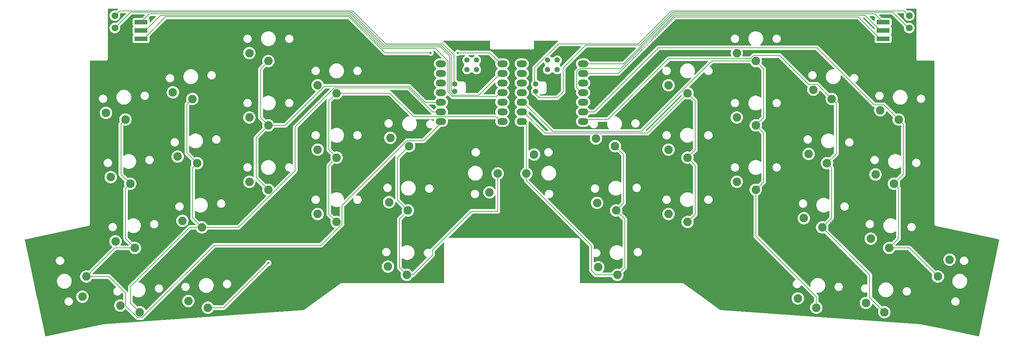
<source format=gtl>
%TF.GenerationSoftware,KiCad,Pcbnew,9.0.2*%
%TF.CreationDate,2025-07-04T08:31:17-06:00*%
%TF.ProjectId,Orcus,4f726375-732e-46b6-9963-61645f706362,rev?*%
%TF.SameCoordinates,Original*%
%TF.FileFunction,Copper,L1,Top*%
%TF.FilePolarity,Positive*%
%FSLAX46Y46*%
G04 Gerber Fmt 4.6, Leading zero omitted, Abs format (unit mm)*
G04 Created by KiCad (PCBNEW 9.0.2) date 2025-07-04 08:31:17*
%MOMM*%
%LPD*%
G01*
G04 APERTURE LIST*
%TA.AperFunction,ComponentPad*%
%ADD10C,2.250000*%
%TD*%
%TA.AperFunction,ComponentPad*%
%ADD11C,1.800000*%
%TD*%
%TA.AperFunction,ComponentPad*%
%ADD12R,3.500000X1.200000*%
%TD*%
%TA.AperFunction,ComponentPad*%
%ADD13O,2.750000X1.800000*%
%TD*%
%TA.AperFunction,ComponentPad*%
%ADD14C,1.397000*%
%TD*%
%TA.AperFunction,ViaPad*%
%ADD15C,0.600000*%
%TD*%
%TA.AperFunction,Conductor*%
%ADD16C,0.200000*%
%TD*%
G04 APERTURE END LIST*
D10*
%TO.P,SW30,1,1*%
%TO.N,col4-1*%
X143879976Y-76324814D03*
%TO.P,SW30,2,2*%
%TO.N,Net-(D30-A)*%
X141693034Y-81287403D03*
%TD*%
%TO.P,SW6,1,1*%
%TO.N,col0*%
X151441750Y-76324814D03*
%TO.P,SW6,2,2*%
%TO.N,Net-(D6-A)*%
X153454168Y-71288926D03*
%TD*%
%TO.P,SW25,1,1*%
%TO.N,col0-1*%
X46981495Y-79013022D03*
%TO.P,SW25,2,2*%
%TO.N,Net-(D25-A)*%
X41847186Y-77266920D03*
%TD*%
%TO.P,SW24,1,1*%
%TO.N,col4-1*%
X120520251Y-69083248D03*
%TO.P,SW24,2,2*%
%TO.N,Net-(D24-A)*%
X115557662Y-66896306D03*
%TD*%
%TO.P,SW38,1,1*%
%TO.N,col2-1*%
X67448879Y-111744339D03*
%TO.P,SW38,2,2*%
%TO.N,Net-(D38-A)*%
X62314570Y-109998237D03*
%TD*%
%TO.P,SW16,1,1*%
%TO.N,col4*%
X247084616Y-95971610D03*
%TO.P,SW16,2,2*%
%TO.N,Net-(D16-A)*%
X242243284Y-93527943D03*
%TD*%
%TO.P,SW32,1,1*%
%TO.N,col1-1*%
X65879360Y-90546104D03*
%TO.P,SW32,2,2*%
%TO.N,Net-(D32-A)*%
X60745051Y-88800002D03*
%TD*%
%TO.P,SW3,1,1*%
%TO.N,col2*%
X211921726Y-46613642D03*
%TO.P,SW3,2,2*%
%TO.N,Net-(D3-A)*%
X206921726Y-44513642D03*
%TD*%
%TO.P,SW15,1,1*%
%TO.N,col3*%
X229442366Y-90546104D03*
%TO.P,SW15,2,2*%
%TO.N,Net-(D15-A)*%
X224601034Y-88102437D03*
%TD*%
%TO.P,SW13,1,1*%
%TO.N,col1*%
X193921726Y-89113642D03*
%TO.P,SW13,2,2*%
%TO.N,Net-(D13-A)*%
X188921726Y-87013642D03*
%TD*%
%TO.P,SW37,1,1*%
%TO.N,col1-1*%
X49492727Y-112930200D03*
%TO.P,SW37,2,2*%
%TO.N,Net-(D37-A)*%
X44358418Y-111184098D03*
%TD*%
%TO.P,SW18,1,1*%
%TO.N,col3*%
X245828999Y-112930200D03*
%TO.P,SW18,2,2*%
%TO.N,Net-(D18-A)*%
X240987667Y-110486533D03*
%TD*%
%TO.P,SW2,1,1*%
%TO.N,col1*%
X193921726Y-55113642D03*
%TO.P,SW2,2,2*%
%TO.N,Net-(D2-A)*%
X188921726Y-53013642D03*
%TD*%
%TO.P,SW21,1,1*%
%TO.N,col1-1*%
X63368126Y-56628926D03*
%TO.P,SW21,2,2*%
%TO.N,Net-(D21-A)*%
X58233817Y-54882824D03*
%TD*%
%TO.P,SW8,1,1*%
%TO.N,col1*%
X193921726Y-72113642D03*
%TO.P,SW8,2,2*%
%TO.N,Net-(D8-A)*%
X188921726Y-70013642D03*
%TD*%
%TO.P,SW19,1,1*%
%TO.N,col4*%
X259936307Y-103516937D03*
%TO.P,SW19,2,2*%
%TO.N,Net-(D19-A)*%
X263029976Y-99062814D03*
%TD*%
%TO.P,SW20,1,1*%
%TO.N,col0-1*%
X45725878Y-62054432D03*
%TO.P,SW20,2,2*%
%TO.N,Net-(D20-A)*%
X40591569Y-60308330D03*
%TD*%
%TO.P,SW23,1,1*%
%TO.N,col3-1*%
X101400000Y-55113642D03*
%TO.P,SW23,2,2*%
%TO.N,Net-(D23-A)*%
X96400000Y-53013642D03*
%TD*%
%TO.P,SW34,1,1*%
%TO.N,col3-1*%
X101400000Y-89113642D03*
%TO.P,SW34,2,2*%
%TO.N,Net-(D34-A)*%
X96400000Y-87013642D03*
%TD*%
%TO.P,SW12,1,1*%
%TO.N,col0*%
X175429760Y-103078069D03*
%TO.P,SW12,2,2*%
%TO.N,Net-(D12-A)*%
X170393872Y-101065651D03*
%TD*%
%TO.P,SW35,1,1*%
%TO.N,col4-1*%
X119891965Y-103078069D03*
%TO.P,SW35,2,2*%
%TO.N,Net-(D35-A)*%
X114929376Y-100891127D03*
%TD*%
%TO.P,SW31,1,1*%
%TO.N,col0-1*%
X48237110Y-95971610D03*
%TO.P,SW31,2,2*%
%TO.N,Net-(D31-A)*%
X43102801Y-94225508D03*
%TD*%
%TO.P,SW14,1,1*%
%TO.N,col2*%
X211921726Y-80613642D03*
%TO.P,SW14,2,2*%
%TO.N,Net-(D14-A)*%
X206921726Y-78513642D03*
%TD*%
%TO.P,SW28,1,1*%
%TO.N,col3-1*%
X101400000Y-72113642D03*
%TO.P,SW28,2,2*%
%TO.N,Net-(D28-A)*%
X96400000Y-70013642D03*
%TD*%
%TO.P,SW1,1,1*%
%TO.N,col0*%
X174801474Y-69083248D03*
%TO.P,SW1,2,2*%
%TO.N,Net-(D1-A)*%
X169765586Y-67070830D03*
%TD*%
%TO.P,SW27,1,1*%
%TO.N,col2-1*%
X83400000Y-63613642D03*
%TO.P,SW27,2,2*%
%TO.N,Net-(D27-A)*%
X78400000Y-61513642D03*
%TD*%
%TO.P,SW7,1,1*%
%TO.N,col0*%
X175115617Y-86080658D03*
%TO.P,SW7,2,2*%
%TO.N,Net-(D7-A)*%
X170079729Y-84068240D03*
%TD*%
%TO.P,SW33,1,1*%
%TO.N,col2-1*%
X83400000Y-80613642D03*
%TO.P,SW33,2,2*%
%TO.N,Net-(D33-A)*%
X78400000Y-78513642D03*
%TD*%
%TO.P,SW10,1,1*%
%TO.N,col3*%
X230697983Y-73587515D03*
%TO.P,SW10,2,2*%
%TO.N,Net-(D10-A)*%
X225856651Y-71143848D03*
%TD*%
%TO.P,SW11,1,1*%
%TO.N,col4*%
X248340231Y-79013022D03*
%TO.P,SW11,2,2*%
%TO.N,Net-(D11-A)*%
X243498899Y-76569355D03*
%TD*%
%TO.P,SW26,1,1*%
%TO.N,col1-1*%
X64623743Y-73587515D03*
%TO.P,SW26,2,2*%
%TO.N,Net-(D26-A)*%
X59489434Y-71841413D03*
%TD*%
%TO.P,SW29,1,1*%
%TO.N,col4-1*%
X120206108Y-86080658D03*
%TO.P,SW29,2,2*%
%TO.N,Net-(D29-A)*%
X115243519Y-83893716D03*
%TD*%
%TO.P,SW17,1,1*%
%TO.N,col2*%
X227872847Y-111744339D03*
%TO.P,SW17,2,2*%
%TO.N,Net-(D17-A)*%
X223031515Y-109300672D03*
%TD*%
%TO.P,SW5,1,1*%
%TO.N,col4*%
X249595848Y-62054432D03*
%TO.P,SW5,2,2*%
%TO.N,Net-(D5-A)*%
X244754516Y-59610765D03*
%TD*%
%TO.P,SW9,1,1*%
%TO.N,col2*%
X211921726Y-63613642D03*
%TO.P,SW9,2,2*%
%TO.N,Net-(D9-A)*%
X206921726Y-61513642D03*
%TD*%
%TO.P,SW22,1,1*%
%TO.N,col2-1*%
X83400000Y-46613642D03*
%TO.P,SW22,2,2*%
%TO.N,Net-(D22-A)*%
X78400000Y-44513642D03*
%TD*%
%TO.P,SW4,1,1*%
%TO.N,col3*%
X231953600Y-56628926D03*
%TO.P,SW4,2,2*%
%TO.N,Net-(D4-A)*%
X227112268Y-54185259D03*
%TD*%
%TO.P,SW36,1,1*%
%TO.N,col0-1*%
X35385419Y-103516937D03*
%TO.P,SW36,2,2*%
%TO.N,Net-(D36-A)*%
X34370867Y-108844290D03*
%TD*%
D11*
%TO.P,-,1,Pin_1*%
%TO.N,Net-(J1-Pin_1)*%
X252386588Y-34638642D03*
%TD*%
D12*
%TO.P,J5,1,Pin_1*%
%TO.N,5v*%
X245491588Y-36333642D03*
%TO.P,J5,2,Pin_2*%
%TO.N,Data*%
X245491588Y-38533642D03*
%TO.P,J5,3,Pin_3*%
%TO.N,Gnd*%
X245491588Y-40733642D03*
%TD*%
D11*
%TO.P,+,1,Pin_1*%
%TO.N,Net-(J4-Pin_1)*%
X42935138Y-37888642D03*
%TD*%
D12*
%TO.P,J6,1,Pin_1*%
%TO.N,5v-1*%
X49830138Y-40733642D03*
%TO.P,J6,2,Pin_2*%
%TO.N,Data-1*%
X49830138Y-38533642D03*
%TO.P,J6,3,Pin_3*%
%TO.N,Gnd-1*%
X49830138Y-36333642D03*
%TD*%
D13*
%TO.P,U3,1,PA02_A0_D0*%
%TO.N,row0*%
X150215863Y-47318642D03*
%TO.P,U3,2,PA4_A1_D1*%
%TO.N,row1*%
X150215863Y-49858642D03*
%TO.P,U3,3,PA10_A2_D2*%
%TO.N,row2*%
X150215863Y-52398642D03*
%TO.P,U3,4,PA11_A3_D3*%
%TO.N,row3*%
X150215863Y-54938642D03*
%TO.P,U3,5,PA8_A4_D4_SDA*%
%TO.N,col2*%
X150215863Y-57478642D03*
%TO.P,U3,6,PA9_A5_D5_SCL*%
%TO.N,col1*%
X150215863Y-60018642D03*
%TO.P,U3,7,PB08_A6_D6_TX*%
%TO.N,col0*%
X150215863Y-62558642D03*
%TO.P,U3,8,PB09_A7_D7_RX*%
%TO.N,col3*%
X166405863Y-62558642D03*
%TO.P,U3,9,PA7_A8_D8_SCK*%
%TO.N,col4*%
X166405863Y-60018642D03*
%TO.P,U3,10,PA5_A9_D9_MISO*%
%TO.N,unconnected-(U3-PA5_A9_D9_MISO-Pad10)*%
X166405863Y-57478642D03*
%TO.P,U3,11,PA6_A10_D10_MOSI*%
%TO.N,Data*%
X166405863Y-54938642D03*
%TO.P,U3,12,3V3*%
%TO.N,unconnected-(U3-3V3-Pad12)*%
X166405863Y-52398642D03*
%TO.P,U3,13,GND*%
%TO.N,Gnd*%
X166405863Y-49858642D03*
%TO.P,U3,14,5V*%
%TO.N,5v*%
X166405863Y-47318642D03*
D14*
%TO.P,U3,15,BAT*%
%TO.N,Net-(J3-Pin_1)*%
X153865863Y-54621642D03*
%TO.P,U3,16,GND*%
%TO.N,Net-(J1-Pin_1)*%
X153865863Y-52716642D03*
%TO.P,U3,19,PA31_SWDIO*%
%TO.N,unconnected-(U3-PA31_SWDIO-Pad19)*%
X157040863Y-46366642D03*
%TO.P,U3,20,PA30_SWCLK*%
%TO.N,unconnected-(U3-PA30_SWCLK-Pad20)*%
X159580863Y-46366642D03*
%TO.P,U3,21,RESET*%
%TO.N,unconnected-(U3-RESET-Pad21)*%
X157040863Y-48906642D03*
%TO.P,U3,22,GND*%
%TO.N,unconnected-(U3-GND-Pad22)*%
X159580863Y-48906642D03*
%TD*%
D13*
%TO.P,U1,1,PA02_A0_D0*%
%TO.N,row0-1*%
X128915863Y-47318642D03*
%TO.P,U1,2,PA4_A1_D1*%
%TO.N,row1-1*%
X128915863Y-49858642D03*
%TO.P,U1,3,PA10_A2_D2*%
%TO.N,row2-1*%
X128915863Y-52398642D03*
%TO.P,U1,4,PA11_A3_D3*%
%TO.N,row3-1*%
X128915863Y-54938642D03*
%TO.P,U1,5,PA8_A4_D4_SDA*%
%TO.N,col2-1*%
X128915863Y-57478642D03*
%TO.P,U1,6,PA9_A5_D5_SCL*%
%TO.N,col1-1*%
X128915863Y-60018642D03*
%TO.P,U1,7,PB08_A6_D6_TX*%
%TO.N,col0-1*%
X128915863Y-62558642D03*
%TO.P,U1,8,PB09_A7_D7_RX*%
%TO.N,col3-1*%
X145105863Y-62558642D03*
%TO.P,U1,9,PA7_A8_D8_SCK*%
%TO.N,col4-1*%
X145105863Y-60018642D03*
%TO.P,U1,10,PA5_A9_D9_MISO*%
%TO.N,unconnected-(U1-PA5_A9_D9_MISO-Pad10)*%
X145105863Y-57478642D03*
%TO.P,U1,11,PA6_A10_D10_MOSI*%
%TO.N,Data-1*%
X145105863Y-54938642D03*
%TO.P,U1,12,3V3*%
%TO.N,unconnected-(U1-3V3-Pad12)*%
X145105863Y-52398642D03*
%TO.P,U1,13,GND*%
%TO.N,Gnd-1*%
X145105863Y-49858642D03*
%TO.P,U1,14,5V*%
%TO.N,5v-1*%
X145105863Y-47318642D03*
D14*
%TO.P,U1,15,BAT*%
%TO.N,Net-(J4-Pin_1)*%
X132565863Y-54621642D03*
%TO.P,U1,16,GND*%
%TO.N,Net-(J2-Pin_1)*%
X132565863Y-52716642D03*
%TO.P,U1,19,PA31_SWDIO*%
%TO.N,unconnected-(U1-PA31_SWDIO-Pad19)*%
X135740863Y-46366642D03*
%TO.P,U1,20,PA30_SWCLK*%
%TO.N,unconnected-(U1-PA30_SWCLK-Pad20)*%
X138280863Y-46366642D03*
%TO.P,U1,21,RESET*%
%TO.N,unconnected-(U1-RESET-Pad21)*%
X135740863Y-48906642D03*
%TO.P,U1,22,GND*%
%TO.N,unconnected-(U1-GND-Pad22)*%
X138280863Y-48906642D03*
%TD*%
D11*
%TO.P,-,1,Pin_1*%
%TO.N,Net-(J2-Pin_1)*%
X42935138Y-34638642D03*
%TD*%
%TO.P,+,1,Pin_1*%
%TO.N,Net-(J3-Pin_1)*%
X252386588Y-37888642D03*
%TD*%
D15*
%TO.N,col2-1*%
X83400000Y-99956250D03*
%TO.N,5v-1*%
X126206250Y-44450000D03*
X133350000Y-44450000D03*
%TD*%
D16*
%TO.N,col0*%
X150690863Y-62558642D02*
X151441750Y-63309529D01*
X177063648Y-84132627D02*
X175115617Y-86080658D01*
X175115617Y-86080658D02*
X177377791Y-88342832D01*
X151441750Y-78185547D02*
X168626629Y-95370426D01*
X174801474Y-69083248D02*
X177063648Y-71345422D01*
X168626629Y-95370426D02*
X168626629Y-101951629D01*
X177377791Y-88342832D02*
X177377791Y-101130038D01*
X169753069Y-103078069D02*
X175429760Y-103078069D01*
X177377791Y-101130038D02*
X175429760Y-103078069D01*
X177063648Y-71345422D02*
X177063648Y-84132627D01*
X168626629Y-101951629D02*
X169753069Y-103078069D01*
X151441750Y-63309529D02*
X151441750Y-76324814D01*
X151441750Y-76324814D02*
X151441750Y-78185547D01*
%TO.N,col1*%
X193921726Y-55113642D02*
X195972726Y-57164642D01*
X156317051Y-65644830D02*
X183390538Y-65644830D01*
X195972726Y-87062642D02*
X193921726Y-89113642D01*
X193921726Y-72113642D02*
X195972726Y-74164642D01*
X195972726Y-70062642D02*
X193921726Y-72113642D01*
X183390538Y-65644830D02*
X193921726Y-55113642D01*
X195972726Y-57164642D02*
X195972726Y-70062642D01*
X150690863Y-60018642D02*
X156317051Y-65644830D01*
X195972726Y-74164642D02*
X195972726Y-87062642D01*
%TO.N,col2*%
X213972726Y-65664642D02*
X213972726Y-78562642D01*
X213972726Y-61562642D02*
X211921726Y-63613642D01*
X158447368Y-65235147D02*
X181701751Y-65235147D01*
X200323256Y-46613642D02*
X211921726Y-46613642D01*
X211921726Y-92859226D02*
X227872847Y-108810347D01*
X213972726Y-78562642D02*
X211921726Y-80613642D01*
X150690863Y-57478642D02*
X158447368Y-65235147D01*
X211921726Y-46613642D02*
X213972726Y-48664642D01*
X181701751Y-65235147D02*
X200323256Y-46613642D01*
X211921726Y-80613642D02*
X211921726Y-92859226D01*
X211921726Y-63613642D02*
X213972726Y-65664642D01*
X213972726Y-48664642D02*
X213972726Y-61562642D01*
X227872847Y-108810347D02*
X227872847Y-111744339D01*
%TO.N,col3*%
X166410370Y-62079135D02*
X172902965Y-62079135D01*
X231904929Y-88083541D02*
X229442366Y-90546104D01*
X188959127Y-46022973D02*
X210495726Y-46022973D01*
X218225142Y-45187642D02*
X225796759Y-52759259D01*
X228083933Y-52759259D02*
X231953600Y-56628926D01*
X210495726Y-46022973D02*
X211331057Y-45187642D01*
X230697983Y-73587515D02*
X231904929Y-74794461D01*
X225796759Y-52759259D02*
X228083933Y-52759259D01*
X231953600Y-56628926D02*
X233160546Y-57835872D01*
X165930863Y-62558642D02*
X166410370Y-62079135D01*
X241954960Y-109056161D02*
X245828999Y-112930200D01*
X233160546Y-71124952D02*
X230697983Y-73587515D01*
X172902965Y-62079135D02*
X188959127Y-46022973D01*
X241954960Y-103058698D02*
X241954960Y-109056161D01*
X231904929Y-74794461D02*
X231904929Y-88083541D01*
X211331057Y-45187642D02*
X218225142Y-45187642D01*
X233160546Y-57835872D02*
X233160546Y-71124952D01*
X229442366Y-90546104D02*
X241954960Y-103058698D01*
%TO.N,col4*%
X252390980Y-95971610D02*
X259936307Y-103516937D01*
X250802794Y-63261378D02*
X250802794Y-76550459D01*
X245726181Y-58184765D02*
X249595848Y-62054432D01*
X165930863Y-60018642D02*
X169375108Y-60018642D01*
X169375108Y-60018642D02*
X186306108Y-43087642D01*
X247084616Y-95971610D02*
X252390980Y-95971610D01*
X249547179Y-80219970D02*
X249547179Y-93509047D01*
X249547179Y-93509047D02*
X247084616Y-95971610D01*
X250802794Y-76550459D02*
X248340231Y-79013022D01*
X228031392Y-43087642D02*
X243128515Y-58184765D01*
X186306108Y-43087642D02*
X228031392Y-43087642D01*
X249595848Y-62054432D02*
X250802794Y-63261378D01*
X248340231Y-79013022D02*
X249547179Y-80219970D01*
X243128515Y-58184765D02*
X245726181Y-58184765D01*
%TO.N,col0-1*%
X102826000Y-84760830D02*
X102826000Y-89704311D01*
X48237110Y-95971610D02*
X42930746Y-95971610D01*
X41381736Y-103516937D02*
X35385419Y-103516937D01*
X42930746Y-95971610D02*
X35385419Y-103516937D01*
X119929582Y-67657248D02*
X102826000Y-84760830D01*
X45784418Y-107919619D02*
X41381736Y-103516937D01*
X44518932Y-76550459D02*
X46981495Y-79013022D01*
X69189596Y-95250000D02*
X50083396Y-114356200D01*
X97280311Y-95250000D02*
X69189596Y-95250000D01*
X48902058Y-114356200D02*
X45784418Y-111238560D01*
X102826000Y-89704311D02*
X97280311Y-95250000D01*
X44518932Y-63261378D02*
X44518932Y-76550459D01*
X45774547Y-80219970D02*
X45774547Y-93509047D01*
X124292257Y-67657248D02*
X119929582Y-67657248D01*
X50083396Y-114356200D02*
X48902058Y-114356200D01*
X129390863Y-62558642D02*
X124292257Y-67657248D01*
X45774547Y-93509047D02*
X48237110Y-95971610D01*
X45725878Y-62054432D02*
X44518932Y-63261378D01*
X46981495Y-79013022D02*
X45774547Y-80219970D01*
X45784418Y-111238560D02*
X45784418Y-107919619D01*
%TO.N,col1-1*%
X61912500Y-70876272D02*
X64623743Y-73587515D01*
X90487500Y-75542811D02*
X75484207Y-90546104D01*
X129390863Y-60018642D02*
X126689277Y-60018642D01*
X65879360Y-90546104D02*
X62679080Y-90546104D01*
X47030164Y-110467637D02*
X49492727Y-112930200D01*
X61912500Y-58084552D02*
X61912500Y-70876272D01*
X90487500Y-64009473D02*
X90487500Y-75542811D01*
X75484207Y-90546104D02*
X65879360Y-90546104D01*
X63416797Y-88083541D02*
X65879360Y-90546104D01*
X62679080Y-90546104D02*
X47030164Y-106195020D01*
X63416797Y-74794461D02*
X63416797Y-88083541D01*
X126689277Y-60018642D02*
X120358277Y-53687642D01*
X63368126Y-56628926D02*
X61912500Y-58084552D01*
X120358277Y-53687642D02*
X100809331Y-53687642D01*
X64623743Y-73587515D02*
X63416797Y-74794461D01*
X47030164Y-106195020D02*
X47030164Y-110467637D01*
X100809331Y-53687642D02*
X90487500Y-64009473D01*
%TO.N,col2-1*%
X98143669Y-53286642D02*
X87816669Y-63613642D01*
X80168750Y-66844892D02*
X80168750Y-77382392D01*
X83400000Y-99956250D02*
X71611911Y-111744339D01*
X81349000Y-61562642D02*
X83400000Y-63613642D01*
X71611911Y-111744339D02*
X67448879Y-111744339D01*
X83400000Y-63613642D02*
X80168750Y-66844892D01*
X120524377Y-53286642D02*
X98143669Y-53286642D01*
X80168750Y-77382392D02*
X83400000Y-80613642D01*
X87816669Y-63613642D02*
X83400000Y-63613642D01*
X81349000Y-48664642D02*
X81349000Y-61562642D01*
X129390863Y-57478642D02*
X124716377Y-57478642D01*
X83400000Y-46613642D02*
X81349000Y-48664642D01*
X124716377Y-57478642D02*
X120524377Y-53286642D01*
%TO.N,col3-1*%
X99349000Y-57164642D02*
X99349000Y-70062642D01*
X121697267Y-61357642D02*
X115453267Y-55113642D01*
X99349000Y-87062642D02*
X101400000Y-89113642D01*
X101400000Y-55113642D02*
X99349000Y-57164642D01*
X101400000Y-72113642D02*
X99349000Y-74164642D01*
X99349000Y-74164642D02*
X99349000Y-87062642D01*
X143429863Y-61357642D02*
X121697267Y-61357642D01*
X144630863Y-62558642D02*
X143429863Y-61357642D01*
X99349000Y-70062642D02*
X101400000Y-72113642D01*
X115453267Y-55113642D02*
X101400000Y-55113642D01*
%TO.N,col4-1*%
X117943934Y-101130038D02*
X119891965Y-103078069D01*
X120206108Y-86080658D02*
X117943934Y-88342832D01*
X143879976Y-86307524D02*
X136948911Y-86307524D01*
X126695096Y-97865928D02*
X121482955Y-103078069D01*
X117475000Y-72128499D02*
X117475000Y-83349550D01*
X126695096Y-96561339D02*
X126695096Y-97865928D01*
X136948911Y-86307524D02*
X126695096Y-96561339D01*
X143879976Y-76324814D02*
X143879976Y-86307524D01*
X117943934Y-88342832D02*
X117943934Y-101130038D01*
X117475000Y-83349550D02*
X120206108Y-86080658D01*
X121482955Y-103078069D02*
X119891965Y-103078069D01*
X120520251Y-69083248D02*
X117475000Y-72128499D01*
%TO.N,Net-(J1-Pin_1)*%
X252386588Y-34638642D02*
X251085446Y-33337500D01*
X189706250Y-33337500D02*
X180975000Y-42068750D01*
X159925248Y-42068750D02*
X153642867Y-48351131D01*
X180975000Y-42068750D02*
X159925248Y-42068750D01*
X153642867Y-48351131D02*
X153642867Y-52501173D01*
X251085446Y-33337500D02*
X189706250Y-33337500D01*
%TO.N,Net-(J3-Pin_1)*%
X159543750Y-56356250D02*
X154852245Y-56356250D01*
X181367750Y-42469750D02*
X167080250Y-42469750D01*
X190099000Y-33738500D02*
X181367750Y-42469750D01*
X167080250Y-42469750D02*
X161131250Y-48418750D01*
X248051000Y-33738500D02*
X190099000Y-33738500D01*
X161131250Y-48418750D02*
X161131250Y-54768750D01*
X252201142Y-37888642D02*
X248051000Y-33738500D01*
X161131250Y-54768750D02*
X159543750Y-56356250D01*
X154852245Y-56356250D02*
X153807441Y-55311446D01*
X252386588Y-37888642D02*
X252201142Y-37888642D01*
X153807441Y-55311446D02*
X153642863Y-54837162D01*
%TO.N,Net-(J2-Pin_1)*%
X105568750Y-33337500D02*
X114300000Y-42068750D01*
X132396663Y-52346102D02*
X132342867Y-52501173D01*
X114300000Y-42068750D02*
X129381250Y-42068750D01*
X132396663Y-45084163D02*
X132396663Y-52346102D01*
X129381250Y-42068750D02*
X132396663Y-45084163D01*
X42935138Y-34638642D02*
X44236280Y-33337500D01*
X44236280Y-33337500D02*
X105568750Y-33337500D01*
%TO.N,Net-(J4-Pin_1)*%
X42935138Y-37888642D02*
X47085280Y-33738500D01*
X132038711Y-54842715D02*
X132344790Y-54842715D01*
X113907250Y-42469750D02*
X128988500Y-42469750D01*
X131566363Y-45047613D02*
X131566363Y-54370367D01*
X105176000Y-33738500D02*
X113907250Y-42469750D01*
X128988500Y-42469750D02*
X131566363Y-45047613D01*
X47085280Y-33738500D02*
X105176000Y-33738500D01*
X131566363Y-54370367D02*
X132038711Y-54842715D01*
%TO.N,5v*%
X165930863Y-47318642D02*
X177085958Y-47318642D01*
X177085958Y-47318642D02*
X190265100Y-34139500D01*
X245447608Y-36333642D02*
X245491588Y-36333642D01*
X243253466Y-34139500D02*
X245447608Y-36333642D01*
X190265100Y-34139500D02*
X243253466Y-34139500D01*
%TO.N,Gnd*%
X238975650Y-34981900D02*
X244727392Y-40733642D01*
X175680158Y-49858642D02*
X190556900Y-34981900D01*
X165930863Y-49858642D02*
X175680158Y-49858642D01*
X244727392Y-40733642D02*
X245491588Y-40733642D01*
X190556900Y-34981900D02*
X238975650Y-34981900D01*
%TO.N,Data*%
X240746446Y-34540500D02*
X190431200Y-34540500D01*
X245491588Y-38533642D02*
X244739588Y-38533642D01*
X164729863Y-53737642D02*
X165930863Y-54938642D01*
X190431200Y-34540500D02*
X176314058Y-48657642D01*
X176314058Y-48657642D02*
X165433393Y-48657642D01*
X164729863Y-49361172D02*
X164729863Y-53737642D01*
X244739588Y-38533642D02*
X240746446Y-34540500D01*
X165433393Y-48657642D02*
X164729863Y-49361172D01*
%TO.N,Data-1*%
X49830138Y-38533642D02*
X50980138Y-38533642D01*
X131985756Y-56022142D02*
X143547363Y-56022142D01*
X130764363Y-54800749D02*
X131985756Y-56022142D01*
X104843800Y-34540500D02*
X113575050Y-43271750D01*
X143547363Y-56022142D02*
X144630863Y-54938642D01*
X127409250Y-43271750D02*
X130764363Y-46626863D01*
X54973280Y-34540500D02*
X104843800Y-34540500D01*
X113575050Y-43271750D02*
X127409250Y-43271750D01*
X130764363Y-46626863D02*
X130764363Y-54800749D01*
X50980138Y-38533642D02*
X54973280Y-34540500D01*
%TO.N,Gnd-1*%
X113741150Y-42870750D02*
X128822400Y-42870750D01*
X132151856Y-55621142D02*
X138868363Y-55621142D01*
X105009900Y-34139500D02*
X113741150Y-42870750D01*
X131165363Y-54634649D02*
X132151856Y-55621142D01*
X49830138Y-36333642D02*
X52024280Y-34139500D01*
X128822400Y-42870750D02*
X131165363Y-45213713D01*
X138868363Y-55621142D02*
X144630863Y-49858642D01*
X52024280Y-34139500D02*
X105009900Y-34139500D01*
X131165363Y-45213713D02*
X131165363Y-54634649D01*
%TO.N,5v-1*%
X114186200Y-44450000D02*
X126206250Y-44450000D01*
X133350000Y-44450000D02*
X141762221Y-44450000D01*
X56339750Y-34941500D02*
X104677700Y-34941500D01*
X49830138Y-40733642D02*
X50547608Y-40733642D01*
X104677700Y-34941500D02*
X114186200Y-44450000D01*
X141762221Y-44450000D02*
X144630863Y-47318642D01*
X50547608Y-40733642D02*
X56339750Y-34941500D01*
%TD*%
%TA.AperFunction,NonConductor*%
G36*
X243020408Y-34759685D02*
G01*
X243041050Y-34776319D01*
X243429704Y-35164973D01*
X243463189Y-35226296D01*
X243458205Y-35295988D01*
X243416337Y-35351918D01*
X243384043Y-35376094D01*
X243384040Y-35376097D01*
X243297794Y-35491306D01*
X243297790Y-35491313D01*
X243247496Y-35626159D01*
X243241089Y-35685758D01*
X243241089Y-35685765D01*
X243241088Y-35685777D01*
X243241088Y-35886544D01*
X243221403Y-35953583D01*
X243168599Y-35999338D01*
X243099441Y-36009282D01*
X243035885Y-35980257D01*
X243029407Y-35974225D01*
X242006862Y-34951681D01*
X241973377Y-34890358D01*
X241978361Y-34820666D01*
X242020233Y-34764733D01*
X242085697Y-34740316D01*
X242094543Y-34740000D01*
X242953369Y-34740000D01*
X243020408Y-34759685D01*
G37*
%TD.AperFunction*%
%TA.AperFunction,NonConductor*%
G36*
X53692221Y-34759685D02*
G01*
X53737976Y-34812489D01*
X53747920Y-34881647D01*
X53718895Y-34945203D01*
X53712863Y-34951681D01*
X52292318Y-36372225D01*
X52230995Y-36405710D01*
X52161303Y-36400726D01*
X52105370Y-36358854D01*
X52080953Y-36293390D01*
X52080637Y-36284544D01*
X52080637Y-35685771D01*
X52080636Y-35685765D01*
X52080635Y-35685758D01*
X52074229Y-35626159D01*
X52046198Y-35551005D01*
X52023935Y-35491313D01*
X52023931Y-35491306D01*
X51937685Y-35376097D01*
X51937682Y-35376094D01*
X51880239Y-35333092D01*
X51838368Y-35277158D01*
X51833384Y-35207467D01*
X51866869Y-35146145D01*
X52046421Y-34966594D01*
X52236696Y-34776319D01*
X52298019Y-34742834D01*
X52324377Y-34740000D01*
X53625182Y-34740000D01*
X53692221Y-34759685D01*
G37*
%TD.AperFunction*%
%TA.AperFunction,NonConductor*%
G36*
X240513388Y-35160685D02*
G01*
X240534030Y-35177319D01*
X243204769Y-37848058D01*
X243219472Y-37874985D01*
X243236065Y-37900804D01*
X243236956Y-37907004D01*
X243238254Y-37909381D01*
X243241088Y-37935739D01*
X243241088Y-38098740D01*
X243221403Y-38165779D01*
X243168599Y-38211534D01*
X243099441Y-38221478D01*
X243035885Y-38192453D01*
X243029407Y-38186421D01*
X240195666Y-35352681D01*
X240162181Y-35291358D01*
X240167165Y-35221666D01*
X240209037Y-35165733D01*
X240274501Y-35141316D01*
X240283347Y-35141000D01*
X240446349Y-35141000D01*
X240513388Y-35160685D01*
G37*
%TD.AperFunction*%
%TA.AperFunction,NonConductor*%
G36*
X137773454Y-45070185D02*
G01*
X137819209Y-45122989D01*
X137829153Y-45192147D01*
X137800128Y-45255703D01*
X137762710Y-45284985D01*
X137652449Y-45341165D01*
X137607562Y-45373778D01*
X137499767Y-45452096D01*
X137499765Y-45452098D01*
X137499764Y-45452098D01*
X137376040Y-45575823D01*
X137314717Y-45609308D01*
X137288359Y-45612142D01*
X136733367Y-45612142D01*
X136666328Y-45592457D01*
X136645686Y-45575823D01*
X136521961Y-45452098D01*
X136521959Y-45452096D01*
X136369276Y-45341165D01*
X136259015Y-45284984D01*
X136208220Y-45237011D01*
X136191425Y-45169190D01*
X136213962Y-45103055D01*
X136268677Y-45059603D01*
X136315311Y-45050500D01*
X137706415Y-45050500D01*
X137773454Y-45070185D01*
G37*
%TD.AperFunction*%
%TA.AperFunction,NonConductor*%
G36*
X165799192Y-42688935D02*
G01*
X165844947Y-42741739D01*
X165854891Y-42810897D01*
X165825866Y-42874453D01*
X165819834Y-42880930D01*
X163284919Y-45415845D01*
X160762536Y-47938228D01*
X160650731Y-48050032D01*
X160650725Y-48050040D01*
X160647034Y-48056433D01*
X160628942Y-48073681D01*
X160613961Y-48093694D01*
X160604088Y-48097376D01*
X160596464Y-48104645D01*
X160571918Y-48109374D01*
X160548496Y-48118110D01*
X160538201Y-48115870D01*
X160527856Y-48117864D01*
X160504648Y-48108571D01*
X160480223Y-48103258D01*
X160467394Y-48093654D01*
X160462993Y-48091892D01*
X160451977Y-48082114D01*
X160371681Y-48001818D01*
X160338197Y-47940494D01*
X160335363Y-47914137D01*
X160335363Y-47359146D01*
X160355048Y-47292107D01*
X160371682Y-47271465D01*
X160429005Y-47214142D01*
X160495409Y-47147738D01*
X160606340Y-46995055D01*
X160692020Y-46826898D01*
X160750340Y-46647409D01*
X160775950Y-46485712D01*
X160779863Y-46461010D01*
X160779863Y-46272273D01*
X160760181Y-46148009D01*
X160750340Y-46085875D01*
X160692020Y-45906386D01*
X160606340Y-45738229D01*
X160495409Y-45585546D01*
X160361959Y-45452096D01*
X160209276Y-45341165D01*
X160041119Y-45255485D01*
X159861630Y-45197165D01*
X159861628Y-45197164D01*
X159861626Y-45197164D01*
X159675231Y-45167642D01*
X159675226Y-45167642D01*
X159486500Y-45167642D01*
X159486495Y-45167642D01*
X159300099Y-45197164D01*
X159120604Y-45255486D01*
X158952449Y-45341165D01*
X158907562Y-45373778D01*
X158799767Y-45452096D01*
X158799765Y-45452098D01*
X158799764Y-45452098D01*
X158676040Y-45575823D01*
X158614717Y-45609308D01*
X158588359Y-45612142D01*
X158033367Y-45612142D01*
X157966328Y-45592457D01*
X157945686Y-45575823D01*
X157821961Y-45452098D01*
X157821959Y-45452096D01*
X157689886Y-45356139D01*
X157647221Y-45300809D01*
X157641242Y-45231195D01*
X157673848Y-45169400D01*
X157675014Y-45168217D01*
X160137664Y-42705569D01*
X160198987Y-42672084D01*
X160225345Y-42669250D01*
X165732153Y-42669250D01*
X165799192Y-42688935D01*
G37*
%TD.AperFunction*%
%TA.AperFunction,NonConductor*%
G36*
X135233454Y-45070185D02*
G01*
X135279209Y-45122989D01*
X135289153Y-45192147D01*
X135260128Y-45255703D01*
X135222710Y-45284985D01*
X135112449Y-45341165D01*
X135067562Y-45373778D01*
X134959767Y-45452096D01*
X134959765Y-45452098D01*
X134959764Y-45452098D01*
X134826319Y-45585543D01*
X134826319Y-45585544D01*
X134826317Y-45585546D01*
X134821296Y-45592457D01*
X134715386Y-45738228D01*
X134629707Y-45906383D01*
X134629706Y-45906385D01*
X134629706Y-45906386D01*
X134614681Y-45952627D01*
X134571385Y-46085878D01*
X134541863Y-46272273D01*
X134541863Y-46461010D01*
X134571385Y-46647405D01*
X134571386Y-46647409D01*
X134629706Y-46826898D01*
X134715386Y-46995055D01*
X134826317Y-47147738D01*
X134826319Y-47147740D01*
X134950044Y-47271465D01*
X134983529Y-47332788D01*
X134986363Y-47359146D01*
X134986363Y-47914137D01*
X134966678Y-47981176D01*
X134950045Y-48001818D01*
X134826316Y-48125547D01*
X134715386Y-48278228D01*
X134629707Y-48446383D01*
X134571385Y-48625878D01*
X134541863Y-48812273D01*
X134541863Y-49001010D01*
X134562196Y-49129387D01*
X134571386Y-49187409D01*
X134629706Y-49366898D01*
X134715386Y-49535055D01*
X134826317Y-49687738D01*
X134959767Y-49821188D01*
X135112450Y-49932119D01*
X135280607Y-50017799D01*
X135460096Y-50076119D01*
X135529997Y-50087190D01*
X135646495Y-50105642D01*
X135646500Y-50105642D01*
X135835231Y-50105642D01*
X135938783Y-50089240D01*
X136021630Y-50076119D01*
X136201119Y-50017799D01*
X136369276Y-49932119D01*
X136521959Y-49821188D01*
X136645686Y-49697461D01*
X136707009Y-49663976D01*
X136733367Y-49661142D01*
X137288359Y-49661142D01*
X137355398Y-49680827D01*
X137376040Y-49697461D01*
X137499767Y-49821188D01*
X137652450Y-49932119D01*
X137820607Y-50017799D01*
X138000096Y-50076119D01*
X138069997Y-50087190D01*
X138186495Y-50105642D01*
X138186500Y-50105642D01*
X138375231Y-50105642D01*
X138478783Y-50089240D01*
X138561630Y-50076119D01*
X138741119Y-50017799D01*
X138909276Y-49932119D01*
X139061959Y-49821188D01*
X139195409Y-49687738D01*
X139306340Y-49535055D01*
X139392020Y-49366898D01*
X139450340Y-49187409D01*
X139466433Y-49085799D01*
X139479863Y-49001010D01*
X139479863Y-48812273D01*
X139454355Y-48651227D01*
X139450340Y-48625875D01*
X139392020Y-48446386D01*
X139306340Y-48278229D01*
X139195409Y-48125546D01*
X139071681Y-48001818D01*
X139038197Y-47940495D01*
X139035363Y-47914137D01*
X139035363Y-47359146D01*
X139055048Y-47292107D01*
X139071682Y-47271465D01*
X139129005Y-47214142D01*
X139195409Y-47147738D01*
X139306340Y-46995055D01*
X139392020Y-46826898D01*
X139450340Y-46647409D01*
X139475950Y-46485712D01*
X139479863Y-46461010D01*
X139479863Y-46272273D01*
X139460181Y-46148009D01*
X139450340Y-46085875D01*
X139392020Y-45906386D01*
X139306340Y-45738229D01*
X139195409Y-45585546D01*
X139061959Y-45452096D01*
X138909276Y-45341165D01*
X138799015Y-45284984D01*
X138748220Y-45237011D01*
X138731425Y-45169190D01*
X138753962Y-45103055D01*
X138808677Y-45059603D01*
X138855311Y-45050500D01*
X141462124Y-45050500D01*
X141529163Y-45070185D01*
X141549805Y-45086819D01*
X143257424Y-46794438D01*
X143290909Y-46855761D01*
X143287674Y-46920436D01*
X143264848Y-46990687D01*
X143230363Y-47208420D01*
X143230363Y-47428863D01*
X143264848Y-47646594D01*
X143332966Y-47856245D01*
X143332967Y-47856248D01*
X143396623Y-47981176D01*
X143433047Y-48052663D01*
X143433050Y-48052667D01*
X143562615Y-48231000D01*
X143562619Y-48231005D01*
X143718499Y-48386885D01*
X143718504Y-48386889D01*
X143858117Y-48488324D01*
X143900783Y-48543654D01*
X143906762Y-48613267D01*
X143874156Y-48675062D01*
X143858117Y-48688960D01*
X143718504Y-48790394D01*
X143718499Y-48790398D01*
X143562619Y-48946278D01*
X143562615Y-48946283D01*
X143433050Y-49124616D01*
X143332967Y-49321035D01*
X143332966Y-49321038D01*
X143264848Y-49530689D01*
X143230363Y-49748420D01*
X143230363Y-49968863D01*
X143264848Y-50186596D01*
X143287673Y-50256846D01*
X143289668Y-50326687D01*
X143257423Y-50382844D01*
X138655947Y-54984323D01*
X138594624Y-55017808D01*
X138568266Y-55020642D01*
X135519672Y-55020642D01*
X135452633Y-55000957D01*
X135406878Y-54948153D01*
X135396934Y-54878995D01*
X135405116Y-54849177D01*
X135421667Y-54809231D01*
X135445461Y-54751805D01*
X135479353Y-54581513D01*
X135479355Y-54560562D01*
X135479363Y-54560534D01*
X135479363Y-54491875D01*
X135479370Y-54428805D01*
X135479369Y-54428802D01*
X135479370Y-54421004D01*
X135479363Y-54420878D01*
X135479363Y-52789428D01*
X135479366Y-52756872D01*
X135479366Y-52756871D01*
X135466825Y-52693797D01*
X135445502Y-52586549D01*
X135379057Y-52426109D01*
X135301880Y-52310597D01*
X135282583Y-52281715D01*
X135159797Y-52158927D01*
X135159793Y-52158924D01*
X135159792Y-52158923D01*
X135015402Y-52062449D01*
X135015400Y-52062448D01*
X135015397Y-52062446D01*
X134854968Y-51996003D01*
X134854964Y-51996001D01*
X134854962Y-51996001D01*
X134854958Y-51996000D01*
X134854954Y-51995999D01*
X134684644Y-51962135D01*
X134684642Y-51962135D01*
X134626756Y-51962139D01*
X134597813Y-51962142D01*
X133558367Y-51962142D01*
X133491328Y-51942457D01*
X133470686Y-51925823D01*
X133346961Y-51802098D01*
X133346959Y-51802096D01*
X133211594Y-51703747D01*
X133194274Y-51691163D01*
X133064869Y-51625229D01*
X133014072Y-51577255D01*
X132997163Y-51514744D01*
X132997163Y-45347093D01*
X133016848Y-45280054D01*
X133069652Y-45234299D01*
X133138810Y-45224355D01*
X133145355Y-45225476D01*
X133271155Y-45250500D01*
X133271158Y-45250500D01*
X133428844Y-45250500D01*
X133428845Y-45250499D01*
X133583497Y-45219737D01*
X133708064Y-45168140D01*
X133729172Y-45159397D01*
X133729172Y-45159396D01*
X133729179Y-45159394D01*
X133807245Y-45107232D01*
X133860875Y-45071398D01*
X133927553Y-45050520D01*
X133929766Y-45050500D01*
X135166415Y-45050500D01*
X135233454Y-45070185D01*
G37*
%TD.AperFunction*%
%TA.AperFunction,NonConductor*%
G36*
X143149697Y-52291557D02*
G01*
X143205630Y-52333429D01*
X143230047Y-52398893D01*
X143230363Y-52407739D01*
X143230363Y-52508863D01*
X143264848Y-52726594D01*
X143332966Y-52936245D01*
X143332967Y-52936248D01*
X143346671Y-52963142D01*
X143430657Y-53127972D01*
X143433050Y-53132667D01*
X143562615Y-53311000D01*
X143562619Y-53311005D01*
X143718499Y-53466885D01*
X143718504Y-53466889D01*
X143858117Y-53568324D01*
X143900783Y-53623654D01*
X143906762Y-53693267D01*
X143874156Y-53755062D01*
X143858117Y-53768960D01*
X143718504Y-53870394D01*
X143718499Y-53870398D01*
X143562619Y-54026278D01*
X143562615Y-54026283D01*
X143433050Y-54204616D01*
X143332967Y-54401035D01*
X143332966Y-54401038D01*
X143264848Y-54610689D01*
X143230363Y-54828420D01*
X143230363Y-55048863D01*
X143264847Y-55266593D01*
X143265352Y-55268693D01*
X143265310Y-55269516D01*
X143265610Y-55271405D01*
X143265213Y-55271467D01*
X143261863Y-55338476D01*
X143221200Y-55395294D01*
X143156274Y-55421108D01*
X143144779Y-55421642D01*
X140216460Y-55421642D01*
X140149421Y-55401957D01*
X140103666Y-55349153D01*
X140093722Y-55279995D01*
X140122747Y-55216439D01*
X140128779Y-55209961D01*
X143018682Y-52320058D01*
X143080005Y-52286573D01*
X143149697Y-52291557D01*
G37*
%TD.AperFunction*%
%TA.AperFunction,NonConductor*%
G36*
X155956457Y-46971159D02*
G01*
X155973376Y-46972369D01*
X155988342Y-46983572D01*
X156005762Y-46990355D01*
X156028086Y-47013326D01*
X156029309Y-47014241D01*
X156030360Y-47015665D01*
X156126317Y-47147738D01*
X156126319Y-47147740D01*
X156250044Y-47271465D01*
X156283529Y-47332788D01*
X156286363Y-47359146D01*
X156286363Y-47914137D01*
X156266678Y-47981176D01*
X156250045Y-48001818D01*
X156126316Y-48125547D01*
X156015386Y-48278228D01*
X155929707Y-48446383D01*
X155871385Y-48625878D01*
X155841863Y-48812273D01*
X155841863Y-49001010D01*
X155862196Y-49129387D01*
X155871386Y-49187409D01*
X155929706Y-49366898D01*
X156015386Y-49535055D01*
X156126317Y-49687738D01*
X156259767Y-49821188D01*
X156412450Y-49932119D01*
X156580607Y-50017799D01*
X156760096Y-50076119D01*
X156829997Y-50087190D01*
X156946495Y-50105642D01*
X156946500Y-50105642D01*
X157135231Y-50105642D01*
X157238783Y-50089240D01*
X157321630Y-50076119D01*
X157501119Y-50017799D01*
X157669276Y-49932119D01*
X157821959Y-49821188D01*
X157945686Y-49697461D01*
X158007009Y-49663976D01*
X158033367Y-49661142D01*
X158588359Y-49661142D01*
X158655398Y-49680827D01*
X158676040Y-49697461D01*
X158799767Y-49821188D01*
X158952450Y-49932119D01*
X159120607Y-50017799D01*
X159300096Y-50076119D01*
X159369997Y-50087190D01*
X159486495Y-50105642D01*
X159486500Y-50105642D01*
X159675231Y-50105642D01*
X159778783Y-50089240D01*
X159861630Y-50076119D01*
X160041119Y-50017799D01*
X160209276Y-49932119D01*
X160333867Y-49841597D01*
X160399670Y-49818119D01*
X160467724Y-49833944D01*
X160516419Y-49884049D01*
X160530750Y-49941917D01*
X160530750Y-54468653D01*
X160511065Y-54535692D01*
X160494431Y-54556334D01*
X159331334Y-55719431D01*
X159270011Y-55752916D01*
X159243653Y-55755750D01*
X155152342Y-55755750D01*
X155122901Y-55747105D01*
X155092915Y-55740582D01*
X155087899Y-55736827D01*
X155085303Y-55736065D01*
X155064661Y-55719431D01*
X154933053Y-55587823D01*
X154899568Y-55526500D01*
X154904552Y-55456808D01*
X154946424Y-55400875D01*
X155011888Y-55376458D01*
X155020734Y-55376142D01*
X155971363Y-55376142D01*
X155972448Y-55376069D01*
X155984630Y-55376071D01*
X156154929Y-55342214D01*
X156315350Y-55275785D01*
X156459729Y-55179335D01*
X156582518Y-55056571D01*
X156678998Y-54912212D01*
X156745461Y-54751805D01*
X156779353Y-54581513D01*
X156779355Y-54560562D01*
X156779363Y-54560534D01*
X156779363Y-54491875D01*
X156779370Y-54428805D01*
X156779369Y-54428802D01*
X156779370Y-54421004D01*
X156779363Y-54420878D01*
X156779363Y-52789428D01*
X156779366Y-52756872D01*
X156779366Y-52756871D01*
X156766825Y-52693797D01*
X156745502Y-52586549D01*
X156679057Y-52426109D01*
X156601880Y-52310597D01*
X156582583Y-52281715D01*
X156459797Y-52158927D01*
X156459793Y-52158924D01*
X156459792Y-52158923D01*
X156315402Y-52062449D01*
X156315400Y-52062448D01*
X156315397Y-52062446D01*
X156154968Y-51996003D01*
X156154964Y-51996001D01*
X156154962Y-51996001D01*
X156154958Y-51996000D01*
X156154954Y-51995999D01*
X155984644Y-51962135D01*
X155984642Y-51962135D01*
X155926756Y-51962139D01*
X155897813Y-51962142D01*
X154858367Y-51962142D01*
X154791328Y-51942457D01*
X154770686Y-51925823D01*
X154646961Y-51802098D01*
X154646959Y-51802096D01*
X154494276Y-51691165D01*
X154494272Y-51691163D01*
X154326117Y-51605483D01*
X154321626Y-51603624D01*
X154322354Y-51601865D01*
X154271359Y-51566982D01*
X154244173Y-51502619D01*
X154243367Y-51488506D01*
X154243367Y-48651227D01*
X154263052Y-48584188D01*
X154279681Y-48563551D01*
X155842363Y-47000868D01*
X155858768Y-46991910D01*
X155872175Y-46978882D01*
X155888797Y-46975513D01*
X155903684Y-46967385D01*
X155922331Y-46968718D01*
X155940653Y-46965006D01*
X155956457Y-46971159D01*
G37*
%TD.AperFunction*%
%TA.AperFunction,NonConductor*%
G36*
X127166066Y-58098827D02*
G01*
X127209511Y-58146846D01*
X127243048Y-58212665D01*
X127372615Y-58391000D01*
X127372619Y-58391005D01*
X127528499Y-58546885D01*
X127528504Y-58546889D01*
X127668117Y-58648324D01*
X127710783Y-58703654D01*
X127716762Y-58773267D01*
X127684156Y-58835062D01*
X127668117Y-58848960D01*
X127528504Y-58950394D01*
X127528499Y-58950398D01*
X127372619Y-59106278D01*
X127372615Y-59106283D01*
X127243048Y-59284618D01*
X127209511Y-59350438D01*
X127199062Y-59361501D01*
X127192740Y-59375345D01*
X127175559Y-59386386D01*
X127161537Y-59401233D01*
X127145857Y-59405474D01*
X127133962Y-59413119D01*
X127099027Y-59418142D01*
X126989374Y-59418142D01*
X126922335Y-59398457D01*
X126901693Y-59381823D01*
X125810693Y-58290823D01*
X125777208Y-58229500D01*
X125782192Y-58159808D01*
X125824064Y-58103875D01*
X125889528Y-58079458D01*
X125898374Y-58079142D01*
X127099027Y-58079142D01*
X127166066Y-58098827D01*
G37*
%TD.AperFunction*%
%TA.AperFunction,NonConductor*%
G36*
X130773552Y-55659190D02*
G01*
X130774803Y-55660424D01*
X131617040Y-56502662D01*
X131617042Y-56502663D01*
X131617046Y-56502666D01*
X131699282Y-56550144D01*
X131753972Y-56581719D01*
X131906699Y-56622643D01*
X131906701Y-56622643D01*
X132072410Y-56622643D01*
X132072426Y-56622642D01*
X143292849Y-56622642D01*
X143359888Y-56642327D01*
X143405643Y-56695131D01*
X143415587Y-56764289D01*
X143403333Y-56802938D01*
X143332969Y-56941030D01*
X143332966Y-56941038D01*
X143264848Y-57150689D01*
X143236083Y-57332303D01*
X143230363Y-57368420D01*
X143230363Y-57588864D01*
X143239280Y-57645161D01*
X143264848Y-57806594D01*
X143332966Y-58016245D01*
X143332967Y-58016248D01*
X143394030Y-58136087D01*
X143423421Y-58193771D01*
X143433050Y-58212667D01*
X143562615Y-58391000D01*
X143562619Y-58391005D01*
X143718499Y-58546885D01*
X143718504Y-58546889D01*
X143858117Y-58648324D01*
X143900783Y-58703654D01*
X143906762Y-58773267D01*
X143874156Y-58835062D01*
X143858117Y-58848960D01*
X143718504Y-58950394D01*
X143718499Y-58950398D01*
X143562619Y-59106278D01*
X143562615Y-59106283D01*
X143433050Y-59284616D01*
X143332967Y-59481035D01*
X143332966Y-59481038D01*
X143264848Y-59690689D01*
X143230363Y-59908420D01*
X143230363Y-60128863D01*
X143264848Y-60346594D01*
X143332966Y-60556245D01*
X143332969Y-60556252D01*
X143343463Y-60576846D01*
X143356360Y-60645515D01*
X143330085Y-60710255D01*
X143272979Y-60750513D01*
X143232979Y-60757142D01*
X130788747Y-60757142D01*
X130721708Y-60737457D01*
X130675953Y-60684653D01*
X130666009Y-60615495D01*
X130678263Y-60576846D01*
X130688756Y-60556252D01*
X130688759Y-60556245D01*
X130698666Y-60525754D01*
X130756878Y-60346593D01*
X130791363Y-60128864D01*
X130791363Y-59908420D01*
X130756878Y-59690691D01*
X130688758Y-59481036D01*
X130688758Y-59481035D01*
X130622214Y-59350438D01*
X130588678Y-59284620D01*
X130518403Y-59187894D01*
X130459110Y-59106283D01*
X130459106Y-59106278D01*
X130303226Y-58950398D01*
X130303221Y-58950394D01*
X130163608Y-58848960D01*
X130120942Y-58793631D01*
X130114963Y-58724017D01*
X130147568Y-58662222D01*
X130163608Y-58648324D01*
X130303221Y-58546889D01*
X130303219Y-58546889D01*
X130303228Y-58546884D01*
X130459105Y-58391007D01*
X130588678Y-58212664D01*
X130688758Y-58016248D01*
X130756878Y-57806593D01*
X130791363Y-57588864D01*
X130791363Y-57368420D01*
X130756878Y-57150691D01*
X130718747Y-57033335D01*
X130688759Y-56941038D01*
X130688758Y-56941035D01*
X130622214Y-56810438D01*
X130588678Y-56744620D01*
X130544724Y-56684122D01*
X130459110Y-56566283D01*
X130459106Y-56566278D01*
X130303226Y-56410398D01*
X130303221Y-56410394D01*
X130163608Y-56308960D01*
X130120942Y-56253631D01*
X130114963Y-56184017D01*
X130147568Y-56122222D01*
X130163608Y-56108324D01*
X130303221Y-56006889D01*
X130303219Y-56006889D01*
X130303228Y-56006884D01*
X130459105Y-55851007D01*
X130586814Y-55675228D01*
X130642143Y-55632564D01*
X130711757Y-55626585D01*
X130773552Y-55659190D01*
G37*
%TD.AperFunction*%
%TA.AperFunction,NonConductor*%
G36*
X120125219Y-54307827D02*
G01*
X120145861Y-54324461D01*
X126204416Y-60383016D01*
X126204426Y-60383027D01*
X126320562Y-60499163D01*
X126343129Y-60512192D01*
X126366621Y-60525754D01*
X126414837Y-60576321D01*
X126428061Y-60644928D01*
X126402093Y-60709793D01*
X126345180Y-60750322D01*
X126304622Y-60757142D01*
X121997364Y-60757142D01*
X121930325Y-60737457D01*
X121909683Y-60720823D01*
X115940857Y-54751997D01*
X115940855Y-54751994D01*
X115821984Y-54633123D01*
X115821983Y-54633122D01*
X115732593Y-54581513D01*
X115685052Y-54554065D01*
X115595937Y-54530186D01*
X115589719Y-54527779D01*
X115567094Y-54510401D01*
X115542733Y-54495552D01*
X115539739Y-54489390D01*
X115534308Y-54485218D01*
X115524669Y-54458367D01*
X115512204Y-54432705D01*
X115513017Y-54425904D01*
X115510703Y-54419457D01*
X115517111Y-54391657D01*
X115520499Y-54363329D01*
X115524860Y-54358046D01*
X115526399Y-54351373D01*
X115546817Y-54331453D01*
X115564984Y-54309451D01*
X115571509Y-54307365D01*
X115576411Y-54302583D01*
X115604357Y-54296864D01*
X115631536Y-54288177D01*
X115634487Y-54288142D01*
X120058180Y-54288142D01*
X120125219Y-54307827D01*
G37*
%TD.AperFunction*%
%TA.AperFunction,NonConductor*%
G36*
X205318287Y-43688917D02*
G01*
X205320958Y-43688256D01*
X205351617Y-43698703D01*
X205382687Y-43707827D01*
X205384487Y-43709905D01*
X205387093Y-43710793D01*
X205407243Y-43736167D01*
X205428442Y-43760631D01*
X205428833Y-43763352D01*
X205430545Y-43765508D01*
X205433778Y-43797742D01*
X205438386Y-43829789D01*
X205437327Y-43833128D01*
X205437518Y-43835029D01*
X205426133Y-43868437D01*
X205415314Y-43889669D01*
X205336252Y-44133001D01*
X205315445Y-44264372D01*
X205296226Y-44385712D01*
X205296226Y-44641572D01*
X205316239Y-44767926D01*
X205336252Y-44894282D01*
X205415314Y-45137614D01*
X205415315Y-45137617D01*
X205468593Y-45242178D01*
X205481489Y-45310847D01*
X205455213Y-45375587D01*
X205398107Y-45415845D01*
X205358108Y-45422473D01*
X189038184Y-45422473D01*
X188880070Y-45422473D01*
X188727342Y-45463396D01*
X188727341Y-45463396D01*
X188727339Y-45463397D01*
X188727336Y-45463398D01*
X188677223Y-45492332D01*
X188677222Y-45492333D01*
X188633816Y-45517393D01*
X188590412Y-45542452D01*
X188590409Y-45542454D01*
X188523556Y-45609308D01*
X188478607Y-45654257D01*
X188478605Y-45654259D01*
X180571579Y-53561286D01*
X172690549Y-61442316D01*
X172629226Y-61475801D01*
X172602868Y-61478635D01*
X167817324Y-61478635D01*
X167796903Y-61472638D01*
X167775654Y-61471424D01*
X167754183Y-61460094D01*
X167750285Y-61458950D01*
X167744439Y-61454953D01*
X167653607Y-61388960D01*
X167610941Y-61333630D01*
X167604962Y-61264017D01*
X167637567Y-61202222D01*
X167653599Y-61188329D01*
X167793228Y-61086884D01*
X167949105Y-60931007D01*
X168078678Y-60752664D01*
X168100522Y-60709793D01*
X168112215Y-60686846D01*
X168160189Y-60636051D01*
X168222699Y-60619142D01*
X169288439Y-60619142D01*
X169288455Y-60619143D01*
X169296051Y-60619143D01*
X169454162Y-60619143D01*
X169454165Y-60619143D01*
X169606893Y-60578219D01*
X169659195Y-60548022D01*
X169743824Y-60499162D01*
X169855628Y-60387358D01*
X169855628Y-60387356D01*
X169865832Y-60377153D01*
X169865835Y-60377148D01*
X186518524Y-43724461D01*
X186579847Y-43690976D01*
X186606205Y-43688142D01*
X205315648Y-43688142D01*
X205318287Y-43688917D01*
G37*
%TD.AperFunction*%
%TA.AperFunction,NonConductor*%
G36*
X127059771Y-61977827D02*
G01*
X127105526Y-62030631D01*
X127115470Y-62099789D01*
X127110663Y-62120459D01*
X127074848Y-62230687D01*
X127051996Y-62374970D01*
X127022067Y-62438105D01*
X126962755Y-62475036D01*
X126892893Y-62474038D01*
X126841842Y-62443253D01*
X126839312Y-62440723D01*
X126839310Y-62440721D01*
X126699170Y-62338903D01*
X126544827Y-62260262D01*
X126380083Y-62206733D01*
X126380081Y-62206732D01*
X126380079Y-62206732D01*
X126380078Y-62206731D01*
X126366712Y-62204615D01*
X126303577Y-62174686D01*
X126266645Y-62115375D01*
X126267643Y-62045512D01*
X126306252Y-61987279D01*
X126370216Y-61959165D01*
X126386109Y-61958142D01*
X126992732Y-61958142D01*
X127059771Y-61977827D01*
G37*
%TD.AperFunction*%
%TA.AperFunction,NonConductor*%
G36*
X199231867Y-46643158D02*
G01*
X199277622Y-46695962D01*
X199287566Y-46765120D01*
X199258541Y-46828676D01*
X199252509Y-46835154D01*
X195878995Y-50208667D01*
X195817672Y-50242152D01*
X195747980Y-50237168D01*
X195692047Y-50195296D01*
X195667630Y-50129832D01*
X195676752Y-50073535D01*
X195772676Y-49841955D01*
X195838852Y-49594982D01*
X195872226Y-49341485D01*
X195872226Y-49085799D01*
X195838852Y-48832302D01*
X195772676Y-48585329D01*
X195772203Y-48584188D01*
X195674831Y-48349110D01*
X195674826Y-48349099D01*
X195546991Y-48127684D01*
X195546987Y-48127677D01*
X195435524Y-47982416D01*
X195391337Y-47924830D01*
X195391331Y-47924823D01*
X195210544Y-47744036D01*
X195210537Y-47744030D01*
X195007699Y-47588387D01*
X195007697Y-47588385D01*
X195007691Y-47588381D01*
X195007686Y-47588378D01*
X195007683Y-47588376D01*
X194786268Y-47460541D01*
X194786257Y-47460536D01*
X194550048Y-47362695D01*
X194550041Y-47362693D01*
X194550039Y-47362692D01*
X194303066Y-47296516D01*
X194246733Y-47289099D01*
X194049576Y-47263142D01*
X194049569Y-47263142D01*
X193793883Y-47263142D01*
X193793875Y-47263142D01*
X193573875Y-47292107D01*
X193540386Y-47296516D01*
X193405017Y-47332788D01*
X193293413Y-47362692D01*
X193293403Y-47362695D01*
X193057194Y-47460536D01*
X193057183Y-47460541D01*
X192835768Y-47588376D01*
X192835752Y-47588387D01*
X192632914Y-47744030D01*
X192632907Y-47744036D01*
X192452120Y-47924823D01*
X192452114Y-47924830D01*
X192296471Y-48127668D01*
X192296460Y-48127684D01*
X192168625Y-48349099D01*
X192168620Y-48349110D01*
X192070779Y-48585319D01*
X192070776Y-48585329D01*
X192018286Y-48781227D01*
X192004600Y-48832303D01*
X191971226Y-49085791D01*
X191971226Y-49341492D01*
X191986102Y-49454479D01*
X192004600Y-49594982D01*
X192070681Y-49841599D01*
X192070776Y-49841954D01*
X192070779Y-49841964D01*
X192168620Y-50078173D01*
X192168625Y-50078184D01*
X192296460Y-50299599D01*
X192296471Y-50299615D01*
X192452114Y-50502453D01*
X192452120Y-50502460D01*
X192632907Y-50683247D01*
X192632913Y-50683252D01*
X192835761Y-50838903D01*
X192835768Y-50838907D01*
X193057183Y-50966742D01*
X193057188Y-50966744D01*
X193057191Y-50966746D01*
X193119307Y-50992475D01*
X193234882Y-51040348D01*
X193293413Y-51064592D01*
X193540386Y-51130768D01*
X193793883Y-51164142D01*
X193793890Y-51164142D01*
X194049562Y-51164142D01*
X194049569Y-51164142D01*
X194303066Y-51130768D01*
X194550039Y-51064592D01*
X194781618Y-50968668D01*
X194851086Y-50961200D01*
X194913566Y-50992475D01*
X194949218Y-51052564D01*
X194946724Y-51122389D01*
X194916751Y-51170911D01*
X181489335Y-64598328D01*
X181428012Y-64631813D01*
X181401654Y-64634647D01*
X176295496Y-64634647D01*
X176228457Y-64614962D01*
X176182702Y-64562158D01*
X176172758Y-64493000D01*
X176197120Y-64435161D01*
X176259752Y-64353537D01*
X176323766Y-64270112D01*
X176451609Y-64048682D01*
X176549455Y-63812460D01*
X176615631Y-63565487D01*
X176649005Y-63311990D01*
X176649005Y-63056304D01*
X176644546Y-63022434D01*
X176643286Y-63012861D01*
X176641797Y-63001548D01*
X179097167Y-63001548D01*
X179097167Y-63174769D01*
X179123405Y-63340435D01*
X179124265Y-63345860D01*
X179177794Y-63510604D01*
X179256435Y-63664947D01*
X179358253Y-63805087D01*
X179480739Y-63927573D01*
X179620879Y-64029391D01*
X179775222Y-64108032D01*
X179939966Y-64161561D01*
X180111056Y-64188659D01*
X180111057Y-64188659D01*
X180284277Y-64188659D01*
X180284278Y-64188659D01*
X180455368Y-64161561D01*
X180620112Y-64108032D01*
X180774455Y-64029391D01*
X180914595Y-63927573D01*
X181037081Y-63805087D01*
X181138899Y-63664947D01*
X181217540Y-63510604D01*
X181271069Y-63345860D01*
X181298167Y-63174770D01*
X181298167Y-63001548D01*
X181271069Y-62830458D01*
X181217540Y-62665714D01*
X181138899Y-62511371D01*
X181037081Y-62371231D01*
X180914595Y-62248745D01*
X180774455Y-62146927D01*
X180712530Y-62115375D01*
X180620114Y-62068287D01*
X180620113Y-62068286D01*
X180620112Y-62068286D01*
X180455368Y-62014757D01*
X180455366Y-62014756D01*
X180455365Y-62014756D01*
X180304021Y-61990786D01*
X180284278Y-61987659D01*
X180111056Y-61987659D01*
X180091313Y-61990786D01*
X179939969Y-62014756D01*
X179775219Y-62068287D01*
X179620878Y-62146927D01*
X179582672Y-62174686D01*
X179480739Y-62248745D01*
X179480737Y-62248747D01*
X179480736Y-62248747D01*
X179358255Y-62371228D01*
X179358255Y-62371229D01*
X179358253Y-62371231D01*
X179314526Y-62431415D01*
X179256435Y-62511370D01*
X179177795Y-62665711D01*
X179177794Y-62665713D01*
X179177794Y-62665714D01*
X179175740Y-62672036D01*
X179124264Y-62830461D01*
X179097167Y-63001548D01*
X176641797Y-63001548D01*
X176629267Y-62906382D01*
X176615631Y-62802807D01*
X176549455Y-62555834D01*
X176531037Y-62511370D01*
X176499434Y-62435072D01*
X176451609Y-62319612D01*
X176451607Y-62319609D01*
X176451605Y-62319604D01*
X176323770Y-62098189D01*
X176323766Y-62098182D01*
X176168115Y-61895334D01*
X176168110Y-61895328D01*
X175987323Y-61714541D01*
X175987316Y-61714535D01*
X175784478Y-61558892D01*
X175784476Y-61558890D01*
X175784470Y-61558886D01*
X175784465Y-61558883D01*
X175784462Y-61558881D01*
X175563047Y-61431046D01*
X175563036Y-61431041D01*
X175326827Y-61333200D01*
X175326820Y-61333198D01*
X175326818Y-61333197D01*
X175079845Y-61267021D01*
X175030081Y-61260469D01*
X174873584Y-61239865D01*
X174809688Y-61211598D01*
X174771217Y-61153273D01*
X174770386Y-61083409D01*
X174802087Y-61029247D01*
X182945622Y-52885712D01*
X187296226Y-52885712D01*
X187296226Y-53141571D01*
X187336252Y-53394282D01*
X187415314Y-53637614D01*
X187415315Y-53637617D01*
X187531476Y-53865592D01*
X187681858Y-54072577D01*
X187681862Y-54072582D01*
X187862785Y-54253505D01*
X187862790Y-54253509D01*
X188006674Y-54358046D01*
X188069779Y-54403894D01*
X188196875Y-54468653D01*
X188297750Y-54520052D01*
X188297753Y-54520053D01*
X188402433Y-54554065D01*
X188541087Y-54599116D01*
X188793796Y-54639142D01*
X188793797Y-54639142D01*
X189049655Y-54639142D01*
X189049656Y-54639142D01*
X189302365Y-54599116D01*
X189545701Y-54520052D01*
X189773673Y-54403894D01*
X189980668Y-54253504D01*
X190161588Y-54072584D01*
X190311978Y-53865589D01*
X190428136Y-53637617D01*
X190507200Y-53394281D01*
X190547226Y-53141572D01*
X190547226Y-52885712D01*
X190507200Y-52633003D01*
X190430717Y-52397611D01*
X190428137Y-52389669D01*
X190428136Y-52389666D01*
X190375607Y-52286573D01*
X190311978Y-52161695D01*
X190258602Y-52088229D01*
X190161593Y-51954706D01*
X190161589Y-51954701D01*
X189980666Y-51773778D01*
X189980661Y-51773774D01*
X189773676Y-51623392D01*
X189773675Y-51623391D01*
X189773673Y-51623390D01*
X189685762Y-51578597D01*
X189545701Y-51507231D01*
X189545698Y-51507230D01*
X189302366Y-51428168D01*
X189176010Y-51408155D01*
X189049656Y-51388142D01*
X188793796Y-51388142D01*
X188709559Y-51401484D01*
X188541085Y-51428168D01*
X188297753Y-51507230D01*
X188297750Y-51507231D01*
X188069775Y-51623392D01*
X187862790Y-51773774D01*
X187862785Y-51773778D01*
X187681862Y-51954701D01*
X187681858Y-51954706D01*
X187531476Y-52161691D01*
X187415315Y-52389666D01*
X187415314Y-52389669D01*
X187336252Y-52633001D01*
X187296226Y-52885712D01*
X182945622Y-52885712D01*
X187224021Y-48607313D01*
X187285342Y-48573830D01*
X187355034Y-48578814D01*
X187410967Y-48620686D01*
X187435384Y-48686150D01*
X187422186Y-48751289D01*
X187401854Y-48791193D01*
X187348323Y-48955944D01*
X187321226Y-49127031D01*
X187321226Y-49300252D01*
X187343396Y-49440232D01*
X187348324Y-49471343D01*
X187401853Y-49636087D01*
X187480494Y-49790430D01*
X187582312Y-49930570D01*
X187704798Y-50053056D01*
X187844938Y-50154874D01*
X187999281Y-50233515D01*
X188164025Y-50287044D01*
X188335115Y-50314142D01*
X188335116Y-50314142D01*
X188508336Y-50314142D01*
X188508337Y-50314142D01*
X188679427Y-50287044D01*
X188844171Y-50233515D01*
X188998514Y-50154874D01*
X189138654Y-50053056D01*
X189261140Y-49930570D01*
X189362958Y-49790430D01*
X189441599Y-49636087D01*
X189495128Y-49471343D01*
X189522226Y-49300253D01*
X189522226Y-49127031D01*
X189495128Y-48955941D01*
X189441599Y-48791197D01*
X189362958Y-48636854D01*
X189261140Y-48496714D01*
X189138654Y-48374228D01*
X188998514Y-48272410D01*
X188844171Y-48193769D01*
X188679427Y-48140240D01*
X188679425Y-48140239D01*
X188679424Y-48140239D01*
X188547997Y-48119423D01*
X188508337Y-48113142D01*
X188335115Y-48113142D01*
X188295454Y-48119423D01*
X188164028Y-48140239D01*
X187999277Y-48193770D01*
X187959373Y-48214102D01*
X187890703Y-48226997D01*
X187825964Y-48200719D01*
X187785707Y-48143612D01*
X187782716Y-48073807D01*
X187815397Y-48015937D01*
X189171543Y-46659792D01*
X189232866Y-46626307D01*
X189259224Y-46623473D01*
X199164828Y-46623473D01*
X199231867Y-46643158D01*
G37*
%TD.AperFunction*%
%TA.AperFunction,NonConductor*%
G36*
X192313295Y-55575350D02*
G01*
X192369228Y-55617222D01*
X192387892Y-55653215D01*
X192399976Y-55690407D01*
X192401971Y-55760248D01*
X192369726Y-55816405D01*
X183178122Y-65008011D01*
X183151194Y-65022714D01*
X183125376Y-65039307D01*
X183119175Y-65040198D01*
X183116799Y-65041496D01*
X183090441Y-65044330D01*
X183041165Y-65044330D01*
X182974126Y-65024645D01*
X182928371Y-64971841D01*
X182918427Y-64902683D01*
X182947452Y-64839127D01*
X182953484Y-64832649D01*
X185231433Y-62554700D01*
X192182282Y-55603849D01*
X192243603Y-55570366D01*
X192313295Y-55575350D01*
G37*
%TD.AperFunction*%
%TA.AperFunction,NonConductor*%
G36*
X152296566Y-59934026D02*
G01*
X152303043Y-59940057D01*
X154798056Y-62435071D01*
X157195634Y-64832649D01*
X157229119Y-64893972D01*
X157224135Y-64963664D01*
X157182263Y-65019597D01*
X157116799Y-65044014D01*
X157107953Y-65044330D01*
X156617148Y-65044330D01*
X156550109Y-65024645D01*
X156529467Y-65008011D01*
X152064301Y-60542845D01*
X152030816Y-60481522D01*
X152034050Y-60416847D01*
X152056878Y-60346593D01*
X152091363Y-60128864D01*
X152091363Y-60027739D01*
X152111048Y-59960700D01*
X152163852Y-59914945D01*
X152233010Y-59905001D01*
X152296566Y-59934026D01*
G37*
%TD.AperFunction*%
%TA.AperFunction,NonConductor*%
G36*
X99528273Y-53906827D02*
G01*
X99574028Y-53959631D01*
X99583972Y-54028789D01*
X99554947Y-54092345D01*
X99548915Y-54098822D01*
X94833595Y-58814142D01*
X90118786Y-63528951D01*
X90006981Y-63640755D01*
X90006977Y-63640760D01*
X89993014Y-63664947D01*
X89984363Y-63679932D01*
X89927923Y-63777688D01*
X89886999Y-63930416D01*
X89886999Y-63930418D01*
X89886999Y-64098519D01*
X89887000Y-64098532D01*
X89887000Y-73844938D01*
X89867315Y-73911977D01*
X89814511Y-73957732D01*
X89745353Y-73967676D01*
X89681797Y-73938651D01*
X89675319Y-73932619D01*
X89616930Y-73874230D01*
X89616928Y-73874228D01*
X89476788Y-73772410D01*
X89322445Y-73693769D01*
X89157701Y-73640240D01*
X89157699Y-73640239D01*
X89157698Y-73640239D01*
X89026271Y-73619423D01*
X88986611Y-73613142D01*
X88813389Y-73613142D01*
X88773728Y-73619423D01*
X88642302Y-73640239D01*
X88477552Y-73693770D01*
X88323211Y-73772410D01*
X88183069Y-73874230D01*
X88060588Y-73996711D01*
X88060588Y-73996712D01*
X88060586Y-73996714D01*
X88016859Y-74056898D01*
X87958768Y-74136853D01*
X87880128Y-74291194D01*
X87826597Y-74455944D01*
X87799500Y-74627031D01*
X87799500Y-74800252D01*
X87812209Y-74880498D01*
X87826598Y-74971343D01*
X87880127Y-75136087D01*
X87958768Y-75290430D01*
X88060586Y-75430570D01*
X88183072Y-75553056D01*
X88323212Y-75654874D01*
X88477555Y-75733515D01*
X88642299Y-75787044D01*
X88813389Y-75814142D01*
X88813390Y-75814142D01*
X88986610Y-75814142D01*
X88986611Y-75814142D01*
X89061573Y-75802269D01*
X89130867Y-75811224D01*
X89184318Y-75856220D01*
X89204958Y-75922971D01*
X89186233Y-75990285D01*
X89168652Y-76012423D01*
X85119384Y-80061690D01*
X85058061Y-80095175D01*
X84988369Y-80090191D01*
X84932436Y-80048319D01*
X84913771Y-80012323D01*
X84906411Y-79989670D01*
X84906410Y-79989666D01*
X84859271Y-79897152D01*
X84790252Y-79761695D01*
X84745978Y-79700757D01*
X84639867Y-79554706D01*
X84639863Y-79554701D01*
X84458940Y-79373778D01*
X84458935Y-79373774D01*
X84251950Y-79223392D01*
X84251949Y-79223391D01*
X84251947Y-79223390D01*
X84160990Y-79177045D01*
X84023975Y-79107231D01*
X84023972Y-79107230D01*
X83780640Y-79028168D01*
X83654284Y-79008155D01*
X83527930Y-78988142D01*
X83272070Y-78988142D01*
X83221528Y-78996147D01*
X83019357Y-79028168D01*
X82823233Y-79091892D01*
X82753392Y-79093887D01*
X82697235Y-79061642D01*
X81754463Y-78118870D01*
X80805569Y-77169975D01*
X80772084Y-77108652D01*
X80769250Y-77082294D01*
X80769250Y-74585791D01*
X81449500Y-74585791D01*
X81449500Y-74841492D01*
X81467518Y-74978343D01*
X81482874Y-75094982D01*
X81545711Y-75329493D01*
X81549050Y-75341954D01*
X81549053Y-75341964D01*
X81646894Y-75578173D01*
X81646899Y-75578184D01*
X81774734Y-75799599D01*
X81774745Y-75799615D01*
X81930388Y-76002453D01*
X81930394Y-76002460D01*
X82111181Y-76183247D01*
X82111188Y-76183253D01*
X82198062Y-76249914D01*
X82314035Y-76338903D01*
X82314042Y-76338907D01*
X82535457Y-76466742D01*
X82535462Y-76466744D01*
X82535465Y-76466746D01*
X82771687Y-76564592D01*
X83018660Y-76630768D01*
X83272157Y-76664142D01*
X83272164Y-76664142D01*
X83527836Y-76664142D01*
X83527843Y-76664142D01*
X83781340Y-76630768D01*
X84028313Y-76564592D01*
X84264535Y-76466746D01*
X84269626Y-76463807D01*
X84354215Y-76414969D01*
X84485965Y-76338903D01*
X84688813Y-76183252D01*
X84869610Y-76002455D01*
X85025261Y-75799607D01*
X85153104Y-75578177D01*
X85250950Y-75341955D01*
X85317126Y-75094982D01*
X85350500Y-74841485D01*
X85350500Y-74585799D01*
X85317126Y-74332302D01*
X85250950Y-74085329D01*
X85153104Y-73849107D01*
X85153102Y-73849104D01*
X85153100Y-73849099D01*
X85025265Y-73627684D01*
X85025261Y-73627677D01*
X84901902Y-73466913D01*
X84869611Y-73424830D01*
X84869605Y-73424823D01*
X84688818Y-73244036D01*
X84688811Y-73244030D01*
X84485973Y-73088387D01*
X84485971Y-73088385D01*
X84485965Y-73088381D01*
X84485960Y-73088378D01*
X84485957Y-73088376D01*
X84264542Y-72960541D01*
X84264531Y-72960536D01*
X84028322Y-72862695D01*
X84028315Y-72862693D01*
X84028313Y-72862692D01*
X83781340Y-72796516D01*
X83725007Y-72789099D01*
X83527850Y-72763142D01*
X83527843Y-72763142D01*
X83272157Y-72763142D01*
X83272149Y-72763142D01*
X83046826Y-72792807D01*
X83018660Y-72796516D01*
X82892416Y-72830343D01*
X82771687Y-72862692D01*
X82771677Y-72862695D01*
X82535468Y-72960536D01*
X82535457Y-72960541D01*
X82314042Y-73088376D01*
X82314026Y-73088387D01*
X82111188Y-73244030D01*
X82111181Y-73244036D01*
X81930394Y-73424823D01*
X81930388Y-73424830D01*
X81774745Y-73627668D01*
X81774734Y-73627684D01*
X81646899Y-73849099D01*
X81646894Y-73849110D01*
X81549053Y-74085319D01*
X81549050Y-74085329D01*
X81487795Y-74313939D01*
X81482874Y-74332303D01*
X81449500Y-74585791D01*
X80769250Y-74585791D01*
X80769250Y-67144988D01*
X80788935Y-67077949D01*
X80805564Y-67057312D01*
X82697237Y-65165638D01*
X82758558Y-65132155D01*
X82823230Y-65135389D01*
X83019361Y-65199116D01*
X83272070Y-65239142D01*
X83272071Y-65239142D01*
X83527929Y-65239142D01*
X83527930Y-65239142D01*
X83780639Y-65199116D01*
X84023975Y-65120052D01*
X84251947Y-65003894D01*
X84458942Y-64853504D01*
X84639862Y-64672584D01*
X84790252Y-64465589D01*
X84883874Y-64281845D01*
X84931848Y-64231051D01*
X84994358Y-64214142D01*
X87730000Y-64214142D01*
X87730016Y-64214143D01*
X87737612Y-64214143D01*
X87895723Y-64214143D01*
X87895726Y-64214143D01*
X88048454Y-64173219D01*
X88098573Y-64144281D01*
X88185385Y-64094162D01*
X88297189Y-63982358D01*
X88297189Y-63982356D01*
X88307397Y-63972149D01*
X88307398Y-63972146D01*
X98356085Y-53923461D01*
X98417408Y-53889976D01*
X98443766Y-53887142D01*
X99461234Y-53887142D01*
X99528273Y-53906827D01*
G37*
%TD.AperFunction*%
%TA.AperFunction,NonConductor*%
G36*
X115220209Y-55733827D02*
G01*
X115240851Y-55750461D01*
X120519635Y-61029245D01*
X120553120Y-61090568D01*
X120548136Y-61160260D01*
X120506264Y-61216193D01*
X120448140Y-61239865D01*
X120275878Y-61262545D01*
X120241880Y-61267021D01*
X120008395Y-61329583D01*
X119994907Y-61333197D01*
X119994897Y-61333200D01*
X119758688Y-61431041D01*
X119758677Y-61431046D01*
X119537262Y-61558881D01*
X119537246Y-61558892D01*
X119334408Y-61714535D01*
X119334401Y-61714541D01*
X119153614Y-61895328D01*
X119153608Y-61895335D01*
X118997965Y-62098173D01*
X118997954Y-62098189D01*
X118870119Y-62319604D01*
X118870114Y-62319615D01*
X118772273Y-62555824D01*
X118772270Y-62555834D01*
X118711977Y-62780854D01*
X118706094Y-62802808D01*
X118672720Y-63056296D01*
X118672720Y-63311997D01*
X118692670Y-63463524D01*
X118706094Y-63565487D01*
X118770295Y-63805088D01*
X118772270Y-63812459D01*
X118772273Y-63812469D01*
X118870114Y-64048678D01*
X118870119Y-64048689D01*
X118997954Y-64270104D01*
X118997965Y-64270120D01*
X119153608Y-64472958D01*
X119153614Y-64472965D01*
X119334401Y-64653752D01*
X119334408Y-64653758D01*
X119373416Y-64683690D01*
X119537255Y-64809408D01*
X119537262Y-64809412D01*
X119758677Y-64937247D01*
X119758682Y-64937249D01*
X119758685Y-64937251D01*
X119822452Y-64963664D01*
X119969673Y-65024645D01*
X119994907Y-65035097D01*
X120241880Y-65101273D01*
X120495377Y-65134647D01*
X120495384Y-65134647D01*
X120751056Y-65134647D01*
X120751063Y-65134647D01*
X121004560Y-65101273D01*
X121251533Y-65035097D01*
X121487755Y-64937251D01*
X121709185Y-64809408D01*
X121912033Y-64653757D01*
X122092830Y-64472960D01*
X122248481Y-64270112D01*
X122376324Y-64048682D01*
X122474170Y-63812460D01*
X122540346Y-63565487D01*
X122573720Y-63311990D01*
X122573720Y-63056304D01*
X122540346Y-62802807D01*
X122474170Y-62555834D01*
X122455752Y-62511370D01*
X122424149Y-62435072D01*
X122376324Y-62319612D01*
X122376322Y-62319609D01*
X122376320Y-62319604D01*
X122275016Y-62144142D01*
X122258543Y-62076242D01*
X122281395Y-62010215D01*
X122336316Y-61967025D01*
X122382403Y-61958142D01*
X125858655Y-61958142D01*
X125925694Y-61977827D01*
X125971449Y-62030631D01*
X125981393Y-62099789D01*
X125952368Y-62163345D01*
X125893590Y-62201119D01*
X125878052Y-62204615D01*
X125864685Y-62206731D01*
X125864684Y-62206732D01*
X125699934Y-62260263D01*
X125545593Y-62338903D01*
X125497590Y-62373780D01*
X125405454Y-62440721D01*
X125405452Y-62440723D01*
X125405451Y-62440723D01*
X125282970Y-62563204D01*
X125282970Y-62563205D01*
X125282968Y-62563207D01*
X125239241Y-62623391D01*
X125181150Y-62703346D01*
X125102510Y-62857687D01*
X125102509Y-62857689D01*
X125102509Y-62857690D01*
X125091145Y-62892664D01*
X125048979Y-63022437D01*
X125021882Y-63193524D01*
X125021882Y-63366745D01*
X125047572Y-63528951D01*
X125048980Y-63537836D01*
X125102509Y-63702580D01*
X125181150Y-63856923D01*
X125282968Y-63997063D01*
X125405454Y-64119549D01*
X125545594Y-64221367D01*
X125699937Y-64300008D01*
X125864681Y-64353537D01*
X126035771Y-64380635D01*
X126035772Y-64380635D01*
X126208992Y-64380635D01*
X126208993Y-64380635D01*
X126380083Y-64353537D01*
X126431988Y-64336671D01*
X126501825Y-64334676D01*
X126561658Y-64370756D01*
X126592487Y-64433457D01*
X126584523Y-64502871D01*
X126557984Y-64542284D01*
X124079841Y-67020429D01*
X124018518Y-67053914D01*
X123992160Y-67056748D01*
X120016252Y-67056748D01*
X120016236Y-67056747D01*
X120008640Y-67056747D01*
X119850525Y-67056747D01*
X119774161Y-67077209D01*
X119697796Y-67097671D01*
X119697791Y-67097674D01*
X119560872Y-67176723D01*
X119560864Y-67176729D01*
X103562181Y-83175413D01*
X103500858Y-83208898D01*
X103431166Y-83203914D01*
X103375233Y-83162042D01*
X103350816Y-83096578D01*
X103350500Y-83087732D01*
X103350500Y-83085805D01*
X103350499Y-83085791D01*
X103333404Y-82955945D01*
X103317126Y-82832302D01*
X103250950Y-82585329D01*
X103241216Y-82561830D01*
X103168926Y-82387305D01*
X103153104Y-82349107D01*
X103153102Y-82349104D01*
X103153100Y-82349099D01*
X103025265Y-82127684D01*
X103025262Y-82127679D01*
X103025261Y-82127677D01*
X102877155Y-81934662D01*
X102869611Y-81924830D01*
X102869605Y-81924823D01*
X102688818Y-81744036D01*
X102688811Y-81744030D01*
X102485973Y-81588387D01*
X102485971Y-81588385D01*
X102485965Y-81588381D01*
X102485960Y-81588378D01*
X102485957Y-81588376D01*
X102264542Y-81460541D01*
X102264531Y-81460536D01*
X102028322Y-81362695D01*
X102028315Y-81362693D01*
X102028313Y-81362692D01*
X101781340Y-81296516D01*
X101725007Y-81289099D01*
X101527850Y-81263142D01*
X101527843Y-81263142D01*
X101272157Y-81263142D01*
X101272149Y-81263142D01*
X101046826Y-81292807D01*
X101018660Y-81296516D01*
X100815520Y-81350947D01*
X100771687Y-81362692D01*
X100771677Y-81362695D01*
X100535468Y-81460536D01*
X100535457Y-81460541D01*
X100314042Y-81588376D01*
X100314026Y-81588387D01*
X100148986Y-81715027D01*
X100083817Y-81740221D01*
X100015372Y-81726183D01*
X99965383Y-81677369D01*
X99949500Y-81616651D01*
X99949500Y-74464738D01*
X99969185Y-74397699D01*
X99985815Y-74377061D01*
X100697237Y-73665638D01*
X100758558Y-73632155D01*
X100823230Y-73635389D01*
X101019361Y-73699116D01*
X101272070Y-73739142D01*
X101272071Y-73739142D01*
X101527929Y-73739142D01*
X101527930Y-73739142D01*
X101780639Y-73699116D01*
X102023975Y-73620052D01*
X102251947Y-73503894D01*
X102458942Y-73353504D01*
X102639862Y-73172584D01*
X102790252Y-72965589D01*
X102906410Y-72737617D01*
X102985474Y-72494281D01*
X103025500Y-72241572D01*
X103025500Y-71985712D01*
X102985474Y-71733003D01*
X102928560Y-71557838D01*
X102906411Y-71489669D01*
X102906410Y-71489666D01*
X102838707Y-71356793D01*
X102790252Y-71261695D01*
X102717090Y-71160996D01*
X102639867Y-71054706D01*
X102639863Y-71054701D01*
X102458940Y-70873778D01*
X102458935Y-70873774D01*
X102251950Y-70723392D01*
X102251949Y-70723391D01*
X102251947Y-70723390D01*
X102146212Y-70669515D01*
X102023975Y-70607231D01*
X102023972Y-70607230D01*
X101780640Y-70528168D01*
X101654284Y-70508155D01*
X101527930Y-70488142D01*
X101272070Y-70488142D01*
X101221528Y-70496147D01*
X101019357Y-70528168D01*
X100823233Y-70591892D01*
X100753392Y-70593887D01*
X100697235Y-70561642D01*
X99985819Y-69850226D01*
X99952334Y-69788903D01*
X99949500Y-69762545D01*
X99949500Y-67810632D01*
X99969185Y-67743593D01*
X100021989Y-67697838D01*
X100091147Y-67687894D01*
X100148984Y-67712254D01*
X100314035Y-67838903D01*
X100314042Y-67838907D01*
X100535457Y-67966742D01*
X100535462Y-67966744D01*
X100535465Y-67966746D01*
X100653769Y-68015749D01*
X100700619Y-68035155D01*
X100771687Y-68064592D01*
X101018660Y-68130768D01*
X101272157Y-68164142D01*
X101272164Y-68164142D01*
X101527836Y-68164142D01*
X101527843Y-68164142D01*
X101781340Y-68130768D01*
X102028313Y-68064592D01*
X102264535Y-67966746D01*
X102485965Y-67838903D01*
X102688813Y-67683252D01*
X102869610Y-67502455D01*
X103025261Y-67299607D01*
X103153104Y-67078177D01*
X103250950Y-66841955D01*
X103317126Y-66594982D01*
X103350500Y-66341485D01*
X103350500Y-66127031D01*
X105799500Y-66127031D01*
X105799500Y-66300252D01*
X105826037Y-66467805D01*
X105826598Y-66471343D01*
X105880127Y-66636087D01*
X105958768Y-66790430D01*
X106060586Y-66930570D01*
X106183072Y-67053056D01*
X106323212Y-67154874D01*
X106477555Y-67233515D01*
X106642299Y-67287044D01*
X106813389Y-67314142D01*
X106813390Y-67314142D01*
X106986610Y-67314142D01*
X106986611Y-67314142D01*
X107157701Y-67287044D01*
X107322445Y-67233515D01*
X107476788Y-67154874D01*
X107616928Y-67053056D01*
X107739414Y-66930570D01*
X107841232Y-66790430D01*
X107852469Y-66768376D01*
X113932162Y-66768376D01*
X113932162Y-67024236D01*
X113940705Y-67078173D01*
X113972188Y-67276946D01*
X114051250Y-67520278D01*
X114051251Y-67520281D01*
X114080069Y-67576838D01*
X114136655Y-67687894D01*
X114167412Y-67748256D01*
X114317794Y-67955241D01*
X114317798Y-67955246D01*
X114498721Y-68136169D01*
X114498726Y-68136173D01*
X114668415Y-68259458D01*
X114705715Y-68286558D01*
X114816977Y-68343249D01*
X114933686Y-68402716D01*
X114933689Y-68402717D01*
X115042413Y-68438043D01*
X115177023Y-68481780D01*
X115429732Y-68521806D01*
X115429733Y-68521806D01*
X115685591Y-68521806D01*
X115685592Y-68521806D01*
X115938301Y-68481780D01*
X116181637Y-68402716D01*
X116409609Y-68286558D01*
X116616604Y-68136168D01*
X116797524Y-67955248D01*
X116947914Y-67748253D01*
X117064072Y-67520281D01*
X117143136Y-67276945D01*
X117183162Y-67024236D01*
X117183162Y-66768376D01*
X117143136Y-66515667D01*
X117078852Y-66317819D01*
X117064073Y-66272333D01*
X117064072Y-66272330D01*
X117012917Y-66171935D01*
X116947914Y-66044359D01*
X116922373Y-66009204D01*
X116797529Y-65837370D01*
X116797525Y-65837365D01*
X116616602Y-65656442D01*
X116616597Y-65656438D01*
X116409612Y-65506056D01*
X116409611Y-65506055D01*
X116409609Y-65506054D01*
X116336572Y-65468839D01*
X116181637Y-65389895D01*
X116181634Y-65389894D01*
X115938302Y-65310832D01*
X115811946Y-65290819D01*
X115685592Y-65270806D01*
X115429732Y-65270806D01*
X115345495Y-65284148D01*
X115177021Y-65310832D01*
X114933689Y-65389894D01*
X114933686Y-65389895D01*
X114705711Y-65506056D01*
X114498726Y-65656438D01*
X114498721Y-65656442D01*
X114317798Y-65837365D01*
X114317794Y-65837370D01*
X114167412Y-66044355D01*
X114051251Y-66272330D01*
X114051250Y-66272333D01*
X113972188Y-66515665D01*
X113941850Y-66707207D01*
X113932162Y-66768376D01*
X107852469Y-66768376D01*
X107919873Y-66636087D01*
X107973402Y-66471343D01*
X108000500Y-66300253D01*
X108000500Y-66127031D01*
X107973402Y-65955941D01*
X107919873Y-65791197D01*
X107841232Y-65636854D01*
X107739414Y-65496714D01*
X107616928Y-65374228D01*
X107476788Y-65272410D01*
X107322445Y-65193769D01*
X107157701Y-65140240D01*
X107157699Y-65140239D01*
X107157698Y-65140239D01*
X107026271Y-65119423D01*
X106986611Y-65113142D01*
X106813389Y-65113142D01*
X106773728Y-65119423D01*
X106642302Y-65140239D01*
X106477552Y-65193770D01*
X106323211Y-65272410D01*
X106183069Y-65374230D01*
X106060588Y-65496711D01*
X106060588Y-65496712D01*
X106060586Y-65496714D01*
X106053799Y-65506056D01*
X105958768Y-65636853D01*
X105880128Y-65791194D01*
X105826597Y-65955944D01*
X105799500Y-66127031D01*
X103350500Y-66127031D01*
X103350500Y-66085799D01*
X103317126Y-65832302D01*
X103250950Y-65585329D01*
X103153104Y-65349107D01*
X103153102Y-65349104D01*
X103153100Y-65349099D01*
X103025265Y-65127684D01*
X103025261Y-65127677D01*
X102980452Y-65069280D01*
X102869611Y-64924830D01*
X102869605Y-64924823D01*
X102688818Y-64744036D01*
X102688811Y-64744030D01*
X102485973Y-64588387D01*
X102485971Y-64588385D01*
X102485965Y-64588381D01*
X102485960Y-64588378D01*
X102485957Y-64588376D01*
X102264542Y-64460541D01*
X102264531Y-64460536D01*
X102028322Y-64362695D01*
X102028315Y-64362693D01*
X102028313Y-64362692D01*
X101781340Y-64296516D01*
X101725007Y-64289099D01*
X101527850Y-64263142D01*
X101527843Y-64263142D01*
X101272157Y-64263142D01*
X101272149Y-64263142D01*
X101046826Y-64292807D01*
X101018660Y-64296516D01*
X100805854Y-64353537D01*
X100771687Y-64362692D01*
X100771677Y-64362695D01*
X100535468Y-64460536D01*
X100535457Y-64460541D01*
X100314042Y-64588376D01*
X100314026Y-64588387D01*
X100148986Y-64715027D01*
X100083817Y-64740221D01*
X100015372Y-64726183D01*
X99965383Y-64677369D01*
X99949500Y-64616651D01*
X99949500Y-63001548D01*
X114023558Y-63001548D01*
X114023558Y-63174769D01*
X114049796Y-63340435D01*
X114050656Y-63345860D01*
X114104185Y-63510604D01*
X114182826Y-63664947D01*
X114284644Y-63805087D01*
X114407130Y-63927573D01*
X114547270Y-64029391D01*
X114701613Y-64108032D01*
X114866357Y-64161561D01*
X115037447Y-64188659D01*
X115037448Y-64188659D01*
X115210668Y-64188659D01*
X115210669Y-64188659D01*
X115381759Y-64161561D01*
X115546503Y-64108032D01*
X115700846Y-64029391D01*
X115840986Y-63927573D01*
X115963472Y-63805087D01*
X116065290Y-63664947D01*
X116143931Y-63510604D01*
X116197460Y-63345860D01*
X116224558Y-63174770D01*
X116224558Y-63001548D01*
X116197460Y-62830458D01*
X116143931Y-62665714D01*
X116065290Y-62511371D01*
X115963472Y-62371231D01*
X115840986Y-62248745D01*
X115700846Y-62146927D01*
X115638921Y-62115375D01*
X115546505Y-62068287D01*
X115546504Y-62068286D01*
X115546503Y-62068286D01*
X115381759Y-62014757D01*
X115381757Y-62014756D01*
X115381756Y-62014756D01*
X115230412Y-61990786D01*
X115210669Y-61987659D01*
X115037447Y-61987659D01*
X115017704Y-61990786D01*
X114866360Y-62014756D01*
X114701610Y-62068287D01*
X114547269Y-62146927D01*
X114509063Y-62174686D01*
X114407130Y-62248745D01*
X114407128Y-62248747D01*
X114407127Y-62248747D01*
X114284646Y-62371228D01*
X114284646Y-62371229D01*
X114284644Y-62371231D01*
X114240917Y-62431415D01*
X114182826Y-62511370D01*
X114104186Y-62665711D01*
X114104185Y-62665713D01*
X114104185Y-62665714D01*
X114102131Y-62672036D01*
X114050655Y-62830461D01*
X114023558Y-63001548D01*
X99949500Y-63001548D01*
X99949500Y-57464738D01*
X99969185Y-57397699D01*
X99985815Y-57377061D01*
X100697237Y-56665638D01*
X100758558Y-56632155D01*
X100823230Y-56635389D01*
X101019361Y-56699116D01*
X101272070Y-56739142D01*
X101272071Y-56739142D01*
X101527929Y-56739142D01*
X101527930Y-56739142D01*
X101780639Y-56699116D01*
X102023975Y-56620052D01*
X102251947Y-56503894D01*
X102458942Y-56353504D01*
X102639862Y-56172584D01*
X102790252Y-55965589D01*
X102883874Y-55781845D01*
X102931848Y-55731051D01*
X102994358Y-55714142D01*
X115153170Y-55714142D01*
X115220209Y-55733827D01*
G37*
%TD.AperFunction*%
%TA.AperFunction,NonConductor*%
G36*
X100148984Y-84712254D02*
G01*
X100314035Y-84838903D01*
X100314042Y-84838907D01*
X100535457Y-84966742D01*
X100535462Y-84966744D01*
X100535465Y-84966746D01*
X100600647Y-84993745D01*
X100727919Y-85046463D01*
X100771687Y-85064592D01*
X101018660Y-85130768D01*
X101272157Y-85164142D01*
X101272164Y-85164142D01*
X101527836Y-85164142D01*
X101527843Y-85164142D01*
X101781340Y-85130768D01*
X102028313Y-85064592D01*
X102054049Y-85053931D01*
X102123515Y-85046463D01*
X102185995Y-85077737D01*
X102221648Y-85137826D01*
X102225500Y-85168493D01*
X102225500Y-87507564D01*
X102205815Y-87574603D01*
X102153011Y-87620358D01*
X102083853Y-87630302D01*
X102045205Y-87618049D01*
X102023975Y-87607232D01*
X102023972Y-87607230D01*
X101780640Y-87528168D01*
X101650553Y-87507564D01*
X101527930Y-87488142D01*
X101272070Y-87488142D01*
X101221528Y-87496147D01*
X101019357Y-87528168D01*
X100823233Y-87591892D01*
X100753392Y-87593887D01*
X100697235Y-87561642D01*
X99985819Y-86850226D01*
X99952334Y-86788903D01*
X99949500Y-86762545D01*
X99949500Y-84810632D01*
X99969185Y-84743593D01*
X100021989Y-84697838D01*
X100091147Y-84687894D01*
X100148984Y-84712254D01*
G37*
%TD.AperFunction*%
%TA.AperFunction,NonConductor*%
G36*
X98768159Y-56680561D02*
G01*
X98824092Y-56722433D01*
X98848509Y-56787897D01*
X98833657Y-56856170D01*
X98832227Y-56858716D01*
X98831092Y-56860683D01*
X98831077Y-56860711D01*
X98789423Y-56932856D01*
X98778155Y-56974910D01*
X98748499Y-57085585D01*
X98748499Y-57085587D01*
X98748499Y-57253688D01*
X98748500Y-57253701D01*
X98748500Y-69975972D01*
X98748499Y-69975990D01*
X98748499Y-70141696D01*
X98748498Y-70141696D01*
X98772157Y-70229990D01*
X98789423Y-70294427D01*
X98805986Y-70323115D01*
X98818358Y-70344542D01*
X98818359Y-70344546D01*
X98818360Y-70344546D01*
X98868479Y-70431356D01*
X98868481Y-70431359D01*
X98987349Y-70550227D01*
X98987355Y-70550232D01*
X99848000Y-71410877D01*
X99881485Y-71472200D01*
X99878250Y-71536875D01*
X99814526Y-71732999D01*
X99787391Y-71904321D01*
X99774500Y-71985712D01*
X99774500Y-72241572D01*
X99793504Y-72361556D01*
X99814526Y-72494282D01*
X99878250Y-72690406D01*
X99880245Y-72760247D01*
X99848000Y-72816405D01*
X98980286Y-73684120D01*
X98868481Y-73795924D01*
X98868477Y-73795929D01*
X98823273Y-73874227D01*
X98823273Y-73874228D01*
X98789423Y-73932856D01*
X98789250Y-73933502D01*
X98748499Y-74085585D01*
X98748499Y-74085587D01*
X98748499Y-74253688D01*
X98748500Y-74253701D01*
X98748500Y-86975972D01*
X98748499Y-86975990D01*
X98748499Y-87141696D01*
X98748498Y-87141696D01*
X98748499Y-87141699D01*
X98789423Y-87294427D01*
X98801970Y-87316158D01*
X98846310Y-87392958D01*
X98868479Y-87431357D01*
X98987349Y-87550227D01*
X98987355Y-87550232D01*
X99848000Y-88410877D01*
X99881485Y-88472200D01*
X99878250Y-88536875D01*
X99814526Y-88732999D01*
X99779462Y-88954384D01*
X99774500Y-88985712D01*
X99774500Y-89241572D01*
X99780567Y-89279876D01*
X99814526Y-89494282D01*
X99893588Y-89737614D01*
X99893589Y-89737617D01*
X99966583Y-89880873D01*
X100006911Y-89960022D01*
X100009750Y-89965592D01*
X100160132Y-90172577D01*
X100160136Y-90172582D01*
X100341059Y-90353505D01*
X100341064Y-90353509D01*
X100431550Y-90419250D01*
X100548053Y-90503894D01*
X100776025Y-90620052D01*
X100798681Y-90627413D01*
X100856358Y-90666849D01*
X100883557Y-90731207D01*
X100871645Y-90800054D01*
X100848047Y-90833026D01*
X97067895Y-94613181D01*
X97006572Y-94646666D01*
X96980214Y-94649500D01*
X69268653Y-94649500D01*
X69110539Y-94649500D01*
X68957811Y-94690423D01*
X68957810Y-94690423D01*
X68957808Y-94690424D01*
X68957805Y-94690425D01*
X68907692Y-94719359D01*
X68907691Y-94719360D01*
X68864285Y-94744420D01*
X68820881Y-94769479D01*
X68820878Y-94769481D01*
X68709074Y-94881286D01*
X51212111Y-112378248D01*
X51150788Y-112411733D01*
X51081096Y-112406749D01*
X51025163Y-112364877D01*
X51006498Y-112328881D01*
X50999138Y-112306228D01*
X50999137Y-112306224D01*
X50957678Y-112224858D01*
X50882979Y-112078253D01*
X50736605Y-111876785D01*
X50732594Y-111871264D01*
X50732590Y-111871259D01*
X50551667Y-111690336D01*
X50551662Y-111690332D01*
X50344677Y-111539950D01*
X50344676Y-111539949D01*
X50344674Y-111539948D01*
X50268337Y-111501052D01*
X50116702Y-111423789D01*
X50116699Y-111423788D01*
X49873367Y-111344726D01*
X49666923Y-111312028D01*
X49620657Y-111304700D01*
X49364797Y-111304700D01*
X49318537Y-111312027D01*
X49112084Y-111344726D01*
X48915960Y-111408450D01*
X48846119Y-111410445D01*
X48789962Y-111378200D01*
X47666983Y-110255221D01*
X47633498Y-110193898D01*
X47630664Y-110167540D01*
X47630664Y-108641562D01*
X47650349Y-108574523D01*
X47703153Y-108528768D01*
X47772311Y-108518824D01*
X47830148Y-108543184D01*
X47995199Y-108669833D01*
X47995206Y-108669837D01*
X48216621Y-108797672D01*
X48216626Y-108797674D01*
X48216629Y-108797676D01*
X48240168Y-108807426D01*
X48406087Y-108876152D01*
X48452851Y-108895522D01*
X48699824Y-108961698D01*
X48953321Y-108995072D01*
X48953328Y-108995072D01*
X49209000Y-108995072D01*
X49209007Y-108995072D01*
X49462504Y-108961698D01*
X49709477Y-108895522D01*
X49945699Y-108797676D01*
X50167129Y-108669833D01*
X50369977Y-108514182D01*
X50550774Y-108333385D01*
X50706425Y-108130537D01*
X50834268Y-107909107D01*
X50932114Y-107672885D01*
X50998290Y-107425912D01*
X51031664Y-107172415D01*
X51031664Y-106916729D01*
X50998290Y-106663232D01*
X50974461Y-106574300D01*
X53467266Y-106574300D01*
X53467266Y-106747521D01*
X53494066Y-106916735D01*
X53494364Y-106918612D01*
X53547893Y-107083356D01*
X53626534Y-107237699D01*
X53728352Y-107377839D01*
X53850838Y-107500325D01*
X53990978Y-107602143D01*
X54145321Y-107680784D01*
X54310065Y-107734313D01*
X54481155Y-107761411D01*
X54481156Y-107761411D01*
X54654376Y-107761411D01*
X54654377Y-107761411D01*
X54825467Y-107734313D01*
X54990211Y-107680784D01*
X55144554Y-107602143D01*
X55284694Y-107500325D01*
X55407180Y-107377839D01*
X55508998Y-107237699D01*
X55587639Y-107083356D01*
X55641168Y-106918612D01*
X55668266Y-106747522D01*
X55668266Y-106574300D01*
X55641168Y-106403210D01*
X55587639Y-106238466D01*
X55508998Y-106084123D01*
X55407180Y-105943983D01*
X55284694Y-105821497D01*
X55144554Y-105719679D01*
X54990211Y-105641038D01*
X54825467Y-105587509D01*
X54825465Y-105587508D01*
X54825464Y-105587508D01*
X54694037Y-105566692D01*
X54654377Y-105560411D01*
X54481155Y-105560411D01*
X54441494Y-105566692D01*
X54310068Y-105587508D01*
X54145318Y-105641039D01*
X53990977Y-105719679D01*
X53941318Y-105755759D01*
X53850838Y-105821497D01*
X53850836Y-105821499D01*
X53850835Y-105821499D01*
X53728354Y-105943980D01*
X53728354Y-105943981D01*
X53728352Y-105943983D01*
X53697422Y-105986554D01*
X53626534Y-106084122D01*
X53547894Y-106238463D01*
X53494363Y-106403213D01*
X53467266Y-106574300D01*
X50974461Y-106574300D01*
X50932114Y-106416259D01*
X50927754Y-106405734D01*
X50873222Y-106274080D01*
X50834268Y-106180037D01*
X50834266Y-106180034D01*
X50834264Y-106180029D01*
X50706429Y-105958614D01*
X50706425Y-105958607D01*
X50593208Y-105811060D01*
X50550775Y-105755760D01*
X50550769Y-105755753D01*
X50369982Y-105574966D01*
X50369975Y-105574960D01*
X50167137Y-105419317D01*
X50167135Y-105419315D01*
X50167129Y-105419311D01*
X50167124Y-105419308D01*
X50167121Y-105419306D01*
X49945706Y-105291471D01*
X49945695Y-105291466D01*
X49709486Y-105193625D01*
X49709479Y-105193623D01*
X49709477Y-105193622D01*
X49462504Y-105127446D01*
X49412740Y-105120894D01*
X49256243Y-105100290D01*
X49192347Y-105072023D01*
X49153876Y-105013698D01*
X49153045Y-104943834D01*
X49184746Y-104889672D01*
X62891496Y-91182923D01*
X62952819Y-91149438D01*
X62979177Y-91146604D01*
X64285002Y-91146604D01*
X64352041Y-91166289D01*
X64395485Y-91214307D01*
X64489108Y-91398051D01*
X64489110Y-91398054D01*
X64639492Y-91605039D01*
X64639496Y-91605044D01*
X64820419Y-91785967D01*
X64820424Y-91785971D01*
X65000967Y-91917142D01*
X65027413Y-91936356D01*
X65158419Y-92003107D01*
X65255384Y-92052514D01*
X65255387Y-92052515D01*
X65377053Y-92092046D01*
X65498721Y-92131578D01*
X65751430Y-92171604D01*
X65751431Y-92171604D01*
X66007289Y-92171604D01*
X66007290Y-92171604D01*
X66259999Y-92131578D01*
X66503335Y-92052514D01*
X66731307Y-91936356D01*
X66938302Y-91785966D01*
X67119222Y-91605046D01*
X67269612Y-91398051D01*
X67363234Y-91214307D01*
X67411208Y-91163513D01*
X67473718Y-91146604D01*
X75397538Y-91146604D01*
X75397554Y-91146605D01*
X75405150Y-91146605D01*
X75563261Y-91146605D01*
X75563264Y-91146605D01*
X75715992Y-91105681D01*
X75766111Y-91076743D01*
X75852923Y-91026624D01*
X75964727Y-90914820D01*
X75964727Y-90914818D01*
X75974935Y-90904611D01*
X75974937Y-90904608D01*
X79993833Y-86885712D01*
X94774500Y-86885712D01*
X94774500Y-87141571D01*
X94814526Y-87394282D01*
X94893588Y-87637614D01*
X94893589Y-87637617D01*
X94946300Y-87741066D01*
X95008078Y-87862312D01*
X95009750Y-87865592D01*
X95160132Y-88072577D01*
X95160136Y-88072582D01*
X95341059Y-88253505D01*
X95341064Y-88253509D01*
X95521607Y-88384680D01*
X95548053Y-88403894D01*
X95659572Y-88460716D01*
X95776024Y-88520052D01*
X95776027Y-88520053D01*
X95884345Y-88555247D01*
X96019361Y-88599116D01*
X96272070Y-88639142D01*
X96272071Y-88639142D01*
X96527929Y-88639142D01*
X96527930Y-88639142D01*
X96780639Y-88599116D01*
X97023975Y-88520052D01*
X97251947Y-88403894D01*
X97458942Y-88253504D01*
X97639862Y-88072584D01*
X97790252Y-87865589D01*
X97906410Y-87637617D01*
X97985474Y-87394281D01*
X98025500Y-87141572D01*
X98025500Y-86885712D01*
X97985474Y-86633003D01*
X97914180Y-86413580D01*
X97906411Y-86389669D01*
X97906410Y-86389666D01*
X97814145Y-86208588D01*
X97790252Y-86161695D01*
X97719279Y-86064008D01*
X97639867Y-85954706D01*
X97639863Y-85954701D01*
X97458940Y-85773778D01*
X97458935Y-85773774D01*
X97251950Y-85623392D01*
X97251949Y-85623391D01*
X97251947Y-85623390D01*
X97156290Y-85574650D01*
X97023975Y-85507231D01*
X97023972Y-85507230D01*
X96780640Y-85428168D01*
X96654284Y-85408155D01*
X96527930Y-85388142D01*
X96272070Y-85388142D01*
X96196408Y-85400126D01*
X96019359Y-85428168D01*
X95776027Y-85507230D01*
X95776024Y-85507231D01*
X95548049Y-85623392D01*
X95341064Y-85773774D01*
X95341059Y-85773778D01*
X95160136Y-85954701D01*
X95160132Y-85954706D01*
X95009750Y-86161691D01*
X94893589Y-86389666D01*
X94893588Y-86389669D01*
X94814526Y-86633001D01*
X94774500Y-86885712D01*
X79993833Y-86885712D01*
X83752514Y-83127031D01*
X94799500Y-83127031D01*
X94799500Y-83300252D01*
X94822309Y-83444267D01*
X94826598Y-83471343D01*
X94880127Y-83636087D01*
X94958768Y-83790430D01*
X95060586Y-83930570D01*
X95183072Y-84053056D01*
X95323212Y-84154874D01*
X95477555Y-84233515D01*
X95642299Y-84287044D01*
X95813389Y-84314142D01*
X95813390Y-84314142D01*
X95986610Y-84314142D01*
X95986611Y-84314142D01*
X96157701Y-84287044D01*
X96322445Y-84233515D01*
X96476788Y-84154874D01*
X96616928Y-84053056D01*
X96739414Y-83930570D01*
X96841232Y-83790430D01*
X96919873Y-83636087D01*
X96973402Y-83471343D01*
X97000500Y-83300253D01*
X97000500Y-83127031D01*
X96973402Y-82955941D01*
X96919873Y-82791197D01*
X96841232Y-82636854D01*
X96739414Y-82496714D01*
X96616928Y-82374228D01*
X96476788Y-82272410D01*
X96322445Y-82193769D01*
X96157701Y-82140240D01*
X96157699Y-82140239D01*
X96157698Y-82140239D01*
X96026271Y-82119423D01*
X95986611Y-82113142D01*
X95813389Y-82113142D01*
X95773728Y-82119423D01*
X95642302Y-82140239D01*
X95632407Y-82143454D01*
X95525884Y-82178066D01*
X95477552Y-82193770D01*
X95323211Y-82272410D01*
X95243256Y-82330501D01*
X95183072Y-82374228D01*
X95183070Y-82374230D01*
X95183069Y-82374230D01*
X95060588Y-82496711D01*
X95060588Y-82496712D01*
X95060586Y-82496714D01*
X95038389Y-82527266D01*
X94958768Y-82636853D01*
X94880128Y-82791194D01*
X94880127Y-82791196D01*
X94880127Y-82791197D01*
X94870279Y-82821507D01*
X94826597Y-82955944D01*
X94799500Y-83127031D01*
X83752514Y-83127031D01*
X90846006Y-76033539D01*
X90846011Y-76033535D01*
X90856214Y-76023331D01*
X90856216Y-76023331D01*
X90968020Y-75911527D01*
X91047077Y-75774595D01*
X91088000Y-75621868D01*
X91088000Y-69885712D01*
X94774500Y-69885712D01*
X94774500Y-70141572D01*
X94787531Y-70223844D01*
X94814526Y-70394282D01*
X94893588Y-70637614D01*
X94893589Y-70637617D01*
X94967397Y-70782471D01*
X95007191Y-70860571D01*
X95009750Y-70865592D01*
X95160132Y-71072577D01*
X95160136Y-71072582D01*
X95341059Y-71253505D01*
X95341064Y-71253509D01*
X95521607Y-71384680D01*
X95548053Y-71403894D01*
X95659682Y-71460772D01*
X95776024Y-71520052D01*
X95776027Y-71520053D01*
X95807882Y-71530403D01*
X96019361Y-71599116D01*
X96272070Y-71639142D01*
X96272071Y-71639142D01*
X96527929Y-71639142D01*
X96527930Y-71639142D01*
X96780639Y-71599116D01*
X97023975Y-71520052D01*
X97251947Y-71403894D01*
X97458942Y-71253504D01*
X97639862Y-71072584D01*
X97790252Y-70865589D01*
X97906410Y-70637617D01*
X97985474Y-70394281D01*
X98025500Y-70141572D01*
X98025500Y-69885712D01*
X97985474Y-69633003D01*
X97906410Y-69389667D01*
X97906410Y-69389666D01*
X97860150Y-69298877D01*
X97790252Y-69161695D01*
X97692231Y-69026780D01*
X97639867Y-68954706D01*
X97639863Y-68954701D01*
X97458940Y-68773778D01*
X97458935Y-68773774D01*
X97251950Y-68623392D01*
X97251949Y-68623391D01*
X97251947Y-68623390D01*
X97161373Y-68577240D01*
X97023975Y-68507231D01*
X97023972Y-68507230D01*
X96780640Y-68428168D01*
X96619951Y-68402717D01*
X96527930Y-68388142D01*
X96272070Y-68388142D01*
X96250061Y-68391628D01*
X96019359Y-68428168D01*
X95776027Y-68507230D01*
X95776024Y-68507231D01*
X95548049Y-68623392D01*
X95341064Y-68773774D01*
X95341059Y-68773778D01*
X95160136Y-68954701D01*
X95160132Y-68954706D01*
X95009750Y-69161691D01*
X94893589Y-69389666D01*
X94893588Y-69389669D01*
X94814526Y-69633001D01*
X94795425Y-69753598D01*
X94774500Y-69885712D01*
X91088000Y-69885712D01*
X91088000Y-66127031D01*
X94799500Y-66127031D01*
X94799500Y-66300252D01*
X94826037Y-66467805D01*
X94826598Y-66471343D01*
X94880127Y-66636087D01*
X94958768Y-66790430D01*
X95060586Y-66930570D01*
X95183072Y-67053056D01*
X95323212Y-67154874D01*
X95477555Y-67233515D01*
X95642299Y-67287044D01*
X95813389Y-67314142D01*
X95813390Y-67314142D01*
X95986610Y-67314142D01*
X95986611Y-67314142D01*
X96157701Y-67287044D01*
X96322445Y-67233515D01*
X96476788Y-67154874D01*
X96616928Y-67053056D01*
X96739414Y-66930570D01*
X96841232Y-66790430D01*
X96919873Y-66636087D01*
X96973402Y-66471343D01*
X97000500Y-66300253D01*
X97000500Y-66127031D01*
X96973402Y-65955941D01*
X96919873Y-65791197D01*
X96841232Y-65636854D01*
X96739414Y-65496714D01*
X96616928Y-65374228D01*
X96476788Y-65272410D01*
X96322445Y-65193769D01*
X96157701Y-65140240D01*
X96157699Y-65140239D01*
X96157698Y-65140239D01*
X96026271Y-65119423D01*
X95986611Y-65113142D01*
X95813389Y-65113142D01*
X95773728Y-65119423D01*
X95642302Y-65140239D01*
X95477552Y-65193770D01*
X95323211Y-65272410D01*
X95183069Y-65374230D01*
X95060588Y-65496711D01*
X95060588Y-65496712D01*
X95060586Y-65496714D01*
X95053799Y-65506056D01*
X94958768Y-65636853D01*
X94880128Y-65791194D01*
X94826597Y-65955944D01*
X94799500Y-66127031D01*
X91088000Y-66127031D01*
X91088000Y-64309569D01*
X91107685Y-64242530D01*
X91124314Y-64221893D01*
X98637146Y-56709060D01*
X98698467Y-56675577D01*
X98768159Y-56680561D01*
G37*
%TD.AperFunction*%
%TA.AperFunction,NonConductor*%
G36*
X254204127Y-32783827D02*
G01*
X254249882Y-32836631D01*
X254261088Y-32888142D01*
X254261088Y-46104533D01*
X254295196Y-46231829D01*
X254318547Y-46272273D01*
X254361088Y-46345956D01*
X254454274Y-46439142D01*
X254568402Y-46505034D01*
X254695696Y-46539142D01*
X254827480Y-46539142D01*
X258887088Y-46539142D01*
X258954127Y-46558827D01*
X258999882Y-46611631D01*
X259011088Y-46663142D01*
X259011088Y-58937750D01*
X259011088Y-65537750D01*
X259011088Y-89623572D01*
X259008325Y-89636571D01*
X259011088Y-89689292D01*
X259011088Y-89742069D01*
X259011089Y-89742078D01*
X259011156Y-89742328D01*
X259015207Y-89767904D01*
X259015221Y-89768171D01*
X259015221Y-89768176D01*
X259030528Y-89815285D01*
X259032371Y-89821506D01*
X259045195Y-89869362D01*
X259045201Y-89869377D01*
X259045322Y-89869586D01*
X259045323Y-89869586D01*
X259050123Y-89877899D01*
X259051840Y-89880873D01*
X259055946Y-89893509D01*
X259084692Y-89937775D01*
X259086320Y-89940594D01*
X259086320Y-89940596D01*
X259111088Y-89983494D01*
X259111268Y-89983674D01*
X259127580Y-90003816D01*
X259127720Y-90004032D01*
X259164549Y-90037194D01*
X259166958Y-90039363D01*
X259204274Y-90076679D01*
X259215777Y-90083320D01*
X259225459Y-90092038D01*
X259225460Y-90092038D01*
X259225655Y-90092214D01*
X259272690Y-90116179D01*
X259318402Y-90142571D01*
X259331238Y-90146010D01*
X259343076Y-90152042D01*
X259391533Y-90162341D01*
X259391538Y-90162342D01*
X259391539Y-90162343D01*
X259394717Y-90163018D01*
X259445696Y-90176679D01*
X259458984Y-90176679D01*
X274764587Y-93429986D01*
X276054225Y-93704107D01*
X276115707Y-93737299D01*
X276149483Y-93798462D01*
X276149734Y-93851178D01*
X270754216Y-119235086D01*
X270721024Y-119296568D01*
X270659861Y-119330344D01*
X270607145Y-119330594D01*
X259913915Y-117057678D01*
X255310606Y-116079214D01*
X255303187Y-116077637D01*
X255269838Y-116066155D01*
X255239034Y-116064000D01*
X255230554Y-116062198D01*
X255230549Y-116062198D01*
X255208802Y-116057576D01*
X255181136Y-116059025D01*
X255166000Y-116058893D01*
X202611332Y-112383913D01*
X202546844Y-112360349D01*
X198182725Y-109172742D01*
X221406015Y-109172742D01*
X221406015Y-109428601D01*
X221446041Y-109681312D01*
X221525103Y-109924644D01*
X221525104Y-109924647D01*
X221592912Y-110057726D01*
X221639918Y-110149980D01*
X221641265Y-110152622D01*
X221791647Y-110359607D01*
X221791651Y-110359612D01*
X221972574Y-110540535D01*
X221972579Y-110540539D01*
X222153122Y-110671710D01*
X222179568Y-110690924D01*
X222328595Y-110766857D01*
X222407539Y-110807082D01*
X222407542Y-110807083D01*
X222509948Y-110840356D01*
X222650876Y-110886146D01*
X222903585Y-110926172D01*
X222903586Y-110926172D01*
X223159444Y-110926172D01*
X223159445Y-110926172D01*
X223412154Y-110886146D01*
X223655490Y-110807082D01*
X223883462Y-110690924D01*
X224090457Y-110540534D01*
X224271377Y-110359614D01*
X224421767Y-110152619D01*
X224537925Y-109924647D01*
X224616989Y-109681311D01*
X224657015Y-109428602D01*
X224657015Y-109172742D01*
X224616989Y-108920033D01*
X224537925Y-108676697D01*
X224537925Y-108676696D01*
X224487919Y-108578556D01*
X224421767Y-108448725D01*
X224366559Y-108372737D01*
X224271382Y-108241736D01*
X224271378Y-108241731D01*
X224090455Y-108060808D01*
X224090450Y-108060804D01*
X223883465Y-107910422D01*
X223883464Y-107910421D01*
X223883462Y-107910420D01*
X223805017Y-107870450D01*
X223655490Y-107794261D01*
X223655487Y-107794260D01*
X223412155Y-107715198D01*
X223227392Y-107685934D01*
X223159445Y-107675172D01*
X222903585Y-107675172D01*
X222840752Y-107685124D01*
X222650874Y-107715198D01*
X222407542Y-107794260D01*
X222407539Y-107794261D01*
X222179564Y-107910422D01*
X221972579Y-108060804D01*
X221972574Y-108060808D01*
X221791651Y-108241731D01*
X221791647Y-108241736D01*
X221641265Y-108448721D01*
X221525104Y-108676696D01*
X221525103Y-108676699D01*
X221446041Y-108920031D01*
X221406015Y-109172742D01*
X198182725Y-109172742D01*
X197836741Y-108920031D01*
X193024032Y-105404768D01*
X193024032Y-105404767D01*
X193016279Y-105399104D01*
X192997095Y-105379920D01*
X192963296Y-105360406D01*
X192957920Y-105356479D01*
X192931783Y-105337388D01*
X192931779Y-105337386D01*
X192915423Y-105331060D01*
X192898160Y-105322799D01*
X192882967Y-105314028D01*
X192882960Y-105314026D01*
X192851690Y-105305646D01*
X192851690Y-105305647D01*
X192845263Y-105303924D01*
X192808869Y-105289849D01*
X192781887Y-105286943D01*
X192775887Y-105285335D01*
X192772612Y-105284458D01*
X192772610Y-105284456D01*
X192755679Y-105279921D01*
X192755675Y-105279920D01*
X192755673Y-105279920D01*
X192755670Y-105279920D01*
X192723301Y-105279920D01*
X192710026Y-105279207D01*
X192707971Y-105278985D01*
X192677844Y-105275741D01*
X192660512Y-105278442D01*
X192641424Y-105279920D01*
X165673775Y-105279920D01*
X165606736Y-105260235D01*
X165560981Y-105207431D01*
X165549775Y-105155920D01*
X165549775Y-93768036D01*
X165549775Y-93768034D01*
X165515667Y-93640740D01*
X165449775Y-93526612D01*
X165356589Y-93433426D01*
X165270969Y-93383993D01*
X165242462Y-93367534D01*
X165178814Y-93350480D01*
X165115167Y-93333426D01*
X165115166Y-93333426D01*
X131071606Y-93333426D01*
X131004567Y-93313741D01*
X130958812Y-93260937D01*
X130948868Y-93191779D01*
X130977893Y-93128223D01*
X130983925Y-93121745D01*
X137161327Y-86944343D01*
X137222650Y-86910858D01*
X137249008Y-86908024D01*
X143959031Y-86908024D01*
X143959033Y-86908024D01*
X144111760Y-86867101D01*
X144248692Y-86788044D01*
X144360496Y-86676240D01*
X144439553Y-86539308D01*
X144480476Y-86386581D01*
X144480476Y-77919172D01*
X144500161Y-77852133D01*
X144548179Y-77808688D01*
X144731923Y-77715066D01*
X144938918Y-77564676D01*
X145119838Y-77383756D01*
X145270228Y-77176761D01*
X145386386Y-76948789D01*
X145465450Y-76705453D01*
X145505476Y-76452744D01*
X145505476Y-76196884D01*
X145465450Y-75944175D01*
X145418475Y-75799599D01*
X145386387Y-75700841D01*
X145386386Y-75700838D01*
X145311085Y-75553053D01*
X145270228Y-75472867D01*
X145239498Y-75430570D01*
X145119843Y-75265878D01*
X145119839Y-75265873D01*
X144938916Y-75084950D01*
X144938911Y-75084946D01*
X144731926Y-74934564D01*
X144731925Y-74934563D01*
X144731923Y-74934562D01*
X144631748Y-74883520D01*
X144503951Y-74818403D01*
X144503948Y-74818402D01*
X144260616Y-74739340D01*
X144109492Y-74715404D01*
X144007906Y-74699314D01*
X143752046Y-74699314D01*
X143667809Y-74712656D01*
X143499335Y-74739340D01*
X143256003Y-74818402D01*
X143256000Y-74818403D01*
X143028025Y-74934564D01*
X142821040Y-75084946D01*
X142821035Y-75084950D01*
X142640112Y-75265873D01*
X142640108Y-75265878D01*
X142489726Y-75472863D01*
X142373565Y-75700838D01*
X142373564Y-75700841D01*
X142294502Y-75944173D01*
X142270771Y-76094002D01*
X142254476Y-76196884D01*
X142254476Y-76452744D01*
X142256228Y-76463807D01*
X142294502Y-76705454D01*
X142373564Y-76948786D01*
X142373565Y-76948789D01*
X142419046Y-77038049D01*
X142486266Y-77169975D01*
X142489726Y-77176764D01*
X142640108Y-77383749D01*
X142640112Y-77383754D01*
X142821035Y-77564677D01*
X142821040Y-77564681D01*
X142954564Y-77661691D01*
X143028029Y-77715066D01*
X143211772Y-77808688D01*
X143262567Y-77856662D01*
X143279476Y-77919172D01*
X143279476Y-80323854D01*
X143259791Y-80390893D01*
X143206987Y-80436648D01*
X143137829Y-80446592D01*
X143074273Y-80417567D01*
X143055158Y-80396739D01*
X142932901Y-80228467D01*
X142932897Y-80228462D01*
X142751974Y-80047539D01*
X142751969Y-80047535D01*
X142544983Y-79897152D01*
X142317009Y-79780992D01*
X142317006Y-79780991D01*
X142073674Y-79701929D01*
X141947318Y-79681916D01*
X141820964Y-79661903D01*
X141565104Y-79661903D01*
X141480867Y-79675245D01*
X141312393Y-79701929D01*
X141069061Y-79780991D01*
X141069058Y-79780992D01*
X140841085Y-79897152D01*
X140634098Y-80047535D01*
X140634093Y-80047539D01*
X140453170Y-80228462D01*
X140453166Y-80228467D01*
X140302784Y-80435452D01*
X140186623Y-80663427D01*
X140186622Y-80663430D01*
X140107560Y-80906762D01*
X140085493Y-81046088D01*
X140067534Y-81159473D01*
X140067534Y-81415333D01*
X140076251Y-81470368D01*
X140107560Y-81668043D01*
X140186622Y-81911375D01*
X140186623Y-81911378D01*
X140252519Y-82040704D01*
X140300769Y-82135400D01*
X140302784Y-82139353D01*
X140453166Y-82346338D01*
X140453170Y-82346343D01*
X140634093Y-82527266D01*
X140634098Y-82527270D01*
X140784929Y-82636854D01*
X140841087Y-82677655D01*
X140965169Y-82740878D01*
X141069058Y-82793813D01*
X141069061Y-82793814D01*
X141175434Y-82828376D01*
X141312395Y-82872877D01*
X141565104Y-82912903D01*
X141565105Y-82912903D01*
X141820963Y-82912903D01*
X141820964Y-82912903D01*
X142073673Y-82872877D01*
X142317009Y-82793813D01*
X142544981Y-82677655D01*
X142751976Y-82527265D01*
X142932896Y-82346345D01*
X142966529Y-82300053D01*
X143055158Y-82178066D01*
X143110487Y-82135400D01*
X143180101Y-82129421D01*
X143241896Y-82162026D01*
X143276253Y-82222865D01*
X143279476Y-82250951D01*
X143279476Y-85583024D01*
X143259791Y-85650063D01*
X143206987Y-85695818D01*
X143155476Y-85707024D01*
X137027968Y-85707024D01*
X136869853Y-85707024D01*
X136717126Y-85747947D01*
X136717125Y-85747947D01*
X136717123Y-85747948D01*
X136717120Y-85747949D01*
X136667007Y-85776883D01*
X136667006Y-85776884D01*
X136623600Y-85801944D01*
X136580196Y-85827003D01*
X136580193Y-85827005D01*
X126214577Y-96192621D01*
X126214575Y-96192624D01*
X126196545Y-96223853D01*
X126178515Y-96255083D01*
X126178514Y-96255085D01*
X126178494Y-96255119D01*
X126177781Y-96256353D01*
X126127198Y-96304552D01*
X126058587Y-96317752D01*
X126014122Y-96304802D01*
X125916541Y-96255083D01*
X125751797Y-96201554D01*
X125751795Y-96201553D01*
X125751794Y-96201553D01*
X125620367Y-96180737D01*
X125580707Y-96174456D01*
X125407485Y-96174456D01*
X125367824Y-96180737D01*
X125236398Y-96201553D01*
X125071648Y-96255084D01*
X124917307Y-96333724D01*
X124872815Y-96366050D01*
X124777168Y-96435542D01*
X124777166Y-96435544D01*
X124777165Y-96435544D01*
X124654684Y-96558025D01*
X124654684Y-96558026D01*
X124654682Y-96558028D01*
X124610955Y-96618212D01*
X124552864Y-96698167D01*
X124474224Y-96852508D01*
X124420693Y-97017258D01*
X124393596Y-97188345D01*
X124393596Y-97361566D01*
X124412040Y-97478021D01*
X124420694Y-97532657D01*
X124474223Y-97697401D01*
X124552864Y-97851744D01*
X124654682Y-97991884D01*
X124777168Y-98114370D01*
X124917308Y-98216188D01*
X124990229Y-98253343D01*
X125071646Y-98294827D01*
X125071648Y-98294827D01*
X125071651Y-98294829D01*
X125139831Y-98316982D01*
X125197506Y-98356420D01*
X125224704Y-98420779D01*
X125212789Y-98489625D01*
X125189193Y-98522594D01*
X121470491Y-102241296D01*
X121409168Y-102274781D01*
X121339476Y-102269797D01*
X121283543Y-102227925D01*
X121282492Y-102226500D01*
X121131832Y-102019133D01*
X121131828Y-102019128D01*
X120950905Y-101838205D01*
X120950900Y-101838201D01*
X120743915Y-101687819D01*
X120743914Y-101687818D01*
X120743912Y-101687817D01*
X120670875Y-101650602D01*
X120515940Y-101571658D01*
X120515937Y-101571657D01*
X120272605Y-101492595D01*
X120146249Y-101472582D01*
X120019895Y-101452569D01*
X119764035Y-101452569D01*
X119713493Y-101460574D01*
X119511322Y-101492595D01*
X119315198Y-101556319D01*
X119245357Y-101558314D01*
X119189200Y-101526069D01*
X118580753Y-100917622D01*
X118547268Y-100856299D01*
X118544434Y-100829941D01*
X118544434Y-98775958D01*
X118564119Y-98708919D01*
X118616923Y-98663164D01*
X118686081Y-98653220D01*
X118743918Y-98677580D01*
X118908969Y-98804229D01*
X118908976Y-98804233D01*
X119130391Y-98932068D01*
X119130396Y-98932070D01*
X119130399Y-98932072D01*
X119366621Y-99029918D01*
X119613594Y-99096094D01*
X119867091Y-99129468D01*
X119867098Y-99129468D01*
X120122770Y-99129468D01*
X120122777Y-99129468D01*
X120376274Y-99096094D01*
X120623247Y-99029918D01*
X120859469Y-98932072D01*
X121080899Y-98804229D01*
X121283747Y-98648578D01*
X121464544Y-98467781D01*
X121620195Y-98264933D01*
X121748038Y-98043503D01*
X121845884Y-97807281D01*
X121912060Y-97560308D01*
X121945434Y-97306811D01*
X121945434Y-97051125D01*
X121912060Y-96797628D01*
X121845884Y-96550655D01*
X121827466Y-96506191D01*
X121763164Y-96350951D01*
X121748038Y-96314433D01*
X121748036Y-96314430D01*
X121748034Y-96314425D01*
X121620199Y-96093010D01*
X121620195Y-96093003D01*
X121464544Y-95890155D01*
X121464539Y-95890149D01*
X121283752Y-95709362D01*
X121283745Y-95709356D01*
X121080907Y-95553713D01*
X121080905Y-95553711D01*
X121080899Y-95553707D01*
X121080894Y-95553704D01*
X121080891Y-95553702D01*
X120859476Y-95425867D01*
X120859465Y-95425862D01*
X120623256Y-95328021D01*
X120623249Y-95328019D01*
X120623247Y-95328018D01*
X120376274Y-95261842D01*
X120319941Y-95254425D01*
X120122784Y-95228468D01*
X120122777Y-95228468D01*
X119867091Y-95228468D01*
X119867083Y-95228468D01*
X119641760Y-95258133D01*
X119613594Y-95261842D01*
X119375492Y-95325641D01*
X119366621Y-95328018D01*
X119366611Y-95328021D01*
X119130402Y-95425862D01*
X119130391Y-95425867D01*
X118908976Y-95553702D01*
X118908960Y-95553713D01*
X118743920Y-95680353D01*
X118678751Y-95705547D01*
X118610306Y-95691509D01*
X118560317Y-95642695D01*
X118544434Y-95581977D01*
X118544434Y-88642928D01*
X118564119Y-88575889D01*
X118580748Y-88555251D01*
X119503345Y-87632654D01*
X119564666Y-87599171D01*
X119629338Y-87602405D01*
X119825469Y-87666132D01*
X120078178Y-87706158D01*
X120078179Y-87706158D01*
X120334037Y-87706158D01*
X120334038Y-87706158D01*
X120586747Y-87666132D01*
X120830083Y-87587068D01*
X121058055Y-87470910D01*
X121265050Y-87320520D01*
X121445970Y-87139600D01*
X121596360Y-86932605D01*
X121712518Y-86704633D01*
X121791582Y-86461297D01*
X121831608Y-86208588D01*
X121831608Y-85952728D01*
X121791582Y-85700019D01*
X121728942Y-85507230D01*
X121712519Y-85456685D01*
X121712518Y-85456682D01*
X121672078Y-85377315D01*
X121596360Y-85228711D01*
X121549447Y-85164141D01*
X121445975Y-85021722D01*
X121445971Y-85021717D01*
X121265048Y-84840794D01*
X121265043Y-84840790D01*
X121058058Y-84690408D01*
X121058057Y-84690407D01*
X121058055Y-84690406D01*
X120985018Y-84653191D01*
X120830083Y-84574247D01*
X120830080Y-84574246D01*
X120586748Y-84495184D01*
X120411001Y-84467348D01*
X120334038Y-84455158D01*
X120078178Y-84455158D01*
X120027636Y-84463163D01*
X119825465Y-84495184D01*
X119629341Y-84558908D01*
X119559500Y-84560903D01*
X119503343Y-84528658D01*
X118111819Y-83137134D01*
X118078334Y-83075811D01*
X118075500Y-83049453D01*
X118075500Y-80053706D01*
X118358577Y-80053706D01*
X118358577Y-80309407D01*
X118376639Y-80446592D01*
X118391951Y-80562897D01*
X118456152Y-80802498D01*
X118458127Y-80809869D01*
X118458130Y-80809879D01*
X118555971Y-81046088D01*
X118555976Y-81046099D01*
X118683811Y-81267514D01*
X118683822Y-81267530D01*
X118839465Y-81470368D01*
X118839471Y-81470375D01*
X119020258Y-81651162D01*
X119020265Y-81651168D01*
X119122278Y-81729445D01*
X119223112Y-81806818D01*
X119223119Y-81806822D01*
X119444534Y-81934657D01*
X119444539Y-81934659D01*
X119444542Y-81934661D01*
X119680764Y-82032507D01*
X119927737Y-82098683D01*
X120181234Y-82132057D01*
X120181241Y-82132057D01*
X120436913Y-82132057D01*
X120436920Y-82132057D01*
X120690417Y-82098683D01*
X120937390Y-82032507D01*
X121173612Y-81934661D01*
X121395042Y-81806818D01*
X121597890Y-81651167D01*
X121614661Y-81634396D01*
X136784387Y-81634396D01*
X136784387Y-81807617D01*
X136804508Y-81934661D01*
X136811485Y-81978708D01*
X136863970Y-82140240D01*
X136865015Y-82143454D01*
X136919787Y-82250951D01*
X136943655Y-82297795D01*
X137045473Y-82437935D01*
X137167959Y-82560421D01*
X137308099Y-82662239D01*
X137462442Y-82740880D01*
X137627186Y-82794409D01*
X137798276Y-82821507D01*
X137798277Y-82821507D01*
X137971497Y-82821507D01*
X137971498Y-82821507D01*
X138142588Y-82794409D01*
X138307332Y-82740880D01*
X138461675Y-82662239D01*
X138601815Y-82560421D01*
X138724301Y-82437935D01*
X138826119Y-82297795D01*
X138904760Y-82143452D01*
X138958289Y-81978708D01*
X138985387Y-81807618D01*
X138985387Y-81634396D01*
X138958289Y-81463306D01*
X138904760Y-81298562D01*
X138826119Y-81144219D01*
X138724301Y-81004079D01*
X138601815Y-80881593D01*
X138461675Y-80779775D01*
X138307332Y-80701134D01*
X138142588Y-80647605D01*
X138142586Y-80647604D01*
X138142585Y-80647604D01*
X138011158Y-80626788D01*
X137971498Y-80620507D01*
X137798276Y-80620507D01*
X137758615Y-80626788D01*
X137627189Y-80647604D01*
X137627186Y-80647605D01*
X137478868Y-80695797D01*
X137462439Y-80701135D01*
X137308098Y-80779775D01*
X137228143Y-80837866D01*
X137167959Y-80881593D01*
X137167957Y-80881595D01*
X137167956Y-80881595D01*
X137045475Y-81004076D01*
X137045475Y-81004077D01*
X137045473Y-81004079D01*
X137014952Y-81046088D01*
X136943655Y-81144218D01*
X136865015Y-81298559D01*
X136811484Y-81463309D01*
X136784387Y-81634396D01*
X121614661Y-81634396D01*
X121632406Y-81616651D01*
X121707215Y-81541843D01*
X121778682Y-81470375D01*
X121778687Y-81470370D01*
X121934338Y-81267522D01*
X122062181Y-81046092D01*
X122160027Y-80809870D01*
X122226203Y-80562897D01*
X122259577Y-80309400D01*
X122259577Y-80190934D01*
X124707739Y-80190934D01*
X124707739Y-80364155D01*
X124726991Y-80485712D01*
X124734837Y-80535246D01*
X124788366Y-80699990D01*
X124867007Y-80854333D01*
X124968825Y-80994473D01*
X125091311Y-81116959D01*
X125231451Y-81218777D01*
X125385794Y-81297418D01*
X125550538Y-81350947D01*
X125721628Y-81378045D01*
X125721629Y-81378045D01*
X125894849Y-81378045D01*
X125894850Y-81378045D01*
X126065940Y-81350947D01*
X126230684Y-81297418D01*
X126385027Y-81218777D01*
X126525167Y-81116959D01*
X126647653Y-80994473D01*
X126749471Y-80854333D01*
X126828112Y-80699990D01*
X126881641Y-80535246D01*
X126908739Y-80364156D01*
X126908739Y-80190934D01*
X126881641Y-80019844D01*
X126828112Y-79855100D01*
X126749471Y-79700757D01*
X126647653Y-79560617D01*
X126525167Y-79438131D01*
X126385027Y-79336313D01*
X126230684Y-79257672D01*
X126065940Y-79204143D01*
X126065938Y-79204142D01*
X126065937Y-79204142D01*
X125934510Y-79183326D01*
X125894850Y-79177045D01*
X125721628Y-79177045D01*
X125681967Y-79183326D01*
X125550541Y-79204142D01*
X125385791Y-79257673D01*
X125231450Y-79336313D01*
X125152517Y-79393662D01*
X125091311Y-79438131D01*
X125091309Y-79438133D01*
X125091308Y-79438133D01*
X124968827Y-79560614D01*
X124968827Y-79560615D01*
X124968825Y-79560617D01*
X124947632Y-79589787D01*
X124867007Y-79700756D01*
X124788367Y-79855097D01*
X124734836Y-80019847D01*
X124707739Y-80190934D01*
X122259577Y-80190934D01*
X122259577Y-80053714D01*
X122226203Y-79800217D01*
X122160027Y-79553244D01*
X122141609Y-79508780D01*
X122082298Y-79365589D01*
X122062181Y-79317022D01*
X122062179Y-79317019D01*
X122062177Y-79317014D01*
X121934342Y-79095599D01*
X121934338Y-79095592D01*
X121779867Y-78894282D01*
X121778688Y-78892745D01*
X121778682Y-78892738D01*
X121597895Y-78711951D01*
X121597888Y-78711945D01*
X121395050Y-78556302D01*
X121395048Y-78556300D01*
X121395042Y-78556296D01*
X121395037Y-78556293D01*
X121395034Y-78556291D01*
X121173619Y-78428456D01*
X121173608Y-78428451D01*
X120937399Y-78330610D01*
X120937392Y-78330608D01*
X120937390Y-78330607D01*
X120690417Y-78264431D01*
X120634084Y-78257014D01*
X120436927Y-78231057D01*
X120436920Y-78231057D01*
X120181234Y-78231057D01*
X120181226Y-78231057D01*
X119955903Y-78260722D01*
X119927737Y-78264431D01*
X119717738Y-78320700D01*
X119680764Y-78330607D01*
X119680754Y-78330610D01*
X119444545Y-78428451D01*
X119444534Y-78428456D01*
X119223119Y-78556291D01*
X119223103Y-78556302D01*
X119020265Y-78711945D01*
X119020258Y-78711951D01*
X118839471Y-78892738D01*
X118839465Y-78892745D01*
X118683822Y-79095583D01*
X118683811Y-79095599D01*
X118555976Y-79317014D01*
X118555971Y-79317025D01*
X118458130Y-79553234D01*
X118458127Y-79553244D01*
X118397103Y-79780992D01*
X118391951Y-79800218D01*
X118358577Y-80053706D01*
X118075500Y-80053706D01*
X118075500Y-76093994D01*
X136030375Y-76093994D01*
X136030375Y-76349695D01*
X136046399Y-76471402D01*
X136063749Y-76603185D01*
X136129925Y-76850157D01*
X136129928Y-76850167D01*
X136227769Y-77086376D01*
X136227774Y-77086387D01*
X136355609Y-77307802D01*
X136355620Y-77307818D01*
X136511263Y-77510656D01*
X136511269Y-77510663D01*
X136692056Y-77691450D01*
X136692062Y-77691455D01*
X136894910Y-77847106D01*
X136894917Y-77847110D01*
X137116332Y-77974945D01*
X137116337Y-77974947D01*
X137116340Y-77974949D01*
X137352562Y-78072795D01*
X137599535Y-78138971D01*
X137853032Y-78172345D01*
X137853039Y-78172345D01*
X138108711Y-78172345D01*
X138108718Y-78172345D01*
X138362215Y-78138971D01*
X138609188Y-78072795D01*
X138845410Y-77974949D01*
X139066840Y-77847106D01*
X139269688Y-77691455D01*
X139450485Y-77510658D01*
X139606136Y-77307810D01*
X139733979Y-77086380D01*
X139831825Y-76850158D01*
X139898001Y-76603185D01*
X139931375Y-76349688D01*
X139931375Y-76094002D01*
X139898001Y-75840505D01*
X139831825Y-75593532D01*
X139733979Y-75357310D01*
X139733977Y-75357307D01*
X139733975Y-75357302D01*
X139606257Y-75136089D01*
X139606136Y-75135880D01*
X139485254Y-74978344D01*
X139450486Y-74933033D01*
X139450480Y-74933026D01*
X139269693Y-74752239D01*
X139269686Y-74752233D01*
X139066848Y-74596590D01*
X139066846Y-74596588D01*
X139066840Y-74596584D01*
X139066835Y-74596581D01*
X139066832Y-74596579D01*
X138845417Y-74468744D01*
X138845406Y-74468739D01*
X138609197Y-74370898D01*
X138609190Y-74370896D01*
X138609188Y-74370895D01*
X138362215Y-74304719D01*
X138305882Y-74297302D01*
X138108725Y-74271345D01*
X138108718Y-74271345D01*
X137853032Y-74271345D01*
X137853024Y-74271345D01*
X137627701Y-74301010D01*
X137599535Y-74304719D01*
X137428793Y-74350469D01*
X137352562Y-74370895D01*
X137352552Y-74370898D01*
X137116343Y-74468739D01*
X137116332Y-74468744D01*
X136894917Y-74596579D01*
X136894901Y-74596590D01*
X136692063Y-74752233D01*
X136692056Y-74752239D01*
X136511269Y-74933026D01*
X136511263Y-74933033D01*
X136355620Y-75135871D01*
X136355609Y-75135887D01*
X136227774Y-75357302D01*
X136227769Y-75357313D01*
X136129928Y-75593522D01*
X136129925Y-75593532D01*
X136074706Y-75799615D01*
X136063749Y-75840506D01*
X136030375Y-76093994D01*
X118075500Y-76093994D01*
X118075500Y-72428595D01*
X118095185Y-72361556D01*
X118111814Y-72340919D01*
X119817488Y-70635244D01*
X119878809Y-70601761D01*
X119943481Y-70604995D01*
X120139612Y-70668722D01*
X120392321Y-70708748D01*
X120392322Y-70708748D01*
X120648180Y-70708748D01*
X120648181Y-70708748D01*
X120900890Y-70668722D01*
X121001377Y-70636072D01*
X136976363Y-70636072D01*
X136976363Y-70809294D01*
X136984483Y-70860561D01*
X137002878Y-70976707D01*
X137003461Y-70980384D01*
X137056990Y-71145128D01*
X137135631Y-71299471D01*
X137237449Y-71439611D01*
X137359935Y-71562097D01*
X137500075Y-71663915D01*
X137654418Y-71742556D01*
X137819162Y-71796085D01*
X137990252Y-71823183D01*
X137990253Y-71823183D01*
X138163473Y-71823183D01*
X138163474Y-71823183D01*
X138334564Y-71796085D01*
X138499308Y-71742556D01*
X138653651Y-71663915D01*
X138793791Y-71562097D01*
X138916277Y-71439611D01*
X139018095Y-71299471D01*
X139096736Y-71145128D01*
X139150265Y-70980384D01*
X139177363Y-70809294D01*
X139177363Y-70636072D01*
X139150265Y-70464982D01*
X139096736Y-70300238D01*
X139018095Y-70145895D01*
X138916277Y-70005755D01*
X138793791Y-69883269D01*
X138653651Y-69781451D01*
X138499308Y-69702810D01*
X138334564Y-69649281D01*
X138334562Y-69649280D01*
X138334561Y-69649280D01*
X138203134Y-69628464D01*
X138163474Y-69622183D01*
X137990252Y-69622183D01*
X137950591Y-69628464D01*
X137819165Y-69649280D01*
X137654415Y-69702811D01*
X137500074Y-69781451D01*
X137455403Y-69813907D01*
X137359935Y-69883269D01*
X137359933Y-69883271D01*
X137359932Y-69883271D01*
X137237451Y-70005752D01*
X137237451Y-70005753D01*
X137237449Y-70005755D01*
X137205985Y-70049062D01*
X137135631Y-70145894D01*
X137056991Y-70300235D01*
X137003460Y-70464985D01*
X136981797Y-70601761D01*
X136976363Y-70636072D01*
X121001377Y-70636072D01*
X121144226Y-70589658D01*
X121221604Y-70550232D01*
X121279534Y-70520715D01*
X121287849Y-70516477D01*
X121372198Y-70473500D01*
X121579193Y-70323110D01*
X121760113Y-70142190D01*
X121910503Y-69935195D01*
X122026661Y-69707223D01*
X122105725Y-69463887D01*
X122145751Y-69211178D01*
X122145751Y-68955318D01*
X122105725Y-68702609D01*
X122042244Y-68507232D01*
X122026662Y-68459275D01*
X122015844Y-68438043D01*
X122002948Y-68369373D01*
X122029225Y-68304633D01*
X122086331Y-68264376D01*
X122126329Y-68257748D01*
X124205588Y-68257748D01*
X124205604Y-68257749D01*
X124213200Y-68257749D01*
X124371311Y-68257749D01*
X124371314Y-68257749D01*
X124524042Y-68216825D01*
X124615291Y-68164142D01*
X124660973Y-68137768D01*
X124772777Y-68025964D01*
X124772777Y-68025962D01*
X124782981Y-68015759D01*
X124782984Y-68015754D01*
X128803280Y-63995461D01*
X128864603Y-63961976D01*
X128890961Y-63959142D01*
X129501084Y-63959142D01*
X129501085Y-63959142D01*
X129718814Y-63924657D01*
X129928469Y-63856537D01*
X130124885Y-63756457D01*
X130303228Y-63626884D01*
X130459105Y-63471007D01*
X130588678Y-63292664D01*
X130688758Y-63096248D01*
X130756878Y-62886593D01*
X130791363Y-62668864D01*
X130791363Y-62448420D01*
X130756878Y-62230691D01*
X130756877Y-62230687D01*
X130721063Y-62120459D01*
X130719068Y-62050618D01*
X130755149Y-61990786D01*
X130817850Y-61959958D01*
X130838994Y-61958142D01*
X143129766Y-61958142D01*
X143159206Y-61966786D01*
X143189193Y-61973310D01*
X143194208Y-61977064D01*
X143196805Y-61977827D01*
X143217447Y-61994461D01*
X143257424Y-62034438D01*
X143290909Y-62095761D01*
X143287674Y-62160436D01*
X143264848Y-62230687D01*
X143242186Y-62373774D01*
X143230363Y-62448420D01*
X143230363Y-62668864D01*
X143244353Y-62757193D01*
X143264848Y-62886594D01*
X143332966Y-63096245D01*
X143332967Y-63096248D01*
X143433050Y-63292667D01*
X143562615Y-63471000D01*
X143562619Y-63471005D01*
X143718499Y-63626885D01*
X143718504Y-63626889D01*
X143841242Y-63716062D01*
X143896841Y-63756457D01*
X143992282Y-63805087D01*
X144093256Y-63856537D01*
X144093259Y-63856538D01*
X144198084Y-63890597D01*
X144302912Y-63924657D01*
X144520641Y-63959142D01*
X144520642Y-63959142D01*
X145691084Y-63959142D01*
X145691085Y-63959142D01*
X145908814Y-63924657D01*
X146118469Y-63856537D01*
X146314885Y-63756457D01*
X146493228Y-63626884D01*
X146649105Y-63471007D01*
X146778678Y-63292664D01*
X146878758Y-63096248D01*
X146946878Y-62886593D01*
X146981363Y-62668864D01*
X146981363Y-62448420D01*
X146946878Y-62230691D01*
X146894110Y-62068286D01*
X146878759Y-62021038D01*
X146878758Y-62021035D01*
X146814709Y-61895334D01*
X146778678Y-61824620D01*
X146756739Y-61794424D01*
X146649110Y-61646283D01*
X146649106Y-61646278D01*
X146493226Y-61490398D01*
X146493221Y-61490394D01*
X146353608Y-61388960D01*
X146310942Y-61333631D01*
X146304963Y-61264017D01*
X146337568Y-61202222D01*
X146353608Y-61188324D01*
X146493221Y-61086889D01*
X146493219Y-61086889D01*
X146493228Y-61086884D01*
X146649105Y-60931007D01*
X146778678Y-60752664D01*
X146878758Y-60556248D01*
X146946878Y-60346593D01*
X146981363Y-60128864D01*
X146981363Y-59908420D01*
X146946878Y-59690691D01*
X146878758Y-59481036D01*
X146878758Y-59481035D01*
X146812214Y-59350438D01*
X146778678Y-59284620D01*
X146708403Y-59187894D01*
X146649110Y-59106283D01*
X146649106Y-59106278D01*
X146493226Y-58950398D01*
X146493221Y-58950394D01*
X146353608Y-58848960D01*
X146310942Y-58793631D01*
X146304963Y-58724017D01*
X146337568Y-58662222D01*
X146353608Y-58648324D01*
X146493221Y-58546889D01*
X146493219Y-58546889D01*
X146493228Y-58546884D01*
X146649105Y-58391007D01*
X146778678Y-58212664D01*
X146878758Y-58016248D01*
X146946878Y-57806593D01*
X146981363Y-57588864D01*
X146981363Y-57368420D01*
X146946878Y-57150691D01*
X146908747Y-57033335D01*
X146878759Y-56941038D01*
X146878758Y-56941035D01*
X146812214Y-56810438D01*
X146778678Y-56744620D01*
X146734724Y-56684122D01*
X146649110Y-56566283D01*
X146649106Y-56566278D01*
X146493226Y-56410398D01*
X146493221Y-56410394D01*
X146353608Y-56308960D01*
X146310942Y-56253631D01*
X146304963Y-56184017D01*
X146337568Y-56122222D01*
X146353608Y-56108324D01*
X146493221Y-56006889D01*
X146493219Y-56006889D01*
X146493228Y-56006884D01*
X146649105Y-55851007D01*
X146778678Y-55672664D01*
X146878758Y-55476248D01*
X146946878Y-55266593D01*
X146981363Y-55048864D01*
X146981363Y-54828420D01*
X146946878Y-54610691D01*
X146885205Y-54420878D01*
X146878759Y-54401038D01*
X146878758Y-54401035D01*
X146833997Y-54313188D01*
X146778678Y-54204620D01*
X146707287Y-54106358D01*
X146649110Y-54026283D01*
X146649106Y-54026278D01*
X146493226Y-53870398D01*
X146493221Y-53870394D01*
X146353608Y-53768960D01*
X146310942Y-53713631D01*
X146304963Y-53644017D01*
X146337568Y-53582222D01*
X146353608Y-53568324D01*
X146493221Y-53466889D01*
X146493219Y-53466889D01*
X146493228Y-53466884D01*
X146649105Y-53311007D01*
X146778678Y-53132664D01*
X146878758Y-52936248D01*
X146946878Y-52726593D01*
X146981363Y-52508864D01*
X146981363Y-52288420D01*
X146946878Y-52070691D01*
X146902967Y-51935544D01*
X146878759Y-51861038D01*
X146878758Y-51861035D01*
X146792202Y-51691163D01*
X146778678Y-51664620D01*
X146715204Y-51577255D01*
X146649110Y-51486283D01*
X146649106Y-51486278D01*
X146493226Y-51330398D01*
X146493221Y-51330394D01*
X146353608Y-51228960D01*
X146310942Y-51173631D01*
X146304963Y-51104017D01*
X146337568Y-51042222D01*
X146353608Y-51028324D01*
X146493221Y-50926889D01*
X146493219Y-50926889D01*
X146493228Y-50926884D01*
X146649105Y-50771007D01*
X146778678Y-50592664D01*
X146878758Y-50396248D01*
X146946878Y-50186593D01*
X146981363Y-49968864D01*
X146981363Y-49748420D01*
X146946878Y-49530691D01*
X146893659Y-49366898D01*
X146878759Y-49321038D01*
X146878758Y-49321035D01*
X146844100Y-49253017D01*
X146778678Y-49124620D01*
X146682656Y-48992456D01*
X146649110Y-48946283D01*
X146649106Y-48946278D01*
X146493226Y-48790398D01*
X146493221Y-48790394D01*
X146353608Y-48688960D01*
X146310942Y-48633631D01*
X146304963Y-48564017D01*
X146337568Y-48502222D01*
X146353608Y-48488324D01*
X146493221Y-48386889D01*
X146493219Y-48386889D01*
X146493228Y-48386884D01*
X146649105Y-48231007D01*
X146778678Y-48052664D01*
X146878758Y-47856248D01*
X146946878Y-47646593D01*
X146981363Y-47428864D01*
X146981363Y-47208420D01*
X146946878Y-46990691D01*
X146878758Y-46781036D01*
X146878758Y-46781035D01*
X146812214Y-46650438D01*
X146778678Y-46584620D01*
X146753778Y-46550348D01*
X146649110Y-46406283D01*
X146649106Y-46406278D01*
X146493226Y-46250398D01*
X146493221Y-46250394D01*
X146314888Y-46120829D01*
X146314887Y-46120828D01*
X146314885Y-46120827D01*
X146251959Y-46088764D01*
X146118469Y-46020746D01*
X146118466Y-46020745D01*
X145908815Y-45952627D01*
X145799949Y-45935384D01*
X145691085Y-45918142D01*
X144520641Y-45918142D01*
X144477095Y-45925039D01*
X144302908Y-45952627D01*
X144232657Y-45975453D01*
X144162816Y-45977448D01*
X144106659Y-45945203D01*
X142249811Y-44088355D01*
X142249809Y-44088352D01*
X142130938Y-43969481D01*
X142130937Y-43969480D01*
X142044125Y-43919360D01*
X142044125Y-43919359D01*
X142044121Y-43919358D01*
X141994006Y-43890423D01*
X141841278Y-43849499D01*
X141683164Y-43849499D01*
X141675568Y-43849499D01*
X141675552Y-43849500D01*
X133929766Y-43849500D01*
X133862727Y-43829815D01*
X133860875Y-43828602D01*
X133729185Y-43740609D01*
X133729172Y-43740602D01*
X133583501Y-43680264D01*
X133583489Y-43680261D01*
X133428845Y-43649500D01*
X133428842Y-43649500D01*
X133271158Y-43649500D01*
X133271155Y-43649500D01*
X133116510Y-43680261D01*
X133116498Y-43680264D01*
X132970827Y-43740602D01*
X132970814Y-43740609D01*
X132839711Y-43828210D01*
X132839707Y-43828213D01*
X132728213Y-43939707D01*
X132728210Y-43939711D01*
X132640609Y-44070814D01*
X132640602Y-44070827D01*
X132592109Y-44187903D01*
X132548268Y-44242307D01*
X132481974Y-44264372D01*
X132414275Y-44247093D01*
X132389867Y-44228132D01*
X129868840Y-41707105D01*
X129868838Y-41707102D01*
X129749967Y-41588231D01*
X129749966Y-41588230D01*
X129663154Y-41538110D01*
X129613035Y-41509173D01*
X129596085Y-41504631D01*
X129584751Y-41498934D01*
X129568117Y-41483395D01*
X129548687Y-41471552D01*
X129543077Y-41460004D01*
X129533693Y-41451238D01*
X129528101Y-41429176D01*
X129518157Y-41408706D01*
X129519681Y-41395955D01*
X129516527Y-41383510D01*
X129523749Y-41361929D01*
X129526451Y-41339330D01*
X129534626Y-41329428D01*
X129538701Y-41317253D01*
X129556445Y-41303002D01*
X129570936Y-41285452D01*
X129583166Y-41281542D01*
X129593178Y-41273502D01*
X129615809Y-41271106D01*
X129637488Y-41264177D01*
X129640440Y-41264142D01*
X141736363Y-41264142D01*
X141803402Y-41283827D01*
X141849157Y-41336631D01*
X141860363Y-41388142D01*
X141860363Y-43129533D01*
X141894471Y-43256829D01*
X141904257Y-43273778D01*
X141960363Y-43370956D01*
X142053549Y-43464142D01*
X142167677Y-43530034D01*
X142294971Y-43564142D01*
X142294973Y-43564142D01*
X153026753Y-43564142D01*
X153026755Y-43564142D01*
X153154049Y-43530034D01*
X153268177Y-43464142D01*
X153361363Y-43370956D01*
X153427255Y-43256828D01*
X153461363Y-43129534D01*
X153461363Y-41388142D01*
X153481048Y-41321103D01*
X153533852Y-41275348D01*
X153585363Y-41264142D01*
X159666059Y-41264142D01*
X159733098Y-41283827D01*
X159778853Y-41336631D01*
X159788797Y-41405789D01*
X159759772Y-41469345D01*
X159700994Y-41507119D01*
X159698154Y-41507916D01*
X159693468Y-41509171D01*
X159693457Y-41509176D01*
X159556538Y-41588225D01*
X159556530Y-41588231D01*
X153162348Y-47982413D01*
X153162346Y-47982416D01*
X153123309Y-48050032D01*
X153123308Y-48050033D01*
X153091778Y-48104645D01*
X153083290Y-48119346D01*
X153042366Y-48272074D01*
X153042366Y-48272076D01*
X153042366Y-48440177D01*
X153042367Y-48440190D01*
X153042367Y-51793134D01*
X153022682Y-51860173D01*
X153006048Y-51880815D01*
X152951319Y-51935543D01*
X152951319Y-51935544D01*
X152951317Y-51935546D01*
X152931999Y-51962135D01*
X152840386Y-52088228D01*
X152754707Y-52256383D01*
X152696385Y-52435878D01*
X152666863Y-52622273D01*
X152666863Y-52811010D01*
X152696385Y-52997405D01*
X152696386Y-52997409D01*
X152754706Y-53176898D01*
X152840386Y-53345055D01*
X152951317Y-53497738D01*
X152951319Y-53497740D01*
X153035039Y-53581460D01*
X153068524Y-53642783D01*
X153063540Y-53712475D01*
X153035040Y-53756821D01*
X152951320Y-53840542D01*
X152951319Y-53840544D01*
X152951317Y-53840546D01*
X152927171Y-53873780D01*
X152840386Y-53993228D01*
X152754707Y-54161383D01*
X152696385Y-54340878D01*
X152666863Y-54527273D01*
X152666863Y-54716010D01*
X152696385Y-54902405D01*
X152696386Y-54902409D01*
X152754706Y-55081898D01*
X152840386Y-55250055D01*
X152951317Y-55402738D01*
X153084767Y-55536188D01*
X153237450Y-55647119D01*
X153322612Y-55690511D01*
X153347789Y-55707518D01*
X153354339Y-55713227D01*
X153354772Y-55713865D01*
X153394881Y-55748563D01*
X153395125Y-55748776D01*
X153395159Y-55748829D01*
X153401332Y-55754572D01*
X154367384Y-56720624D01*
X154367394Y-56720635D01*
X154371724Y-56724965D01*
X154371725Y-56724966D01*
X154483529Y-56836770D01*
X154555188Y-56878142D01*
X154620460Y-56915827D01*
X154773188Y-56956751D01*
X154773191Y-56956751D01*
X154938898Y-56956751D01*
X154938914Y-56956750D01*
X159457081Y-56956750D01*
X159457097Y-56956751D01*
X159464693Y-56956751D01*
X159622804Y-56956751D01*
X159622807Y-56956751D01*
X159775535Y-56915827D01*
X159840807Y-56878142D01*
X159912466Y-56836770D01*
X160024270Y-56724966D01*
X160024270Y-56724964D01*
X160034474Y-56714761D01*
X160034478Y-56714756D01*
X161489756Y-55259478D01*
X161489761Y-55259474D01*
X161499964Y-55249270D01*
X161499966Y-55249270D01*
X161611770Y-55137466D01*
X161679218Y-55020642D01*
X161690827Y-55000535D01*
X161731751Y-54847807D01*
X161731751Y-54689693D01*
X161731751Y-54682098D01*
X161731750Y-54682080D01*
X161731750Y-48718847D01*
X161751435Y-48651808D01*
X161768069Y-48631166D01*
X167292666Y-43106569D01*
X167353989Y-43073084D01*
X167380347Y-43070250D01*
X180185753Y-43070250D01*
X180252792Y-43089935D01*
X180298547Y-43142739D01*
X180308491Y-43211897D01*
X180279466Y-43275453D01*
X180273434Y-43281931D01*
X176873542Y-46681823D01*
X176812219Y-46715308D01*
X176785861Y-46718142D01*
X168222699Y-46718142D01*
X168155660Y-46698457D01*
X168112215Y-46650438D01*
X168078677Y-46584618D01*
X167949110Y-46406283D01*
X167949106Y-46406278D01*
X167793226Y-46250398D01*
X167793221Y-46250394D01*
X167614888Y-46120829D01*
X167614887Y-46120828D01*
X167614885Y-46120827D01*
X167551959Y-46088764D01*
X167418469Y-46020746D01*
X167418466Y-46020745D01*
X167208815Y-45952627D01*
X167099949Y-45935384D01*
X166991085Y-45918142D01*
X165820641Y-45918142D01*
X165748064Y-45929637D01*
X165602910Y-45952627D01*
X165393259Y-46020745D01*
X165393256Y-46020746D01*
X165196837Y-46120829D01*
X165018504Y-46250394D01*
X165018499Y-46250398D01*
X164862619Y-46406278D01*
X164862615Y-46406283D01*
X164733050Y-46584616D01*
X164632967Y-46781035D01*
X164632966Y-46781038D01*
X164564848Y-46990689D01*
X164530363Y-47208420D01*
X164530363Y-47428863D01*
X164564848Y-47646594D01*
X164632966Y-47856245D01*
X164632967Y-47856248D01*
X164733047Y-48052663D01*
X164862722Y-48231147D01*
X164886201Y-48296954D01*
X164870375Y-48365008D01*
X164850084Y-48391713D01*
X164361149Y-48880650D01*
X164249344Y-48992454D01*
X164249342Y-48992457D01*
X164199224Y-49079266D01*
X164199222Y-49079268D01*
X164170288Y-49129381D01*
X164170287Y-49129382D01*
X164170286Y-49129387D01*
X164129362Y-49282115D01*
X164129362Y-49282117D01*
X164129362Y-49450218D01*
X164129363Y-49450231D01*
X164129363Y-53650972D01*
X164129362Y-53650990D01*
X164129362Y-53816696D01*
X164129361Y-53816696D01*
X164144657Y-53873780D01*
X164170286Y-53969427D01*
X164188890Y-54001649D01*
X164188890Y-54001652D01*
X164188892Y-54001652D01*
X164229840Y-54072577D01*
X164249342Y-54106356D01*
X164249344Y-54106359D01*
X164368212Y-54225227D01*
X164368218Y-54225232D01*
X164557424Y-54414438D01*
X164590909Y-54475761D01*
X164587674Y-54540436D01*
X164564848Y-54610687D01*
X164542468Y-54751994D01*
X164530363Y-54828420D01*
X164530363Y-55048864D01*
X164535743Y-55082830D01*
X164564848Y-55266594D01*
X164632966Y-55476245D01*
X164632967Y-55476248D01*
X164689819Y-55587823D01*
X164726816Y-55660434D01*
X164733050Y-55672667D01*
X164862615Y-55851000D01*
X164862619Y-55851005D01*
X165018499Y-56006885D01*
X165018504Y-56006889D01*
X165158117Y-56108324D01*
X165200783Y-56163654D01*
X165206762Y-56233267D01*
X165174156Y-56295062D01*
X165158117Y-56308960D01*
X165018504Y-56410394D01*
X165018499Y-56410398D01*
X164862619Y-56566278D01*
X164862615Y-56566283D01*
X164733050Y-56744616D01*
X164632967Y-56941035D01*
X164632966Y-56941038D01*
X164564848Y-57150689D01*
X164536083Y-57332303D01*
X164530363Y-57368420D01*
X164530363Y-57588864D01*
X164539280Y-57645161D01*
X164564848Y-57806594D01*
X164632966Y-58016245D01*
X164632967Y-58016248D01*
X164694030Y-58136087D01*
X164723421Y-58193771D01*
X164733050Y-58212667D01*
X164862615Y-58391000D01*
X164862619Y-58391005D01*
X165018499Y-58546885D01*
X165018504Y-58546889D01*
X165158117Y-58648324D01*
X165200783Y-58703654D01*
X165206762Y-58773267D01*
X165174156Y-58835062D01*
X165158117Y-58848960D01*
X165018504Y-58950394D01*
X165018499Y-58950398D01*
X164862619Y-59106278D01*
X164862615Y-59106283D01*
X164733050Y-59284616D01*
X164632967Y-59481035D01*
X164632966Y-59481038D01*
X164564848Y-59690689D01*
X164530363Y-59908420D01*
X164530363Y-60128863D01*
X164564848Y-60346594D01*
X164632966Y-60556245D01*
X164632967Y-60556248D01*
X164733050Y-60752667D01*
X164862615Y-60931000D01*
X164862619Y-60931005D01*
X165018499Y-61086885D01*
X165018504Y-61086889D01*
X165158117Y-61188324D01*
X165200783Y-61243654D01*
X165206762Y-61313267D01*
X165174156Y-61375062D01*
X165158117Y-61388960D01*
X165018504Y-61490394D01*
X165018499Y-61490398D01*
X164862619Y-61646278D01*
X164862615Y-61646283D01*
X164733050Y-61824616D01*
X164632967Y-62021035D01*
X164632966Y-62021038D01*
X164564848Y-62230689D01*
X164542186Y-62373774D01*
X164530363Y-62448420D01*
X164530363Y-62668864D01*
X164544353Y-62757193D01*
X164564848Y-62886594D01*
X164632966Y-63096245D01*
X164632967Y-63096248D01*
X164733050Y-63292667D01*
X164862615Y-63471000D01*
X164862619Y-63471005D01*
X165018499Y-63626885D01*
X165018504Y-63626889D01*
X165141242Y-63716062D01*
X165196841Y-63756457D01*
X165292282Y-63805087D01*
X165393256Y-63856537D01*
X165393259Y-63856538D01*
X165498084Y-63890597D01*
X165602912Y-63924657D01*
X165820641Y-63959142D01*
X165820642Y-63959142D01*
X166991084Y-63959142D01*
X166991085Y-63959142D01*
X167208814Y-63924657D01*
X167418469Y-63856537D01*
X167614885Y-63756457D01*
X167793228Y-63626884D01*
X167923105Y-63497006D01*
X167984424Y-63463524D01*
X168054116Y-63468508D01*
X168110050Y-63510379D01*
X168128714Y-63546371D01*
X168179471Y-63702584D01*
X168257914Y-63856537D01*
X168258111Y-63856923D01*
X168359929Y-63997063D01*
X168482415Y-64119549D01*
X168622555Y-64221367D01*
X168776898Y-64300008D01*
X168941642Y-64353537D01*
X169112732Y-64380635D01*
X169112733Y-64380635D01*
X169285953Y-64380635D01*
X169285954Y-64380635D01*
X169457044Y-64353537D01*
X169621788Y-64300008D01*
X169776131Y-64221367D01*
X169916271Y-64119549D01*
X170038757Y-63997063D01*
X170140575Y-63856923D01*
X170219216Y-63702580D01*
X170272745Y-63537836D01*
X170299843Y-63366746D01*
X170299843Y-63193524D01*
X170272745Y-63022434D01*
X170219216Y-62857690D01*
X170219214Y-62857687D01*
X170219213Y-62857682D01*
X170217349Y-62853181D01*
X170218969Y-62852509D01*
X170207459Y-62791283D01*
X170233723Y-62726538D01*
X170290822Y-62686271D01*
X170330842Y-62679635D01*
X172656200Y-62679635D01*
X172723239Y-62699320D01*
X172768994Y-62752124D01*
X172779139Y-62819821D01*
X172748005Y-63056296D01*
X172748005Y-63311997D01*
X172767955Y-63463524D01*
X172781379Y-63565487D01*
X172845580Y-63805088D01*
X172847555Y-63812459D01*
X172847558Y-63812469D01*
X172945399Y-64048678D01*
X172945404Y-64048689D01*
X173073239Y-64270104D01*
X173073250Y-64270120D01*
X173199890Y-64435161D01*
X173225084Y-64500330D01*
X173211046Y-64568775D01*
X173162232Y-64618764D01*
X173101514Y-64634647D01*
X158747466Y-64634647D01*
X158680427Y-64614962D01*
X158659785Y-64598328D01*
X152064301Y-58002845D01*
X152030816Y-57941522D01*
X152034050Y-57876847D01*
X152056878Y-57806593D01*
X152091363Y-57588864D01*
X152091363Y-57368420D01*
X152056878Y-57150691D01*
X152018747Y-57033335D01*
X151988759Y-56941038D01*
X151988758Y-56941035D01*
X151922214Y-56810438D01*
X151888678Y-56744620D01*
X151844724Y-56684122D01*
X151759110Y-56566283D01*
X151759106Y-56566278D01*
X151603226Y-56410398D01*
X151603221Y-56410394D01*
X151463608Y-56308960D01*
X151420942Y-56253631D01*
X151414963Y-56184017D01*
X151447568Y-56122222D01*
X151463608Y-56108324D01*
X151603221Y-56006889D01*
X151603219Y-56006889D01*
X151603228Y-56006884D01*
X151759105Y-55851007D01*
X151888678Y-55672664D01*
X151988758Y-55476248D01*
X152056878Y-55266593D01*
X152091363Y-55048864D01*
X152091363Y-54828420D01*
X152056878Y-54610691D01*
X151995205Y-54420878D01*
X151988759Y-54401038D01*
X151988758Y-54401035D01*
X151943997Y-54313188D01*
X151888678Y-54204620D01*
X151817287Y-54106358D01*
X151759110Y-54026283D01*
X151759106Y-54026278D01*
X151603226Y-53870398D01*
X151603221Y-53870394D01*
X151463608Y-53768960D01*
X151420942Y-53713631D01*
X151414963Y-53644017D01*
X151447568Y-53582222D01*
X151463608Y-53568324D01*
X151603221Y-53466889D01*
X151603219Y-53466889D01*
X151603228Y-53466884D01*
X151759105Y-53311007D01*
X151888678Y-53132664D01*
X151988758Y-52936248D01*
X152056878Y-52726593D01*
X152091363Y-52508864D01*
X152091363Y-52288420D01*
X152056878Y-52070691D01*
X152012967Y-51935544D01*
X151988759Y-51861038D01*
X151988758Y-51861035D01*
X151902202Y-51691163D01*
X151888678Y-51664620D01*
X151825204Y-51577255D01*
X151759110Y-51486283D01*
X151759106Y-51486278D01*
X151603226Y-51330398D01*
X151603221Y-51330394D01*
X151463608Y-51228960D01*
X151420942Y-51173631D01*
X151414963Y-51104017D01*
X151447568Y-51042222D01*
X151463608Y-51028324D01*
X151603221Y-50926889D01*
X151603219Y-50926889D01*
X151603228Y-50926884D01*
X151759105Y-50771007D01*
X151888678Y-50592664D01*
X151988758Y-50396248D01*
X152056878Y-50186593D01*
X152091363Y-49968864D01*
X152091363Y-49748420D01*
X152056878Y-49530691D01*
X152003659Y-49366898D01*
X151988759Y-49321038D01*
X151988758Y-49321035D01*
X151954100Y-49253017D01*
X151888678Y-49124620D01*
X151792656Y-48992456D01*
X151759110Y-48946283D01*
X151759106Y-48946278D01*
X151603226Y-48790398D01*
X151603221Y-48790394D01*
X151463608Y-48688960D01*
X151420942Y-48633631D01*
X151414963Y-48564017D01*
X151447568Y-48502222D01*
X151463608Y-48488324D01*
X151603221Y-48386889D01*
X151603219Y-48386889D01*
X151603228Y-48386884D01*
X151759105Y-48231007D01*
X151888678Y-48052664D01*
X151988758Y-47856248D01*
X152056878Y-47646593D01*
X152091363Y-47428864D01*
X152091363Y-47208420D01*
X152056878Y-46990691D01*
X151988758Y-46781036D01*
X151988758Y-46781035D01*
X151922214Y-46650438D01*
X151888678Y-46584620D01*
X151863778Y-46550348D01*
X151759110Y-46406283D01*
X151759106Y-46406278D01*
X151603226Y-46250398D01*
X151603221Y-46250394D01*
X151424888Y-46120829D01*
X151424887Y-46120828D01*
X151424885Y-46120827D01*
X151361959Y-46088764D01*
X151228469Y-46020746D01*
X151228466Y-46020745D01*
X151018815Y-45952627D01*
X150909949Y-45935384D01*
X150801085Y-45918142D01*
X149630641Y-45918142D01*
X149558064Y-45929637D01*
X149412910Y-45952627D01*
X149203259Y-46020745D01*
X149203256Y-46020746D01*
X149006837Y-46120829D01*
X148828504Y-46250394D01*
X148828499Y-46250398D01*
X148672619Y-46406278D01*
X148672615Y-46406283D01*
X148543050Y-46584616D01*
X148442967Y-46781035D01*
X148442966Y-46781038D01*
X148374848Y-46990689D01*
X148340363Y-47208420D01*
X148340363Y-47428863D01*
X148374848Y-47646594D01*
X148442966Y-47856245D01*
X148442967Y-47856248D01*
X148506623Y-47981176D01*
X148543047Y-48052663D01*
X148543050Y-48052667D01*
X148672615Y-48231000D01*
X148672619Y-48231005D01*
X148828499Y-48386885D01*
X148828504Y-48386889D01*
X148968117Y-48488324D01*
X149010783Y-48543654D01*
X149016762Y-48613267D01*
X148984156Y-48675062D01*
X148968117Y-48688960D01*
X148828504Y-48790394D01*
X148828499Y-48790398D01*
X148672619Y-48946278D01*
X148672615Y-48946283D01*
X148543050Y-49124616D01*
X148442967Y-49321035D01*
X148442966Y-49321038D01*
X148374848Y-49530689D01*
X148340363Y-49748420D01*
X148340363Y-49968863D01*
X148374848Y-50186594D01*
X148442966Y-50396245D01*
X148442967Y-50396248D01*
X148543050Y-50592667D01*
X148672615Y-50771000D01*
X148672619Y-50771005D01*
X148828499Y-50926885D01*
X148828504Y-50926889D01*
X148968117Y-51028324D01*
X149010783Y-51083654D01*
X149016762Y-51153267D01*
X148984156Y-51215062D01*
X148968117Y-51228960D01*
X148828504Y-51330394D01*
X148828499Y-51330398D01*
X148672619Y-51486278D01*
X148672615Y-51486283D01*
X148543050Y-51664616D01*
X148442967Y-51861035D01*
X148442966Y-51861038D01*
X148374848Y-52070689D01*
X148340363Y-52288420D01*
X148340363Y-52508863D01*
X148374848Y-52726594D01*
X148442966Y-52936245D01*
X148442967Y-52936248D01*
X148456671Y-52963142D01*
X148540657Y-53127972D01*
X148543050Y-53132667D01*
X148672615Y-53311000D01*
X148672619Y-53311005D01*
X148828499Y-53466885D01*
X148828504Y-53466889D01*
X148968117Y-53568324D01*
X149010783Y-53623654D01*
X149016762Y-53693267D01*
X148984156Y-53755062D01*
X148968117Y-53768960D01*
X148828504Y-53870394D01*
X148828499Y-53870398D01*
X148672619Y-54026278D01*
X148672615Y-54026283D01*
X148543050Y-54204616D01*
X148442967Y-54401035D01*
X148442966Y-54401038D01*
X148374848Y-54610689D01*
X148355472Y-54733026D01*
X148340363Y-54828420D01*
X148340363Y-55048864D01*
X148345743Y-55082830D01*
X148374848Y-55266594D01*
X148442966Y-55476245D01*
X148442967Y-55476248D01*
X148499819Y-55587823D01*
X148536816Y-55660434D01*
X148543050Y-55672667D01*
X148672615Y-55851000D01*
X148672619Y-55851005D01*
X148828499Y-56006885D01*
X148828504Y-56006889D01*
X148968117Y-56108324D01*
X149010783Y-56163654D01*
X149016762Y-56233267D01*
X148984156Y-56295062D01*
X148968117Y-56308960D01*
X148828504Y-56410394D01*
X148828499Y-56410398D01*
X148672619Y-56566278D01*
X148672615Y-56566283D01*
X148543050Y-56744616D01*
X148442967Y-56941035D01*
X148442966Y-56941038D01*
X148374848Y-57150689D01*
X148346083Y-57332303D01*
X148340363Y-57368420D01*
X148340363Y-57588864D01*
X148349280Y-57645161D01*
X148374848Y-57806594D01*
X148442966Y-58016245D01*
X148442967Y-58016248D01*
X148504030Y-58136087D01*
X148533421Y-58193771D01*
X148543050Y-58212667D01*
X148672615Y-58391000D01*
X148672619Y-58391005D01*
X148828499Y-58546885D01*
X148828504Y-58546889D01*
X148968117Y-58648324D01*
X149010783Y-58703654D01*
X149016762Y-58773267D01*
X148984156Y-58835062D01*
X148968117Y-58848960D01*
X148828504Y-58950394D01*
X148828499Y-58950398D01*
X148672619Y-59106278D01*
X148672615Y-59106283D01*
X148543050Y-59284616D01*
X148442967Y-59481035D01*
X148442966Y-59481038D01*
X148374848Y-59690689D01*
X148340363Y-59908420D01*
X148340363Y-60128863D01*
X148374848Y-60346594D01*
X148442966Y-60556245D01*
X148442967Y-60556248D01*
X148543050Y-60752667D01*
X148672615Y-60931000D01*
X148672619Y-60931005D01*
X148828499Y-61086885D01*
X148828504Y-61086889D01*
X148968117Y-61188324D01*
X149010783Y-61243654D01*
X149016762Y-61313267D01*
X148984156Y-61375062D01*
X148968117Y-61388960D01*
X148828504Y-61490394D01*
X148828499Y-61490398D01*
X148672619Y-61646278D01*
X148672615Y-61646283D01*
X148543050Y-61824616D01*
X148442967Y-62021035D01*
X148442966Y-62021038D01*
X148374848Y-62230689D01*
X148352186Y-62373774D01*
X148340363Y-62448420D01*
X148340363Y-62668864D01*
X148354353Y-62757193D01*
X148374848Y-62886594D01*
X148442966Y-63096245D01*
X148442967Y-63096248D01*
X148543050Y-63292667D01*
X148672615Y-63471000D01*
X148672619Y-63471005D01*
X148828499Y-63626885D01*
X148828504Y-63626889D01*
X148951242Y-63716062D01*
X149006841Y-63756457D01*
X149102282Y-63805087D01*
X149203256Y-63856537D01*
X149203259Y-63856538D01*
X149308084Y-63890597D01*
X149412912Y-63924657D01*
X149630641Y-63959142D01*
X149630642Y-63959142D01*
X150717250Y-63959142D01*
X150784289Y-63978827D01*
X150830044Y-64031631D01*
X150841250Y-64083142D01*
X150841250Y-74730455D01*
X150821565Y-74797494D01*
X150773545Y-74840940D01*
X150589799Y-74934564D01*
X150382814Y-75084946D01*
X150382809Y-75084950D01*
X150201886Y-75265873D01*
X150201882Y-75265878D01*
X150051500Y-75472863D01*
X149935339Y-75700838D01*
X149935338Y-75700841D01*
X149856276Y-75944173D01*
X149832545Y-76094002D01*
X149816250Y-76196884D01*
X149816250Y-76452744D01*
X149818002Y-76463807D01*
X149856276Y-76705454D01*
X149935338Y-76948786D01*
X149935339Y-76948789D01*
X149980820Y-77038049D01*
X150048040Y-77169975D01*
X150051500Y-77176764D01*
X150201882Y-77383749D01*
X150201886Y-77383754D01*
X150382809Y-77564677D01*
X150382814Y-77564681D01*
X150516338Y-77661691D01*
X150589803Y-77715066D01*
X150773546Y-77808688D01*
X150784609Y-77819136D01*
X150798453Y-77825459D01*
X150809494Y-77842639D01*
X150824341Y-77856662D01*
X150828582Y-77872341D01*
X150836227Y-77884237D01*
X150841250Y-77919172D01*
X150841250Y-78098877D01*
X150841249Y-78098895D01*
X150841249Y-78264601D01*
X150841248Y-78264601D01*
X150841249Y-78264604D01*
X150882173Y-78417332D01*
X150882174Y-78417334D01*
X150882173Y-78417334D01*
X150888594Y-78428454D01*
X150888595Y-78428455D01*
X150961227Y-78554259D01*
X150961231Y-78554264D01*
X151080099Y-78673132D01*
X151080105Y-78673137D01*
X167989810Y-95582842D01*
X168023295Y-95644165D01*
X168026129Y-95670523D01*
X168026129Y-101864959D01*
X168026128Y-101864977D01*
X168026128Y-102030683D01*
X168026127Y-102030683D01*
X168067053Y-102183416D01*
X168082766Y-102210631D01*
X168082767Y-102210633D01*
X168146106Y-102320341D01*
X168146110Y-102320346D01*
X168264978Y-102439214D01*
X168264983Y-102439218D01*
X169384353Y-103558589D01*
X169384355Y-103558590D01*
X169384359Y-103558593D01*
X169521278Y-103637642D01*
X169521281Y-103637644D01*
X169521285Y-103637646D01*
X169674012Y-103678570D01*
X169674014Y-103678570D01*
X169839723Y-103678570D01*
X169839739Y-103678569D01*
X173835402Y-103678569D01*
X173902441Y-103698254D01*
X173945885Y-103746272D01*
X174028398Y-103908211D01*
X174039510Y-103930019D01*
X174189892Y-104137004D01*
X174189896Y-104137009D01*
X174370819Y-104317932D01*
X174370824Y-104317936D01*
X174546858Y-104445831D01*
X174577813Y-104468321D01*
X174706358Y-104533818D01*
X174805784Y-104584479D01*
X174805787Y-104584480D01*
X174902074Y-104615765D01*
X175049121Y-104663543D01*
X175301830Y-104703569D01*
X175301831Y-104703569D01*
X175557689Y-104703569D01*
X175557690Y-104703569D01*
X175810399Y-104663543D01*
X176053735Y-104584479D01*
X176281707Y-104468321D01*
X176488702Y-104317931D01*
X176669622Y-104137011D01*
X176820012Y-103930016D01*
X176936170Y-103702044D01*
X177015234Y-103458708D01*
X177055260Y-103205999D01*
X177055260Y-102950139D01*
X177015234Y-102697430D01*
X176951507Y-102501299D01*
X176949513Y-102431462D01*
X176981756Y-102375306D01*
X177736297Y-101620766D01*
X177736302Y-101620762D01*
X177746505Y-101610558D01*
X177746507Y-101610558D01*
X177858311Y-101498754D01*
X177935306Y-101365394D01*
X177937368Y-101361823D01*
X177978292Y-101209095D01*
X177978292Y-101050981D01*
X177978292Y-101043386D01*
X177978291Y-101043368D01*
X177978291Y-96996369D01*
X179725453Y-96996369D01*
X179725453Y-97169590D01*
X179747187Y-97306818D01*
X179752551Y-97340681D01*
X179806080Y-97505425D01*
X179884721Y-97659768D01*
X179986539Y-97799908D01*
X180109025Y-97922394D01*
X180249165Y-98024212D01*
X180403508Y-98102853D01*
X180568252Y-98156382D01*
X180739342Y-98183480D01*
X180739343Y-98183480D01*
X180912563Y-98183480D01*
X180912564Y-98183480D01*
X181083654Y-98156382D01*
X181248398Y-98102853D01*
X181402741Y-98024212D01*
X181542881Y-97922394D01*
X181665367Y-97799908D01*
X181767185Y-97659768D01*
X181845826Y-97505425D01*
X181899355Y-97340681D01*
X181926453Y-97169591D01*
X181926453Y-96996369D01*
X181899355Y-96825279D01*
X181845826Y-96660535D01*
X181767185Y-96506192D01*
X181665367Y-96366052D01*
X181542881Y-96243566D01*
X181402741Y-96141748D01*
X181248398Y-96063107D01*
X181083654Y-96009578D01*
X181083652Y-96009577D01*
X181083651Y-96009577D01*
X180952224Y-95988761D01*
X180912564Y-95982480D01*
X180739342Y-95982480D01*
X180699681Y-95988761D01*
X180568255Y-96009577D01*
X180403505Y-96063108D01*
X180249164Y-96141748D01*
X180179142Y-96192623D01*
X180109025Y-96243566D01*
X180109023Y-96243568D01*
X180109022Y-96243568D01*
X179986541Y-96366049D01*
X179986541Y-96366050D01*
X179986539Y-96366052D01*
X179981962Y-96372352D01*
X179884721Y-96506191D01*
X179806081Y-96660532D01*
X179752550Y-96825282D01*
X179725453Y-96996369D01*
X177978291Y-96996369D01*
X177978291Y-88263777D01*
X177978291Y-88263775D01*
X177937368Y-88111048D01*
X177937368Y-88111047D01*
X177904836Y-88054700D01*
X177903490Y-88052369D01*
X177903485Y-88052359D01*
X177858315Y-87974122D01*
X177858312Y-87974118D01*
X177858311Y-87974116D01*
X177746507Y-87862312D01*
X177746506Y-87862311D01*
X177742176Y-87857981D01*
X177742165Y-87857971D01*
X176769906Y-86885712D01*
X187296226Y-86885712D01*
X187296226Y-87141571D01*
X187336252Y-87394282D01*
X187415314Y-87637614D01*
X187415315Y-87637617D01*
X187468026Y-87741066D01*
X187529804Y-87862312D01*
X187531476Y-87865592D01*
X187681858Y-88072577D01*
X187681862Y-88072582D01*
X187862785Y-88253505D01*
X187862790Y-88253509D01*
X188043333Y-88384680D01*
X188069779Y-88403894D01*
X188181298Y-88460716D01*
X188297750Y-88520052D01*
X188297753Y-88520053D01*
X188406071Y-88555247D01*
X188541087Y-88599116D01*
X188793796Y-88639142D01*
X188793797Y-88639142D01*
X189049655Y-88639142D01*
X189049656Y-88639142D01*
X189302365Y-88599116D01*
X189545701Y-88520052D01*
X189773673Y-88403894D01*
X189980668Y-88253504D01*
X190161588Y-88072584D01*
X190311978Y-87865589D01*
X190428136Y-87637617D01*
X190507200Y-87394281D01*
X190547226Y-87141572D01*
X190547226Y-86885712D01*
X190507200Y-86633003D01*
X190435906Y-86413580D01*
X190428137Y-86389669D01*
X190428136Y-86389666D01*
X190335871Y-86208588D01*
X190311978Y-86161695D01*
X190241005Y-86064008D01*
X190161593Y-85954706D01*
X190161589Y-85954701D01*
X189980666Y-85773778D01*
X189980661Y-85773774D01*
X189773676Y-85623392D01*
X189773675Y-85623391D01*
X189773673Y-85623390D01*
X189678016Y-85574650D01*
X189545701Y-85507231D01*
X189545698Y-85507230D01*
X189302366Y-85428168D01*
X189176010Y-85408155D01*
X189049656Y-85388142D01*
X188793796Y-85388142D01*
X188718134Y-85400126D01*
X188541085Y-85428168D01*
X188297753Y-85507230D01*
X188297750Y-85507231D01*
X188069775Y-85623392D01*
X187862790Y-85773774D01*
X187862785Y-85773778D01*
X187681862Y-85954701D01*
X187681858Y-85954706D01*
X187531476Y-86161691D01*
X187415315Y-86389666D01*
X187415314Y-86389669D01*
X187336252Y-86633001D01*
X187296226Y-86885712D01*
X176769906Y-86885712D01*
X176667616Y-86783422D01*
X176634131Y-86722099D01*
X176637366Y-86657423D01*
X176637367Y-86657422D01*
X176701091Y-86461297D01*
X176741117Y-86208588D01*
X176741117Y-85952728D01*
X176701091Y-85700019D01*
X176637364Y-85503888D01*
X176635370Y-85434051D01*
X176667613Y-85377895D01*
X177422154Y-84623355D01*
X177422159Y-84623351D01*
X177432362Y-84613147D01*
X177432364Y-84613147D01*
X177544168Y-84501343D01*
X177621163Y-84367983D01*
X177623225Y-84364412D01*
X177664149Y-84211684D01*
X177664149Y-84053570D01*
X177664149Y-84045975D01*
X177664148Y-84045957D01*
X177664148Y-83127031D01*
X187321226Y-83127031D01*
X187321226Y-83300252D01*
X187344035Y-83444267D01*
X187348324Y-83471343D01*
X187401853Y-83636087D01*
X187480494Y-83790430D01*
X187582312Y-83930570D01*
X187704798Y-84053056D01*
X187844938Y-84154874D01*
X187999281Y-84233515D01*
X188164025Y-84287044D01*
X188335115Y-84314142D01*
X188335116Y-84314142D01*
X188508336Y-84314142D01*
X188508337Y-84314142D01*
X188679427Y-84287044D01*
X188844171Y-84233515D01*
X188998514Y-84154874D01*
X189138654Y-84053056D01*
X189261140Y-83930570D01*
X189362958Y-83790430D01*
X189441599Y-83636087D01*
X189495128Y-83471343D01*
X189522226Y-83300253D01*
X189522226Y-83127031D01*
X189495128Y-82955941D01*
X189441599Y-82791197D01*
X189362958Y-82636854D01*
X189261140Y-82496714D01*
X189138654Y-82374228D01*
X188998514Y-82272410D01*
X188844171Y-82193769D01*
X188679427Y-82140240D01*
X188679425Y-82140239D01*
X188679424Y-82140239D01*
X188547997Y-82119423D01*
X188508337Y-82113142D01*
X188335115Y-82113142D01*
X188295454Y-82119423D01*
X188164028Y-82140239D01*
X188154133Y-82143454D01*
X188047610Y-82178066D01*
X187999278Y-82193770D01*
X187844937Y-82272410D01*
X187764982Y-82330501D01*
X187704798Y-82374228D01*
X187704796Y-82374230D01*
X187704795Y-82374230D01*
X187582314Y-82496711D01*
X187582314Y-82496712D01*
X187582312Y-82496714D01*
X187560115Y-82527266D01*
X187480494Y-82636853D01*
X187401854Y-82791194D01*
X187401853Y-82791196D01*
X187401853Y-82791197D01*
X187392005Y-82821507D01*
X187348323Y-82955944D01*
X187321226Y-83127031D01*
X177664148Y-83127031D01*
X177664148Y-79998958D01*
X179411310Y-79998958D01*
X179411310Y-80172179D01*
X179433044Y-80309407D01*
X179438408Y-80343270D01*
X179491937Y-80508014D01*
X179570578Y-80662357D01*
X179672396Y-80802497D01*
X179794882Y-80924983D01*
X179935022Y-81026801D01*
X180089365Y-81105442D01*
X180254109Y-81158971D01*
X180425199Y-81186069D01*
X180425200Y-81186069D01*
X180598420Y-81186069D01*
X180598421Y-81186069D01*
X180769511Y-81158971D01*
X180934255Y-81105442D01*
X181088598Y-81026801D01*
X181228738Y-80924983D01*
X181351224Y-80802497D01*
X181453042Y-80662357D01*
X181531683Y-80508014D01*
X181585212Y-80343270D01*
X181612310Y-80172180D01*
X181612310Y-79998958D01*
X181585212Y-79827868D01*
X181531683Y-79663124D01*
X181453042Y-79508781D01*
X181351224Y-79368641D01*
X181228738Y-79246155D01*
X181088598Y-79144337D01*
X180934255Y-79065696D01*
X180769511Y-79012167D01*
X180769509Y-79012166D01*
X180769508Y-79012166D01*
X180617823Y-78988142D01*
X180598421Y-78985069D01*
X180425199Y-78985069D01*
X180405797Y-78988142D01*
X180254112Y-79012166D01*
X180089362Y-79065697D01*
X179935021Y-79144337D01*
X179890003Y-79177045D01*
X179794882Y-79246155D01*
X179794880Y-79246157D01*
X179794879Y-79246157D01*
X179672398Y-79368638D01*
X179672398Y-79368639D01*
X179672396Y-79368641D01*
X179654218Y-79393661D01*
X179570578Y-79508780D01*
X179491938Y-79663121D01*
X179438407Y-79827871D01*
X179411310Y-79998958D01*
X177664148Y-79998958D01*
X177664148Y-71266367D01*
X177664148Y-71266365D01*
X177644139Y-71191690D01*
X177623225Y-71113637D01*
X177578712Y-71036539D01*
X177544168Y-70976706D01*
X177432364Y-70864902D01*
X177432363Y-70864901D01*
X177428033Y-70860571D01*
X177428022Y-70860561D01*
X176453173Y-69885712D01*
X187296226Y-69885712D01*
X187296226Y-70141572D01*
X187309257Y-70223844D01*
X187336252Y-70394282D01*
X187415314Y-70637614D01*
X187415315Y-70637617D01*
X187489123Y-70782471D01*
X187528917Y-70860571D01*
X187531476Y-70865592D01*
X187681858Y-71072577D01*
X187681862Y-71072582D01*
X187862785Y-71253505D01*
X187862790Y-71253509D01*
X188043333Y-71384680D01*
X188069779Y-71403894D01*
X188181408Y-71460772D01*
X188297750Y-71520052D01*
X188297753Y-71520053D01*
X188329608Y-71530403D01*
X188541087Y-71599116D01*
X188793796Y-71639142D01*
X188793797Y-71639142D01*
X189049655Y-71639142D01*
X189049656Y-71639142D01*
X189302365Y-71599116D01*
X189545701Y-71520052D01*
X189773673Y-71403894D01*
X189980668Y-71253504D01*
X190161588Y-71072584D01*
X190311978Y-70865589D01*
X190428136Y-70637617D01*
X190507200Y-70394281D01*
X190547226Y-70141572D01*
X190547226Y-69885712D01*
X190507200Y-69633003D01*
X190428136Y-69389667D01*
X190428136Y-69389666D01*
X190381876Y-69298877D01*
X190311978Y-69161695D01*
X190213957Y-69026780D01*
X190161593Y-68954706D01*
X190161589Y-68954701D01*
X189980666Y-68773778D01*
X189980661Y-68773774D01*
X189773676Y-68623392D01*
X189773675Y-68623391D01*
X189773673Y-68623390D01*
X189683099Y-68577240D01*
X189545701Y-68507231D01*
X189545698Y-68507230D01*
X189302366Y-68428168D01*
X189141677Y-68402717D01*
X189049656Y-68388142D01*
X188793796Y-68388142D01*
X188771787Y-68391628D01*
X188541085Y-68428168D01*
X188297753Y-68507230D01*
X188297750Y-68507231D01*
X188069775Y-68623392D01*
X187862790Y-68773774D01*
X187862785Y-68773778D01*
X187681862Y-68954701D01*
X187681858Y-68954706D01*
X187531476Y-69161691D01*
X187415315Y-69389666D01*
X187415314Y-69389669D01*
X187336252Y-69633001D01*
X187317151Y-69753598D01*
X187296226Y-69885712D01*
X176453173Y-69885712D01*
X176353473Y-69786012D01*
X176319988Y-69724689D01*
X176323223Y-69660013D01*
X176326711Y-69649280D01*
X176386948Y-69463887D01*
X176426974Y-69211178D01*
X176426974Y-68955318D01*
X176386948Y-68702609D01*
X176323467Y-68507232D01*
X176307885Y-68459275D01*
X176307884Y-68459272D01*
X176262077Y-68369373D01*
X176191726Y-68231301D01*
X176142932Y-68164141D01*
X176041341Y-68024312D01*
X176041337Y-68024307D01*
X175860414Y-67843384D01*
X175860409Y-67843380D01*
X175653424Y-67692998D01*
X175653423Y-67692997D01*
X175653421Y-67692996D01*
X175580384Y-67655781D01*
X175425449Y-67576837D01*
X175425446Y-67576836D01*
X175182114Y-67497774D01*
X175055758Y-67477761D01*
X174929404Y-67457748D01*
X174673544Y-67457748D01*
X174589307Y-67471090D01*
X174420833Y-67497774D01*
X174177501Y-67576836D01*
X174177498Y-67576837D01*
X173949523Y-67692998D01*
X173742538Y-67843380D01*
X173742533Y-67843384D01*
X173561610Y-68024307D01*
X173561606Y-68024312D01*
X173411224Y-68231297D01*
X173295063Y-68459272D01*
X173295062Y-68459275D01*
X173216000Y-68702607D01*
X173202497Y-68787860D01*
X173175974Y-68955318D01*
X173175974Y-69211178D01*
X173189864Y-69298877D01*
X173216000Y-69463888D01*
X173295062Y-69707220D01*
X173295063Y-69707223D01*
X173411224Y-69935198D01*
X173561606Y-70142183D01*
X173561610Y-70142188D01*
X173742533Y-70323111D01*
X173742538Y-70323115D01*
X173899254Y-70436975D01*
X173949527Y-70473500D01*
X174056819Y-70528168D01*
X174177498Y-70589658D01*
X174177501Y-70589659D01*
X174266075Y-70618438D01*
X174420835Y-70668722D01*
X174673544Y-70708748D01*
X174673545Y-70708748D01*
X174929403Y-70708748D01*
X174929404Y-70708748D01*
X175182113Y-70668722D01*
X175378240Y-70604996D01*
X175448080Y-70603002D01*
X175504238Y-70635247D01*
X176426829Y-71557838D01*
X176460314Y-71619161D01*
X176463148Y-71645519D01*
X176463148Y-78584566D01*
X176443463Y-78651605D01*
X176390659Y-78697360D01*
X176321501Y-78707304D01*
X176263662Y-78682942D01*
X176098621Y-78556302D01*
X176098619Y-78556300D01*
X176098613Y-78556296D01*
X176098608Y-78556293D01*
X176098605Y-78556291D01*
X175877190Y-78428456D01*
X175877179Y-78428451D01*
X175640970Y-78330610D01*
X175640963Y-78330608D01*
X175640961Y-78330607D01*
X175393988Y-78264431D01*
X175337655Y-78257014D01*
X175140498Y-78231057D01*
X175140491Y-78231057D01*
X174884805Y-78231057D01*
X174884797Y-78231057D01*
X174659474Y-78260722D01*
X174631308Y-78264431D01*
X174421309Y-78320700D01*
X174384335Y-78330607D01*
X174384325Y-78330610D01*
X174148116Y-78428451D01*
X174148105Y-78428456D01*
X173926690Y-78556291D01*
X173926674Y-78556302D01*
X173723836Y-78711945D01*
X173723829Y-78711951D01*
X173543042Y-78892738D01*
X173543036Y-78892745D01*
X173387393Y-79095583D01*
X173387382Y-79095599D01*
X173259547Y-79317014D01*
X173259542Y-79317025D01*
X173161701Y-79553234D01*
X173161698Y-79553244D01*
X173100674Y-79780992D01*
X173095522Y-79800218D01*
X173062148Y-80053706D01*
X173062148Y-80309407D01*
X173080210Y-80446592D01*
X173095522Y-80562897D01*
X173159723Y-80802498D01*
X173161698Y-80809869D01*
X173161701Y-80809879D01*
X173259542Y-81046088D01*
X173259547Y-81046099D01*
X173387382Y-81267514D01*
X173387393Y-81267530D01*
X173543036Y-81470368D01*
X173543042Y-81470375D01*
X173723829Y-81651162D01*
X173723836Y-81651168D01*
X173825849Y-81729445D01*
X173926683Y-81806818D01*
X173926690Y-81806822D01*
X174148105Y-81934657D01*
X174148110Y-81934659D01*
X174148113Y-81934661D01*
X174384335Y-82032507D01*
X174631308Y-82098683D01*
X174884805Y-82132057D01*
X174884812Y-82132057D01*
X175140484Y-82132057D01*
X175140491Y-82132057D01*
X175393988Y-82098683D01*
X175640961Y-82032507D01*
X175877183Y-81934661D01*
X176098613Y-81806818D01*
X176263663Y-81680169D01*
X176328830Y-81654977D01*
X176397275Y-81669015D01*
X176447265Y-81717829D01*
X176463148Y-81778547D01*
X176463148Y-83832529D01*
X176443463Y-83899568D01*
X176426829Y-83920210D01*
X175818380Y-84528658D01*
X175757057Y-84562143D01*
X175692381Y-84558908D01*
X175496257Y-84495184D01*
X175320510Y-84467348D01*
X175243547Y-84455158D01*
X174987687Y-84455158D01*
X174910724Y-84467348D01*
X174734976Y-84495184D01*
X174491644Y-84574246D01*
X174491641Y-84574247D01*
X174263666Y-84690408D01*
X174056681Y-84840790D01*
X174056676Y-84840794D01*
X173875753Y-85021717D01*
X173875749Y-85021722D01*
X173725367Y-85228707D01*
X173609206Y-85456682D01*
X173609205Y-85456685D01*
X173530143Y-85700017D01*
X173517968Y-85776885D01*
X173490117Y-85952728D01*
X173490117Y-86208588D01*
X173502337Y-86285741D01*
X173530143Y-86461298D01*
X173609205Y-86704630D01*
X173609206Y-86704633D01*
X173664885Y-86813907D01*
X173714284Y-86910858D01*
X173725367Y-86932608D01*
X173875749Y-87139593D01*
X173875753Y-87139598D01*
X174056676Y-87320521D01*
X174056681Y-87320525D01*
X174209230Y-87431357D01*
X174263670Y-87470910D01*
X174376045Y-87528168D01*
X174491641Y-87587068D01*
X174491644Y-87587069D01*
X174588190Y-87618438D01*
X174734978Y-87666132D01*
X174987687Y-87706158D01*
X174987688Y-87706158D01*
X175243546Y-87706158D01*
X175243547Y-87706158D01*
X175496256Y-87666132D01*
X175692383Y-87602406D01*
X175762223Y-87600412D01*
X175818381Y-87632657D01*
X176740972Y-88555248D01*
X176774457Y-88616571D01*
X176777291Y-88642929D01*
X176777291Y-95581977D01*
X176757606Y-95649016D01*
X176704802Y-95694771D01*
X176635644Y-95704715D01*
X176577805Y-95680353D01*
X176412764Y-95553713D01*
X176412762Y-95553711D01*
X176412756Y-95553707D01*
X176412751Y-95553704D01*
X176412748Y-95553702D01*
X176191333Y-95425867D01*
X176191322Y-95425862D01*
X175955113Y-95328021D01*
X175955106Y-95328019D01*
X175955104Y-95328018D01*
X175708131Y-95261842D01*
X175651798Y-95254425D01*
X175454641Y-95228468D01*
X175454634Y-95228468D01*
X175198948Y-95228468D01*
X175198940Y-95228468D01*
X174973617Y-95258133D01*
X174945451Y-95261842D01*
X174707349Y-95325641D01*
X174698478Y-95328018D01*
X174698468Y-95328021D01*
X174462259Y-95425862D01*
X174462248Y-95425867D01*
X174240833Y-95553702D01*
X174240817Y-95553713D01*
X174037979Y-95709356D01*
X174037972Y-95709362D01*
X173857185Y-95890149D01*
X173857179Y-95890156D01*
X173701536Y-96092994D01*
X173701525Y-96093010D01*
X173573690Y-96314425D01*
X173573685Y-96314436D01*
X173475844Y-96550645D01*
X173475841Y-96550655D01*
X173409665Y-96797628D01*
X173406251Y-96823557D01*
X173376291Y-97051117D01*
X173376291Y-97306818D01*
X173402248Y-97503975D01*
X173409665Y-97560308D01*
X173473866Y-97799909D01*
X173475841Y-97807280D01*
X173475844Y-97807290D01*
X173573685Y-98043499D01*
X173573690Y-98043510D01*
X173701525Y-98264925D01*
X173701536Y-98264941D01*
X173857179Y-98467779D01*
X173857185Y-98467786D01*
X174037972Y-98648573D01*
X174037979Y-98648579D01*
X174081760Y-98682173D01*
X174240826Y-98804229D01*
X174240833Y-98804233D01*
X174462248Y-98932068D01*
X174462253Y-98932070D01*
X174462256Y-98932072D01*
X174698478Y-99029918D01*
X174945451Y-99096094D01*
X175198948Y-99129468D01*
X175198955Y-99129468D01*
X175454627Y-99129468D01*
X175454634Y-99129468D01*
X175708131Y-99096094D01*
X175955104Y-99029918D01*
X176191326Y-98932072D01*
X176412756Y-98804229D01*
X176577806Y-98677580D01*
X176642973Y-98652388D01*
X176711418Y-98666426D01*
X176761408Y-98715240D01*
X176777291Y-98775958D01*
X176777291Y-100829940D01*
X176757606Y-100896979D01*
X176740972Y-100917621D01*
X176132523Y-101526069D01*
X176071200Y-101559554D01*
X176006524Y-101556319D01*
X175810400Y-101492595D01*
X175684044Y-101472582D01*
X175557690Y-101452569D01*
X175301830Y-101452569D01*
X175217593Y-101465911D01*
X175049119Y-101492595D01*
X174805787Y-101571657D01*
X174805784Y-101571658D01*
X174577809Y-101687819D01*
X174370824Y-101838201D01*
X174370819Y-101838205D01*
X174189896Y-102019128D01*
X174189892Y-102019133D01*
X174039510Y-102226118D01*
X174039508Y-102226122D01*
X173945885Y-102409865D01*
X173897912Y-102460660D01*
X173835402Y-102477569D01*
X171580120Y-102477569D01*
X171513081Y-102457884D01*
X171467326Y-102405080D01*
X171457382Y-102335922D01*
X171486407Y-102272366D01*
X171492439Y-102265888D01*
X171547696Y-102210631D01*
X171633734Y-102124593D01*
X171784124Y-101917598D01*
X171900282Y-101689626D01*
X171979346Y-101446290D01*
X172019372Y-101193581D01*
X172019372Y-100937721D01*
X171979346Y-100685012D01*
X171922640Y-100510486D01*
X171900283Y-100441678D01*
X171900282Y-100441675D01*
X171846146Y-100335429D01*
X171784124Y-100213704D01*
X171687516Y-100080734D01*
X171633739Y-100006715D01*
X171633735Y-100006710D01*
X171452812Y-99825787D01*
X171452807Y-99825783D01*
X171245822Y-99675401D01*
X171245821Y-99675400D01*
X171245819Y-99675399D01*
X171172782Y-99638184D01*
X171017847Y-99559240D01*
X171017844Y-99559239D01*
X170774512Y-99480177D01*
X170586605Y-99450415D01*
X170521802Y-99440151D01*
X170265942Y-99440151D01*
X170201139Y-99450415D01*
X170013231Y-99480177D01*
X169769899Y-99559239D01*
X169769896Y-99559240D01*
X169541921Y-99675401D01*
X169424014Y-99761065D01*
X169358208Y-99784545D01*
X169290154Y-99768719D01*
X169241459Y-99718613D01*
X169227129Y-99660747D01*
X169227129Y-98406455D01*
X169246814Y-98339416D01*
X169299618Y-98293661D01*
X169368776Y-98283717D01*
X169400355Y-98293732D01*
X169400675Y-98292962D01*
X169405176Y-98294826D01*
X169405181Y-98294827D01*
X169405184Y-98294829D01*
X169569928Y-98348358D01*
X169741018Y-98375456D01*
X169741019Y-98375456D01*
X169914239Y-98375456D01*
X169914240Y-98375456D01*
X170085330Y-98348358D01*
X170250074Y-98294829D01*
X170404417Y-98216188D01*
X170544557Y-98114370D01*
X170667043Y-97991884D01*
X170768861Y-97851744D01*
X170847502Y-97697401D01*
X170901031Y-97532657D01*
X170928129Y-97361567D01*
X170928129Y-97188345D01*
X170901031Y-97017255D01*
X170847502Y-96852511D01*
X170768861Y-96698168D01*
X170667043Y-96558028D01*
X170544557Y-96435542D01*
X170404417Y-96333724D01*
X170250074Y-96255083D01*
X170085330Y-96201554D01*
X170085328Y-96201553D01*
X170085327Y-96201553D01*
X169953900Y-96180737D01*
X169914240Y-96174456D01*
X169741018Y-96174456D01*
X169701357Y-96180737D01*
X169569931Y-96201553D01*
X169405176Y-96255085D01*
X169400675Y-96256950D01*
X169400007Y-96255339D01*
X169338731Y-96266835D01*
X169273995Y-96240546D01*
X169233749Y-96183431D01*
X169227129Y-96143456D01*
X169227129Y-95459485D01*
X169227130Y-95459472D01*
X169227130Y-95291371D01*
X169227130Y-95291369D01*
X169186206Y-95138641D01*
X169125995Y-95034353D01*
X169107149Y-95001710D01*
X168995345Y-94889906D01*
X168995342Y-94889904D01*
X158045748Y-83940310D01*
X168454229Y-83940310D01*
X168454229Y-84196169D01*
X168494255Y-84448880D01*
X168573317Y-84692212D01*
X168573318Y-84692215D01*
X168689479Y-84920190D01*
X168839861Y-85127175D01*
X168839865Y-85127180D01*
X169020788Y-85308103D01*
X169020793Y-85308107D01*
X169147449Y-85400127D01*
X169227782Y-85458492D01*
X169358346Y-85525018D01*
X169455753Y-85574650D01*
X169455756Y-85574651D01*
X169577422Y-85614182D01*
X169699090Y-85653714D01*
X169951799Y-85693740D01*
X169951800Y-85693740D01*
X170207658Y-85693740D01*
X170207659Y-85693740D01*
X170460368Y-85653714D01*
X170703704Y-85574650D01*
X170931676Y-85458492D01*
X171138671Y-85308102D01*
X171319591Y-85127182D01*
X171469981Y-84920187D01*
X171586139Y-84692215D01*
X171665203Y-84448879D01*
X171705229Y-84196170D01*
X171705229Y-83940310D01*
X171665203Y-83687601D01*
X171586139Y-83444265D01*
X171586139Y-83444264D01*
X171533770Y-83341485D01*
X171469981Y-83216293D01*
X171412469Y-83137134D01*
X171319596Y-83009304D01*
X171319592Y-83009299D01*
X171138669Y-82828376D01*
X171138664Y-82828372D01*
X170931679Y-82677990D01*
X170931678Y-82677989D01*
X170931676Y-82677988D01*
X170850944Y-82636853D01*
X170703704Y-82561829D01*
X170703701Y-82561828D01*
X170460369Y-82482766D01*
X170334013Y-82462753D01*
X170207659Y-82442740D01*
X169951799Y-82442740D01*
X169867562Y-82456082D01*
X169699088Y-82482766D01*
X169455756Y-82561828D01*
X169455753Y-82561829D01*
X169227778Y-82677990D01*
X169020793Y-82828372D01*
X169020788Y-82828376D01*
X168839865Y-83009299D01*
X168839861Y-83009304D01*
X168689479Y-83216289D01*
X168573318Y-83444264D01*
X168573317Y-83444267D01*
X168494255Y-83687599D01*
X168454229Y-83940310D01*
X158045748Y-83940310D01*
X157117141Y-83011703D01*
X157083656Y-82950380D01*
X157088640Y-82880688D01*
X157130512Y-82824755D01*
X157195976Y-82800338D01*
X157224217Y-82801548D01*
X157350228Y-82821507D01*
X157350229Y-82821507D01*
X157523449Y-82821507D01*
X157523450Y-82821507D01*
X157694540Y-82794409D01*
X157859284Y-82740880D01*
X158013627Y-82662239D01*
X158153767Y-82560421D01*
X158276253Y-82437935D01*
X158378071Y-82297795D01*
X158456712Y-82143452D01*
X158510241Y-81978708D01*
X158537339Y-81807618D01*
X158537339Y-81634396D01*
X158510241Y-81463306D01*
X158456712Y-81298562D01*
X158378071Y-81144219D01*
X158276253Y-81004079D01*
X158153767Y-80881593D01*
X158013627Y-80779775D01*
X157859284Y-80701134D01*
X157694540Y-80647605D01*
X157694538Y-80647604D01*
X157694537Y-80647604D01*
X157563110Y-80626788D01*
X157523450Y-80620507D01*
X157350228Y-80620507D01*
X157310567Y-80626788D01*
X157179141Y-80647604D01*
X157179138Y-80647605D01*
X157030820Y-80695797D01*
X157014391Y-80701135D01*
X156860050Y-80779775D01*
X156780095Y-80837866D01*
X156719911Y-80881593D01*
X156719909Y-80881595D01*
X156719908Y-80881595D01*
X156597427Y-81004076D01*
X156597427Y-81004077D01*
X156597425Y-81004079D01*
X156566904Y-81046088D01*
X156495607Y-81144218D01*
X156416967Y-81298559D01*
X156363436Y-81463309D01*
X156336339Y-81634396D01*
X156336339Y-81807618D01*
X156336338Y-81807618D01*
X156356296Y-81933626D01*
X156347341Y-82002919D01*
X156302345Y-82056371D01*
X156235593Y-82077010D01*
X156168279Y-82058285D01*
X156146142Y-82040704D01*
X154296372Y-80190934D01*
X168412986Y-80190934D01*
X168412986Y-80364155D01*
X168432238Y-80485712D01*
X168440084Y-80535246D01*
X168493613Y-80699990D01*
X168572254Y-80854333D01*
X168674072Y-80994473D01*
X168796558Y-81116959D01*
X168936698Y-81218777D01*
X169091041Y-81297418D01*
X169255785Y-81350947D01*
X169426875Y-81378045D01*
X169426876Y-81378045D01*
X169600096Y-81378045D01*
X169600097Y-81378045D01*
X169771187Y-81350947D01*
X169935931Y-81297418D01*
X170090274Y-81218777D01*
X170230414Y-81116959D01*
X170352900Y-80994473D01*
X170454718Y-80854333D01*
X170533359Y-80699990D01*
X170586888Y-80535246D01*
X170613986Y-80364156D01*
X170613986Y-80190934D01*
X170586888Y-80019844D01*
X170533359Y-79855100D01*
X170454718Y-79700757D01*
X170352900Y-79560617D01*
X170230414Y-79438131D01*
X170090274Y-79336313D01*
X169935931Y-79257672D01*
X169771187Y-79204143D01*
X169771185Y-79204142D01*
X169771184Y-79204142D01*
X169639757Y-79183326D01*
X169600097Y-79177045D01*
X169426875Y-79177045D01*
X169387214Y-79183326D01*
X169255788Y-79204142D01*
X169091038Y-79257673D01*
X168936697Y-79336313D01*
X168857764Y-79393662D01*
X168796558Y-79438131D01*
X168796556Y-79438133D01*
X168796555Y-79438133D01*
X168674074Y-79560614D01*
X168674074Y-79560615D01*
X168674072Y-79560617D01*
X168652879Y-79589787D01*
X168572254Y-79700756D01*
X168493614Y-79855097D01*
X168440083Y-80019847D01*
X168412986Y-80190934D01*
X154296372Y-80190934D01*
X152100908Y-77995470D01*
X152067423Y-77934147D01*
X152072407Y-77864455D01*
X152114279Y-77808522D01*
X152132288Y-77797308D01*
X152293697Y-77715066D01*
X152500692Y-77564676D01*
X152681612Y-77383756D01*
X152832002Y-77176761D01*
X152948160Y-76948789D01*
X153027224Y-76705453D01*
X153067250Y-76452744D01*
X153067250Y-76196884D01*
X153050953Y-76093994D01*
X155390351Y-76093994D01*
X155390351Y-76349695D01*
X155406375Y-76471402D01*
X155423725Y-76603185D01*
X155489901Y-76850157D01*
X155489904Y-76850167D01*
X155587745Y-77086376D01*
X155587750Y-77086387D01*
X155715585Y-77307802D01*
X155715596Y-77307818D01*
X155871239Y-77510656D01*
X155871245Y-77510663D01*
X156052032Y-77691450D01*
X156052038Y-77691455D01*
X156254886Y-77847106D01*
X156254893Y-77847110D01*
X156476308Y-77974945D01*
X156476313Y-77974947D01*
X156476316Y-77974949D01*
X156712538Y-78072795D01*
X156959511Y-78138971D01*
X157213008Y-78172345D01*
X157213015Y-78172345D01*
X157468687Y-78172345D01*
X157468694Y-78172345D01*
X157722191Y-78138971D01*
X157969164Y-78072795D01*
X158205386Y-77974949D01*
X158426816Y-77847106D01*
X158629664Y-77691455D01*
X158810461Y-77510658D01*
X158966112Y-77307810D01*
X159093955Y-77086380D01*
X159191801Y-76850158D01*
X159257977Y-76603185D01*
X159291351Y-76349688D01*
X159291351Y-76094002D01*
X159257977Y-75840505D01*
X159191801Y-75593532D01*
X159093955Y-75357310D01*
X159093953Y-75357307D01*
X159093951Y-75357302D01*
X158966233Y-75136089D01*
X158966112Y-75135880D01*
X158845230Y-74978344D01*
X158810462Y-74933033D01*
X158810456Y-74933026D01*
X158629669Y-74752239D01*
X158629662Y-74752233D01*
X158426824Y-74596590D01*
X158426822Y-74596588D01*
X158426816Y-74596584D01*
X158426811Y-74596581D01*
X158426808Y-74596579D01*
X158205393Y-74468744D01*
X158205382Y-74468739D01*
X157969173Y-74370898D01*
X157969166Y-74370896D01*
X157969164Y-74370895D01*
X157722191Y-74304719D01*
X157665858Y-74297302D01*
X157468701Y-74271345D01*
X157468694Y-74271345D01*
X157213008Y-74271345D01*
X157213000Y-74271345D01*
X156987677Y-74301010D01*
X156959511Y-74304719D01*
X156788769Y-74350469D01*
X156712538Y-74370895D01*
X156712528Y-74370898D01*
X156476319Y-74468739D01*
X156476308Y-74468744D01*
X156254893Y-74596579D01*
X156254877Y-74596590D01*
X156052039Y-74752233D01*
X156052032Y-74752239D01*
X155871245Y-74933026D01*
X155871239Y-74933033D01*
X155715596Y-75135871D01*
X155715585Y-75135887D01*
X155587750Y-75357302D01*
X155587745Y-75357313D01*
X155489904Y-75593522D01*
X155489901Y-75593532D01*
X155434682Y-75799615D01*
X155423725Y-75840506D01*
X155390351Y-76093994D01*
X153050953Y-76093994D01*
X153027224Y-75944175D01*
X152980249Y-75799599D01*
X152948161Y-75700841D01*
X152948160Y-75700838D01*
X152872859Y-75553053D01*
X152832002Y-75472867D01*
X152801272Y-75430570D01*
X152681617Y-75265878D01*
X152681613Y-75265873D01*
X152500690Y-75084950D01*
X152500685Y-75084946D01*
X152293700Y-74934564D01*
X152293699Y-74934563D01*
X152293697Y-74934562D01*
X152111038Y-74841492D01*
X152109955Y-74840940D01*
X152059159Y-74792965D01*
X152042250Y-74730455D01*
X152042250Y-72475174D01*
X152061935Y-72408135D01*
X152114739Y-72362380D01*
X152183897Y-72352436D01*
X152247453Y-72381461D01*
X152253931Y-72387493D01*
X152395227Y-72528789D01*
X152395232Y-72528793D01*
X152562416Y-72650258D01*
X152602221Y-72679178D01*
X152716908Y-72737614D01*
X152830192Y-72795336D01*
X152830195Y-72795337D01*
X152895037Y-72816405D01*
X153073529Y-72874400D01*
X153326238Y-72914426D01*
X153326239Y-72914426D01*
X153582097Y-72914426D01*
X153582098Y-72914426D01*
X153834807Y-72874400D01*
X154078143Y-72795336D01*
X154306115Y-72679178D01*
X154513110Y-72528788D01*
X154694030Y-72347868D01*
X154844420Y-72140873D01*
X154960578Y-71912901D01*
X155039642Y-71669565D01*
X155079668Y-71416856D01*
X155079668Y-71160996D01*
X155039642Y-70908287D01*
X154960578Y-70664951D01*
X154960578Y-70664950D01*
X154945864Y-70636072D01*
X156144363Y-70636072D01*
X156144363Y-70809294D01*
X156152483Y-70860561D01*
X156170878Y-70976707D01*
X156171461Y-70980384D01*
X156224990Y-71145128D01*
X156303631Y-71299471D01*
X156405449Y-71439611D01*
X156527935Y-71562097D01*
X156668075Y-71663915D01*
X156822418Y-71742556D01*
X156987162Y-71796085D01*
X157158252Y-71823183D01*
X157158253Y-71823183D01*
X157331473Y-71823183D01*
X157331474Y-71823183D01*
X157502564Y-71796085D01*
X157667308Y-71742556D01*
X157821651Y-71663915D01*
X157961791Y-71562097D01*
X158084277Y-71439611D01*
X158186095Y-71299471D01*
X158264736Y-71145128D01*
X158318265Y-70980384D01*
X158345363Y-70809294D01*
X158345363Y-70636072D01*
X158318265Y-70464982D01*
X158264736Y-70300238D01*
X158186095Y-70145895D01*
X158084277Y-70005755D01*
X157961791Y-69883269D01*
X157821651Y-69781451D01*
X157667308Y-69702810D01*
X157502564Y-69649281D01*
X157502562Y-69649280D01*
X157502561Y-69649280D01*
X157371134Y-69628464D01*
X157331474Y-69622183D01*
X157158252Y-69622183D01*
X157118591Y-69628464D01*
X156987165Y-69649280D01*
X156822415Y-69702811D01*
X156668074Y-69781451D01*
X156623403Y-69813907D01*
X156527935Y-69883269D01*
X156527933Y-69883271D01*
X156527932Y-69883271D01*
X156405451Y-70005752D01*
X156405451Y-70005753D01*
X156405449Y-70005755D01*
X156373985Y-70049062D01*
X156303631Y-70145894D01*
X156224991Y-70300235D01*
X156171460Y-70464985D01*
X156149797Y-70601761D01*
X156144363Y-70636072D01*
X154945864Y-70636072D01*
X154903723Y-70553368D01*
X154844420Y-70436979D01*
X154777257Y-70344537D01*
X154694035Y-70229990D01*
X154694031Y-70229985D01*
X154513108Y-70049062D01*
X154513103Y-70049058D01*
X154306118Y-69898676D01*
X154306117Y-69898675D01*
X154306115Y-69898674D01*
X154211029Y-69850225D01*
X154078143Y-69782515D01*
X154078140Y-69782514D01*
X153834808Y-69703452D01*
X153708452Y-69683439D01*
X153582098Y-69663426D01*
X153326238Y-69663426D01*
X153242001Y-69676768D01*
X153073527Y-69703452D01*
X152830195Y-69782514D01*
X152830192Y-69782515D01*
X152602217Y-69898676D01*
X152395232Y-70049058D01*
X152395227Y-70049062D01*
X152253931Y-70190359D01*
X152192608Y-70223844D01*
X152122916Y-70218860D01*
X152066983Y-70176988D01*
X152042566Y-70111524D01*
X152042250Y-70102678D01*
X152042250Y-63398589D01*
X152042251Y-63398576D01*
X152042251Y-63230474D01*
X152042251Y-63230472D01*
X152007869Y-63102159D01*
X152009532Y-63032314D01*
X152009628Y-63032013D01*
X152056878Y-62886593D01*
X152091363Y-62668864D01*
X152091363Y-62567739D01*
X152111048Y-62500700D01*
X152163852Y-62454945D01*
X152233010Y-62445001D01*
X152296566Y-62474026D01*
X152303044Y-62480058D01*
X155832190Y-66009204D01*
X155832200Y-66009215D01*
X155836530Y-66013545D01*
X155836531Y-66013546D01*
X155948335Y-66125350D01*
X155948337Y-66125351D01*
X155948341Y-66125354D01*
X156083301Y-66203272D01*
X156085267Y-66204407D01*
X156197070Y-66234364D01*
X156237993Y-66245330D01*
X156237994Y-66245330D01*
X168159508Y-66245330D01*
X168226547Y-66265015D01*
X168272302Y-66317819D01*
X168282246Y-66386977D01*
X168269993Y-66425625D01*
X168259174Y-66446857D01*
X168180112Y-66690189D01*
X168147549Y-66895781D01*
X168140086Y-66942900D01*
X168140086Y-67198760D01*
X168152470Y-67276945D01*
X168180112Y-67451470D01*
X168259174Y-67694802D01*
X168259175Y-67694805D01*
X168375336Y-67922780D01*
X168525718Y-68129765D01*
X168525722Y-68129770D01*
X168706645Y-68310693D01*
X168706650Y-68310697D01*
X168881928Y-68438043D01*
X168913639Y-68461082D01*
X169005707Y-68507993D01*
X169141610Y-68577240D01*
X169141613Y-68577241D01*
X169263279Y-68616772D01*
X169384947Y-68656304D01*
X169637656Y-68696330D01*
X169637657Y-68696330D01*
X169893515Y-68696330D01*
X169893516Y-68696330D01*
X170146225Y-68656304D01*
X170389561Y-68577240D01*
X170617533Y-68461082D01*
X170824528Y-68310692D01*
X171005448Y-68129772D01*
X171155838Y-67922777D01*
X171271996Y-67694805D01*
X171351060Y-67451469D01*
X171391086Y-67198760D01*
X171391086Y-66942900D01*
X171351060Y-66690191D01*
X171282380Y-66478814D01*
X171271997Y-66446857D01*
X171261179Y-66425625D01*
X171248283Y-66356955D01*
X171274560Y-66292215D01*
X171331666Y-66251958D01*
X171371664Y-66245330D01*
X183303869Y-66245330D01*
X183303885Y-66245331D01*
X183311481Y-66245331D01*
X183469592Y-66245331D01*
X183469595Y-66245331D01*
X183622323Y-66204407D01*
X183672442Y-66175469D01*
X183756342Y-66127031D01*
X187321226Y-66127031D01*
X187321226Y-66300252D01*
X187347763Y-66467805D01*
X187348324Y-66471343D01*
X187401853Y-66636087D01*
X187480494Y-66790430D01*
X187582312Y-66930570D01*
X187704798Y-67053056D01*
X187844938Y-67154874D01*
X187999281Y-67233515D01*
X188164025Y-67287044D01*
X188335115Y-67314142D01*
X188335116Y-67314142D01*
X188508336Y-67314142D01*
X188508337Y-67314142D01*
X188679427Y-67287044D01*
X188844171Y-67233515D01*
X188998514Y-67154874D01*
X189138654Y-67053056D01*
X189261140Y-66930570D01*
X189362958Y-66790430D01*
X189441599Y-66636087D01*
X189495128Y-66471343D01*
X189522226Y-66300253D01*
X189522226Y-66127031D01*
X189495128Y-65955941D01*
X189441599Y-65791197D01*
X189362958Y-65636854D01*
X189261140Y-65496714D01*
X189138654Y-65374228D01*
X188998514Y-65272410D01*
X188844171Y-65193769D01*
X188679427Y-65140240D01*
X188679425Y-65140239D01*
X188679424Y-65140239D01*
X188547997Y-65119423D01*
X188508337Y-65113142D01*
X188335115Y-65113142D01*
X188295454Y-65119423D01*
X188164028Y-65140239D01*
X187999278Y-65193770D01*
X187844937Y-65272410D01*
X187704795Y-65374230D01*
X187582314Y-65496711D01*
X187582314Y-65496712D01*
X187582312Y-65496714D01*
X187575525Y-65506056D01*
X187480494Y-65636853D01*
X187401854Y-65791194D01*
X187348323Y-65955944D01*
X187321226Y-66127031D01*
X183756342Y-66127031D01*
X183759254Y-66125350D01*
X183871058Y-66013546D01*
X183871059Y-66013543D01*
X193218963Y-56665638D01*
X193280284Y-56632155D01*
X193344956Y-56635389D01*
X193541087Y-56699116D01*
X193793796Y-56739142D01*
X193793797Y-56739142D01*
X194049655Y-56739142D01*
X194049656Y-56739142D01*
X194302365Y-56699116D01*
X194498492Y-56635390D01*
X194568332Y-56633396D01*
X194624490Y-56665641D01*
X195335907Y-57377058D01*
X195369392Y-57438381D01*
X195372226Y-57464739D01*
X195372226Y-64616651D01*
X195352541Y-64683690D01*
X195299737Y-64729445D01*
X195230579Y-64739389D01*
X195172740Y-64715027D01*
X195007699Y-64588387D01*
X195007697Y-64588385D01*
X195007691Y-64588381D01*
X195007686Y-64588378D01*
X195007683Y-64588376D01*
X194786268Y-64460541D01*
X194786257Y-64460536D01*
X194550048Y-64362695D01*
X194550041Y-64362693D01*
X194550039Y-64362692D01*
X194303066Y-64296516D01*
X194246733Y-64289099D01*
X194049576Y-64263142D01*
X194049569Y-64263142D01*
X193793883Y-64263142D01*
X193793875Y-64263142D01*
X193568552Y-64292807D01*
X193540386Y-64296516D01*
X193327580Y-64353537D01*
X193293413Y-64362692D01*
X193293403Y-64362695D01*
X193057194Y-64460536D01*
X193057183Y-64460541D01*
X192835768Y-64588376D01*
X192835752Y-64588387D01*
X192632914Y-64744030D01*
X192632907Y-64744036D01*
X192452120Y-64924823D01*
X192452114Y-64924830D01*
X192296471Y-65127668D01*
X192296460Y-65127684D01*
X192168625Y-65349099D01*
X192168620Y-65349110D01*
X192070779Y-65585319D01*
X192070776Y-65585329D01*
X192004600Y-65832302D01*
X192003933Y-65837370D01*
X191971226Y-66085791D01*
X191971226Y-66341492D01*
X191994158Y-66515667D01*
X192004600Y-66594982D01*
X192070776Y-66841954D01*
X192070779Y-66841964D01*
X192168620Y-67078173D01*
X192168625Y-67078184D01*
X192296460Y-67299599D01*
X192296471Y-67299615D01*
X192452114Y-67502453D01*
X192452120Y-67502460D01*
X192632907Y-67683247D01*
X192632914Y-67683253D01*
X192707743Y-67740671D01*
X192835761Y-67838903D01*
X192835768Y-67838907D01*
X193057183Y-67966742D01*
X193057188Y-67966744D01*
X193057191Y-67966746D01*
X193175495Y-68015749D01*
X193222345Y-68035155D01*
X193293413Y-68064592D01*
X193540386Y-68130768D01*
X193793883Y-68164142D01*
X193793890Y-68164142D01*
X194049562Y-68164142D01*
X194049569Y-68164142D01*
X194303066Y-68130768D01*
X194550039Y-68064592D01*
X194786261Y-67966746D01*
X195007691Y-67838903D01*
X195172741Y-67712254D01*
X195237908Y-67687062D01*
X195306353Y-67701100D01*
X195356343Y-67749914D01*
X195372226Y-67810632D01*
X195372226Y-69762544D01*
X195352541Y-69829583D01*
X195335907Y-69850225D01*
X194624489Y-70561642D01*
X194563166Y-70595127D01*
X194498490Y-70591892D01*
X194302366Y-70528168D01*
X194176010Y-70508155D01*
X194049656Y-70488142D01*
X193793796Y-70488142D01*
X193709559Y-70501484D01*
X193541085Y-70528168D01*
X193297753Y-70607230D01*
X193297750Y-70607231D01*
X193069775Y-70723392D01*
X192862790Y-70873774D01*
X192862785Y-70873778D01*
X192681862Y-71054701D01*
X192681858Y-71054706D01*
X192531476Y-71261691D01*
X192415315Y-71489666D01*
X192415314Y-71489669D01*
X192336252Y-71733001D01*
X192310322Y-71896714D01*
X192296226Y-71985712D01*
X192296226Y-72241572D01*
X192315230Y-72361556D01*
X192336252Y-72494282D01*
X192415314Y-72737614D01*
X192415315Y-72737617D01*
X192485010Y-72874399D01*
X192530429Y-72963539D01*
X192531476Y-72965592D01*
X192681858Y-73172577D01*
X192681862Y-73172582D01*
X192862785Y-73353505D01*
X192862790Y-73353509D01*
X193010275Y-73460662D01*
X193069779Y-73503894D01*
X193218806Y-73579827D01*
X193297750Y-73620052D01*
X193297753Y-73620053D01*
X193419419Y-73659584D01*
X193541087Y-73699116D01*
X193793796Y-73739142D01*
X193793797Y-73739142D01*
X194049655Y-73739142D01*
X194049656Y-73739142D01*
X194302365Y-73699116D01*
X194498492Y-73635390D01*
X194568332Y-73633396D01*
X194624490Y-73665641D01*
X195335907Y-74377058D01*
X195369392Y-74438381D01*
X195372226Y-74464739D01*
X195372226Y-81616651D01*
X195352541Y-81683690D01*
X195299737Y-81729445D01*
X195230579Y-81739389D01*
X195172740Y-81715027D01*
X195007699Y-81588387D01*
X195007697Y-81588385D01*
X195007691Y-81588381D01*
X195007686Y-81588378D01*
X195007683Y-81588376D01*
X194786268Y-81460541D01*
X194786257Y-81460536D01*
X194550048Y-81362695D01*
X194550041Y-81362693D01*
X194550039Y-81362692D01*
X194303066Y-81296516D01*
X194246733Y-81289099D01*
X194049576Y-81263142D01*
X194049569Y-81263142D01*
X193793883Y-81263142D01*
X193793875Y-81263142D01*
X193568552Y-81292807D01*
X193540386Y-81296516D01*
X193337246Y-81350947D01*
X193293413Y-81362692D01*
X193293403Y-81362695D01*
X193057194Y-81460536D01*
X193057183Y-81460541D01*
X192835768Y-81588376D01*
X192835752Y-81588387D01*
X192632914Y-81744030D01*
X192632907Y-81744036D01*
X192452120Y-81924823D01*
X192452114Y-81924830D01*
X192296471Y-82127668D01*
X192296460Y-82127684D01*
X192168625Y-82349099D01*
X192168620Y-82349110D01*
X192070779Y-82585319D01*
X192070776Y-82585329D01*
X192004600Y-82832302D01*
X192004274Y-82834780D01*
X191971226Y-83085791D01*
X191971226Y-83341492D01*
X191993817Y-83513077D01*
X192004600Y-83594982D01*
X192069486Y-83837140D01*
X192070776Y-83841954D01*
X192070779Y-83841964D01*
X192168620Y-84078173D01*
X192168625Y-84078184D01*
X192296460Y-84299599D01*
X192296471Y-84299615D01*
X192452114Y-84502453D01*
X192452120Y-84502460D01*
X192632907Y-84683247D01*
X192632914Y-84683253D01*
X192711551Y-84743593D01*
X192835761Y-84838903D01*
X192835768Y-84838907D01*
X193057183Y-84966742D01*
X193057188Y-84966744D01*
X193057191Y-84966746D01*
X193122373Y-84993745D01*
X193249645Y-85046463D01*
X193293413Y-85064592D01*
X193540386Y-85130768D01*
X193793883Y-85164142D01*
X193793890Y-85164142D01*
X194049562Y-85164142D01*
X194049569Y-85164142D01*
X194303066Y-85130768D01*
X194550039Y-85064592D01*
X194786261Y-84966746D01*
X195007691Y-84838903D01*
X195172741Y-84712254D01*
X195237908Y-84687062D01*
X195306353Y-84701100D01*
X195356343Y-84749914D01*
X195372226Y-84810632D01*
X195372226Y-86762544D01*
X195352541Y-86829583D01*
X195335907Y-86850225D01*
X194624489Y-87561642D01*
X194563166Y-87595127D01*
X194498490Y-87591892D01*
X194302366Y-87528168D01*
X194172279Y-87507564D01*
X194049656Y-87488142D01*
X193793796Y-87488142D01*
X193709559Y-87501484D01*
X193541085Y-87528168D01*
X193297753Y-87607230D01*
X193297750Y-87607231D01*
X193069775Y-87723392D01*
X192862790Y-87873774D01*
X192862785Y-87873778D01*
X192681865Y-88054699D01*
X192681858Y-88054706D01*
X192531476Y-88261691D01*
X192415315Y-88489666D01*
X192415314Y-88489669D01*
X192336252Y-88733001D01*
X192315676Y-88862909D01*
X192296226Y-88985712D01*
X192296226Y-89241572D01*
X192302293Y-89279876D01*
X192336252Y-89494282D01*
X192415314Y-89737614D01*
X192415315Y-89737617D01*
X192488309Y-89880873D01*
X192528637Y-89960022D01*
X192531476Y-89965592D01*
X192681858Y-90172577D01*
X192681862Y-90172582D01*
X192862785Y-90353505D01*
X192862790Y-90353509D01*
X192953276Y-90419250D01*
X193069779Y-90503894D01*
X193172539Y-90556253D01*
X193297750Y-90620052D01*
X193297753Y-90620053D01*
X193370077Y-90643552D01*
X193541087Y-90699116D01*
X193793796Y-90739142D01*
X193793797Y-90739142D01*
X194049655Y-90739142D01*
X194049656Y-90739142D01*
X194302365Y-90699116D01*
X194545701Y-90620052D01*
X194773673Y-90503894D01*
X194980668Y-90353504D01*
X195161588Y-90172584D01*
X195311978Y-89965589D01*
X195428136Y-89737617D01*
X195507200Y-89494281D01*
X195547226Y-89241572D01*
X195547226Y-88985712D01*
X195507200Y-88733003D01*
X195443473Y-88536872D01*
X195441479Y-88467035D01*
X195473722Y-88410879D01*
X196331232Y-87553370D01*
X196331237Y-87553366D01*
X196341440Y-87543162D01*
X196341442Y-87543162D01*
X196453246Y-87431358D01*
X196519756Y-87316158D01*
X196532303Y-87294427D01*
X196573227Y-87141699D01*
X196573227Y-86983585D01*
X196573227Y-86975990D01*
X196573226Y-86975972D01*
X196573226Y-83127031D01*
X198321226Y-83127031D01*
X198321226Y-83300252D01*
X198344035Y-83444267D01*
X198348324Y-83471343D01*
X198401853Y-83636087D01*
X198480494Y-83790430D01*
X198582312Y-83930570D01*
X198704798Y-84053056D01*
X198844938Y-84154874D01*
X198999281Y-84233515D01*
X199164025Y-84287044D01*
X199335115Y-84314142D01*
X199335116Y-84314142D01*
X199508336Y-84314142D01*
X199508337Y-84314142D01*
X199679427Y-84287044D01*
X199844171Y-84233515D01*
X199998514Y-84154874D01*
X200138654Y-84053056D01*
X200261140Y-83930570D01*
X200362958Y-83790430D01*
X200441599Y-83636087D01*
X200495128Y-83471343D01*
X200522226Y-83300253D01*
X200522226Y-83127031D01*
X200495128Y-82955941D01*
X200441599Y-82791197D01*
X200362958Y-82636854D01*
X200261140Y-82496714D01*
X200138654Y-82374228D01*
X199998514Y-82272410D01*
X199844171Y-82193769D01*
X199679427Y-82140240D01*
X199679425Y-82140239D01*
X199679424Y-82140239D01*
X199547997Y-82119423D01*
X199508337Y-82113142D01*
X199335115Y-82113142D01*
X199295454Y-82119423D01*
X199164028Y-82140239D01*
X199154133Y-82143454D01*
X199047610Y-82178066D01*
X198999278Y-82193770D01*
X198844937Y-82272410D01*
X198764982Y-82330501D01*
X198704798Y-82374228D01*
X198704796Y-82374230D01*
X198704795Y-82374230D01*
X198582314Y-82496711D01*
X198582314Y-82496712D01*
X198582312Y-82496714D01*
X198560115Y-82527266D01*
X198480494Y-82636853D01*
X198401854Y-82791194D01*
X198401853Y-82791196D01*
X198401853Y-82791197D01*
X198392005Y-82821507D01*
X198348323Y-82955944D01*
X198321226Y-83127031D01*
X196573226Y-83127031D01*
X196573226Y-78385712D01*
X205296226Y-78385712D01*
X205296226Y-78641572D01*
X205305062Y-78697360D01*
X205336252Y-78894282D01*
X205415314Y-79137614D01*
X205415315Y-79137617D01*
X205531476Y-79365592D01*
X205681858Y-79572577D01*
X205681862Y-79572582D01*
X205862785Y-79753505D01*
X205862790Y-79753509D01*
X206016203Y-79864969D01*
X206069779Y-79903894D01*
X206193700Y-79967035D01*
X206297750Y-80020052D01*
X206297753Y-80020053D01*
X206401328Y-80053706D01*
X206541087Y-80099116D01*
X206793796Y-80139142D01*
X206793797Y-80139142D01*
X207049655Y-80139142D01*
X207049656Y-80139142D01*
X207302365Y-80099116D01*
X207545701Y-80020052D01*
X207773673Y-79903894D01*
X207980668Y-79753504D01*
X208161588Y-79572584D01*
X208311978Y-79365589D01*
X208428136Y-79137617D01*
X208507200Y-78894281D01*
X208547226Y-78641572D01*
X208547226Y-78385712D01*
X208507200Y-78133003D01*
X208443454Y-77936812D01*
X208428137Y-77889669D01*
X208428136Y-77889666D01*
X208386790Y-77808522D01*
X208311978Y-77661695D01*
X208283699Y-77622772D01*
X208161593Y-77454706D01*
X208161589Y-77454701D01*
X207980666Y-77273778D01*
X207980661Y-77273774D01*
X207773676Y-77123392D01*
X207773675Y-77123391D01*
X207773673Y-77123390D01*
X207693018Y-77082294D01*
X207545701Y-77007231D01*
X207545698Y-77007230D01*
X207302366Y-76928168D01*
X207176010Y-76908155D01*
X207049656Y-76888142D01*
X206793796Y-76888142D01*
X206709559Y-76901484D01*
X206541085Y-76928168D01*
X206297753Y-77007230D01*
X206297750Y-77007231D01*
X206069775Y-77123392D01*
X205862790Y-77273774D01*
X205862785Y-77273778D01*
X205681862Y-77454701D01*
X205681858Y-77454706D01*
X205531476Y-77661691D01*
X205415315Y-77889666D01*
X205415314Y-77889669D01*
X205336252Y-78133001D01*
X205305116Y-78329583D01*
X205296226Y-78385712D01*
X196573226Y-78385712D01*
X196573226Y-74627031D01*
X205321226Y-74627031D01*
X205321226Y-74800252D01*
X205333935Y-74880498D01*
X205348324Y-74971343D01*
X205401853Y-75136087D01*
X205480494Y-75290430D01*
X205582312Y-75430570D01*
X205704798Y-75553056D01*
X205844938Y-75654874D01*
X205999281Y-75733515D01*
X206164025Y-75787044D01*
X206335115Y-75814142D01*
X206335116Y-75814142D01*
X206508336Y-75814142D01*
X206508337Y-75814142D01*
X206679427Y-75787044D01*
X206844171Y-75733515D01*
X206998514Y-75654874D01*
X207138654Y-75553056D01*
X207261140Y-75430570D01*
X207362958Y-75290430D01*
X207441599Y-75136087D01*
X207495128Y-74971343D01*
X207522226Y-74800253D01*
X207522226Y-74627031D01*
X207495128Y-74455941D01*
X207441599Y-74291197D01*
X207362958Y-74136854D01*
X207261140Y-73996714D01*
X207138654Y-73874228D01*
X206998514Y-73772410D01*
X206844171Y-73693769D01*
X206679427Y-73640240D01*
X206679425Y-73640239D01*
X206679424Y-73640239D01*
X206547997Y-73619423D01*
X206508337Y-73613142D01*
X206335115Y-73613142D01*
X206295454Y-73619423D01*
X206164028Y-73640239D01*
X205999278Y-73693770D01*
X205844937Y-73772410D01*
X205704795Y-73874230D01*
X205582314Y-73996711D01*
X205582314Y-73996712D01*
X205582312Y-73996714D01*
X205538585Y-74056898D01*
X205480494Y-74136853D01*
X205401854Y-74291194D01*
X205348323Y-74455944D01*
X205321226Y-74627031D01*
X196573226Y-74627031D01*
X196573226Y-74253701D01*
X196573227Y-74253688D01*
X196573227Y-74085587D01*
X196573227Y-74085585D01*
X196532303Y-73932857D01*
X196498453Y-73874228D01*
X196498453Y-73874227D01*
X196453248Y-73795929D01*
X196453247Y-73795928D01*
X196453246Y-73795926D01*
X196341442Y-73684122D01*
X196341441Y-73684121D01*
X196337111Y-73679791D01*
X196337100Y-73679781D01*
X195473725Y-72816406D01*
X195440240Y-72755083D01*
X195443475Y-72690407D01*
X195443476Y-72690406D01*
X195507200Y-72494281D01*
X195547226Y-72241572D01*
X195547226Y-71985712D01*
X195507200Y-71733003D01*
X195443473Y-71536872D01*
X195441479Y-71467035D01*
X195473722Y-71410879D01*
X196341439Y-70543163D01*
X196341442Y-70543162D01*
X196453246Y-70431358D01*
X196503365Y-70344546D01*
X196532303Y-70294427D01*
X196573227Y-70141699D01*
X196573227Y-69983585D01*
X196573227Y-69975990D01*
X196573226Y-69975972D01*
X196573226Y-66127031D01*
X198321226Y-66127031D01*
X198321226Y-66300252D01*
X198347763Y-66467805D01*
X198348324Y-66471343D01*
X198401853Y-66636087D01*
X198480494Y-66790430D01*
X198582312Y-66930570D01*
X198704798Y-67053056D01*
X198844938Y-67154874D01*
X198999281Y-67233515D01*
X199164025Y-67287044D01*
X199335115Y-67314142D01*
X199335116Y-67314142D01*
X199508336Y-67314142D01*
X199508337Y-67314142D01*
X199679427Y-67287044D01*
X199844171Y-67233515D01*
X199998514Y-67154874D01*
X200138654Y-67053056D01*
X200261140Y-66930570D01*
X200362958Y-66790430D01*
X200441599Y-66636087D01*
X200495128Y-66471343D01*
X200522226Y-66300253D01*
X200522226Y-66127031D01*
X200495128Y-65955941D01*
X200441599Y-65791197D01*
X200362958Y-65636854D01*
X200261140Y-65496714D01*
X200138654Y-65374228D01*
X199998514Y-65272410D01*
X199844171Y-65193769D01*
X199679427Y-65140240D01*
X199679425Y-65140239D01*
X199679424Y-65140239D01*
X199547997Y-65119423D01*
X199508337Y-65113142D01*
X199335115Y-65113142D01*
X199295454Y-65119423D01*
X199164028Y-65140239D01*
X198999278Y-65193770D01*
X198844937Y-65272410D01*
X198704795Y-65374230D01*
X198582314Y-65496711D01*
X198582314Y-65496712D01*
X198582312Y-65496714D01*
X198575525Y-65506056D01*
X198480494Y-65636853D01*
X198401854Y-65791194D01*
X198348323Y-65955944D01*
X198321226Y-66127031D01*
X196573226Y-66127031D01*
X196573226Y-61385712D01*
X205296226Y-61385712D01*
X205296226Y-61641572D01*
X205307783Y-61714537D01*
X205336252Y-61894282D01*
X205415314Y-62137614D01*
X205415315Y-62137617D01*
X205494259Y-62292552D01*
X205508047Y-62319612D01*
X205531476Y-62365592D01*
X205681858Y-62572577D01*
X205681862Y-62572582D01*
X205862785Y-62753505D01*
X205862790Y-62753509D01*
X205999053Y-62852509D01*
X206069779Y-62903894D01*
X206191859Y-62966097D01*
X206297750Y-63020052D01*
X206297753Y-63020053D01*
X206419419Y-63059584D01*
X206541087Y-63099116D01*
X206793796Y-63139142D01*
X206793797Y-63139142D01*
X207049655Y-63139142D01*
X207049656Y-63139142D01*
X207302365Y-63099116D01*
X207545701Y-63020052D01*
X207773673Y-62903894D01*
X207980668Y-62753504D01*
X208161588Y-62572584D01*
X208311978Y-62365589D01*
X208428136Y-62137617D01*
X208507200Y-61894281D01*
X208547226Y-61641572D01*
X208547226Y-61385712D01*
X208507200Y-61133003D01*
X208441568Y-60931007D01*
X208428137Y-60889669D01*
X208428136Y-60889666D01*
X208360610Y-60757141D01*
X208311978Y-60661695D01*
X208278412Y-60615495D01*
X208161593Y-60454706D01*
X208161589Y-60454701D01*
X207980666Y-60273778D01*
X207980661Y-60273774D01*
X207773676Y-60123392D01*
X207773675Y-60123391D01*
X207773673Y-60123390D01*
X207700636Y-60086175D01*
X207545701Y-60007231D01*
X207545698Y-60007230D01*
X207302366Y-59928168D01*
X207156097Y-59905001D01*
X207049656Y-59888142D01*
X206793796Y-59888142D01*
X206709559Y-59901484D01*
X206541085Y-59928168D01*
X206297753Y-60007230D01*
X206297750Y-60007231D01*
X206069775Y-60123392D01*
X205862790Y-60273774D01*
X205862785Y-60273778D01*
X205681862Y-60454701D01*
X205681858Y-60454706D01*
X205531476Y-60661691D01*
X205415315Y-60889666D01*
X205415314Y-60889669D01*
X205336252Y-61133001D01*
X205319326Y-61239865D01*
X205296226Y-61385712D01*
X196573226Y-61385712D01*
X196573226Y-57627031D01*
X205321226Y-57627031D01*
X205321226Y-57800252D01*
X205340493Y-57921904D01*
X205348324Y-57971343D01*
X205401853Y-58136087D01*
X205480494Y-58290430D01*
X205582312Y-58430570D01*
X205704798Y-58553056D01*
X205844938Y-58654874D01*
X205999281Y-58733515D01*
X206164025Y-58787044D01*
X206335115Y-58814142D01*
X206335116Y-58814142D01*
X206508336Y-58814142D01*
X206508337Y-58814142D01*
X206679427Y-58787044D01*
X206844171Y-58733515D01*
X206998514Y-58654874D01*
X207138654Y-58553056D01*
X207261140Y-58430570D01*
X207362958Y-58290430D01*
X207441599Y-58136087D01*
X207495128Y-57971343D01*
X207522226Y-57800253D01*
X207522226Y-57627031D01*
X207495128Y-57455941D01*
X207441599Y-57291197D01*
X207362958Y-57136854D01*
X207261140Y-56996714D01*
X207138654Y-56874228D01*
X206998514Y-56772410D01*
X206896877Y-56720624D01*
X206844173Y-56693770D01*
X206844172Y-56693769D01*
X206844171Y-56693769D01*
X206679427Y-56640240D01*
X206679425Y-56640239D01*
X206679424Y-56640239D01*
X206547997Y-56619423D01*
X206508337Y-56613142D01*
X206335115Y-56613142D01*
X206295454Y-56619423D01*
X206164028Y-56640239D01*
X205999278Y-56693770D01*
X205844937Y-56772410D01*
X205792977Y-56810162D01*
X205704798Y-56874228D01*
X205704796Y-56874230D01*
X205704795Y-56874230D01*
X205582314Y-56996711D01*
X205582314Y-56996712D01*
X205582312Y-56996714D01*
X205555697Y-57033346D01*
X205480494Y-57136853D01*
X205401854Y-57291194D01*
X205348323Y-57455944D01*
X205321226Y-57627031D01*
X196573226Y-57627031D01*
X196573226Y-57253701D01*
X196573227Y-57253688D01*
X196573227Y-57085587D01*
X196573227Y-57085585D01*
X196532303Y-56932857D01*
X196490649Y-56860711D01*
X196490649Y-56860709D01*
X196453250Y-56795932D01*
X196453247Y-56795928D01*
X196453246Y-56795926D01*
X196341442Y-56684122D01*
X196341441Y-56684121D01*
X196337111Y-56679791D01*
X196337100Y-56679781D01*
X195473725Y-55816406D01*
X195440240Y-55755083D01*
X195443475Y-55690407D01*
X195448407Y-55675230D01*
X195507200Y-55494281D01*
X195547226Y-55241572D01*
X195547226Y-54985712D01*
X195507200Y-54733003D01*
X195453986Y-54569225D01*
X195428137Y-54489669D01*
X195428136Y-54489666D01*
X195382976Y-54401036D01*
X195311978Y-54261695D01*
X195239100Y-54161386D01*
X195161593Y-54054706D01*
X195161589Y-54054701D01*
X194980666Y-53873778D01*
X194980661Y-53873774D01*
X194773676Y-53723392D01*
X194773675Y-53723391D01*
X194773673Y-53723390D01*
X194667206Y-53669142D01*
X194545701Y-53607231D01*
X194545695Y-53607229D01*
X194461299Y-53579808D01*
X194403623Y-53540371D01*
X194376424Y-53476013D01*
X194388338Y-53407166D01*
X194411932Y-53374199D01*
X198197019Y-49589112D01*
X198258340Y-49555629D01*
X198328032Y-49560613D01*
X198383965Y-49602485D01*
X198399229Y-49631909D01*
X198399992Y-49631594D01*
X198401852Y-49636085D01*
X198401853Y-49636087D01*
X198480494Y-49790430D01*
X198582312Y-49930570D01*
X198704798Y-50053056D01*
X198844938Y-50154874D01*
X198999281Y-50233515D01*
X199164025Y-50287044D01*
X199335115Y-50314142D01*
X199335116Y-50314142D01*
X199508336Y-50314142D01*
X199508337Y-50314142D01*
X199679427Y-50287044D01*
X199844171Y-50233515D01*
X199998514Y-50154874D01*
X200138654Y-50053056D01*
X200261140Y-49930570D01*
X200362958Y-49790430D01*
X200441599Y-49636087D01*
X200495128Y-49471343D01*
X200522226Y-49300253D01*
X200522226Y-49127031D01*
X200495128Y-48955941D01*
X200441599Y-48791197D01*
X200362958Y-48636854D01*
X200261140Y-48496714D01*
X200138654Y-48374228D01*
X199998514Y-48272410D01*
X199844171Y-48193769D01*
X199844170Y-48193768D01*
X199844169Y-48193768D01*
X199839678Y-48191908D01*
X199840342Y-48190304D01*
X199788858Y-48155073D01*
X199761682Y-48090705D01*
X199773621Y-48021863D01*
X199797195Y-47988937D01*
X200535672Y-47250461D01*
X200596995Y-47216976D01*
X200623353Y-47214142D01*
X210327368Y-47214142D01*
X210394407Y-47233827D01*
X210437851Y-47281845D01*
X210528902Y-47460541D01*
X210531476Y-47465592D01*
X210681858Y-47672577D01*
X210681862Y-47672582D01*
X210862785Y-47853505D01*
X210862790Y-47853509D01*
X210960956Y-47924830D01*
X211069779Y-48003894D01*
X211218806Y-48079827D01*
X211297750Y-48120052D01*
X211297753Y-48120053D01*
X211405535Y-48155073D01*
X211541087Y-48199116D01*
X211793796Y-48239142D01*
X211793797Y-48239142D01*
X212049655Y-48239142D01*
X212049656Y-48239142D01*
X212302365Y-48199116D01*
X212498492Y-48135390D01*
X212568332Y-48133396D01*
X212624490Y-48165641D01*
X213335907Y-48877058D01*
X213369392Y-48938381D01*
X213372226Y-48964739D01*
X213372226Y-56116651D01*
X213352541Y-56183690D01*
X213299737Y-56229445D01*
X213230579Y-56239389D01*
X213172740Y-56215027D01*
X213007699Y-56088387D01*
X213007697Y-56088385D01*
X213007691Y-56088381D01*
X213007686Y-56088378D01*
X213007683Y-56088376D01*
X212786268Y-55960541D01*
X212786257Y-55960536D01*
X212550048Y-55862695D01*
X212550041Y-55862693D01*
X212550039Y-55862692D01*
X212303066Y-55796516D01*
X212234318Y-55787465D01*
X212049576Y-55763142D01*
X212049569Y-55763142D01*
X211793883Y-55763142D01*
X211793875Y-55763142D01*
X211568552Y-55792807D01*
X211540386Y-55796516D01*
X211337048Y-55851000D01*
X211293413Y-55862692D01*
X211293403Y-55862695D01*
X211057194Y-55960536D01*
X211057183Y-55960541D01*
X210835768Y-56088376D01*
X210835752Y-56088387D01*
X210632914Y-56244030D01*
X210632907Y-56244036D01*
X210452120Y-56424823D01*
X210452114Y-56424830D01*
X210296471Y-56627668D01*
X210296460Y-56627684D01*
X210168625Y-56849099D01*
X210168620Y-56849110D01*
X210070779Y-57085319D01*
X210070776Y-57085329D01*
X210004765Y-57331689D01*
X210004600Y-57332303D01*
X209971226Y-57585791D01*
X209971226Y-57841492D01*
X209992819Y-58005497D01*
X210004600Y-58094982D01*
X210070776Y-58341954D01*
X210070779Y-58341964D01*
X210168620Y-58578173D01*
X210168625Y-58578184D01*
X210296460Y-58799599D01*
X210296471Y-58799615D01*
X210452114Y-59002453D01*
X210452120Y-59002460D01*
X210632907Y-59183247D01*
X210632914Y-59183253D01*
X210693998Y-59230124D01*
X210835761Y-59338903D01*
X210835768Y-59338907D01*
X211057183Y-59466742D01*
X211057188Y-59466744D01*
X211057191Y-59466746D01*
X211293413Y-59564592D01*
X211540386Y-59630768D01*
X211793883Y-59664142D01*
X211793890Y-59664142D01*
X212049562Y-59664142D01*
X212049569Y-59664142D01*
X212303066Y-59630768D01*
X212550039Y-59564592D01*
X212786261Y-59466746D01*
X213007691Y-59338903D01*
X213172741Y-59212254D01*
X213237908Y-59187062D01*
X213306353Y-59201100D01*
X213356343Y-59249914D01*
X213372226Y-59310632D01*
X213372226Y-61262544D01*
X213352541Y-61329583D01*
X213335907Y-61350225D01*
X212624489Y-62061642D01*
X212563166Y-62095127D01*
X212498490Y-62091892D01*
X212302366Y-62028168D01*
X212176010Y-62008155D01*
X212049656Y-61988142D01*
X211793796Y-61988142D01*
X211709559Y-62001484D01*
X211541085Y-62028168D01*
X211297753Y-62107230D01*
X211297750Y-62107231D01*
X211069775Y-62223392D01*
X210862790Y-62373774D01*
X210862785Y-62373778D01*
X210681862Y-62554701D01*
X210681858Y-62554706D01*
X210531476Y-62761691D01*
X210415315Y-62989666D01*
X210415314Y-62989669D01*
X210336252Y-63233001D01*
X210296226Y-63485712D01*
X210296226Y-63741571D01*
X210336252Y-63994282D01*
X210415314Y-64237614D01*
X210415315Y-64237617D01*
X210483154Y-64370756D01*
X210528900Y-64460538D01*
X210531476Y-64465592D01*
X210681858Y-64672577D01*
X210681862Y-64672582D01*
X210862785Y-64853505D01*
X210862790Y-64853509D01*
X211014407Y-64963664D01*
X211069779Y-65003894D01*
X211218806Y-65079827D01*
X211297750Y-65120052D01*
X211297753Y-65120053D01*
X211419419Y-65159584D01*
X211541087Y-65199116D01*
X211793796Y-65239142D01*
X211793797Y-65239142D01*
X212049655Y-65239142D01*
X212049656Y-65239142D01*
X212302365Y-65199116D01*
X212498492Y-65135390D01*
X212568332Y-65133396D01*
X212624490Y-65165641D01*
X213335907Y-65877058D01*
X213369392Y-65938381D01*
X213372226Y-65964739D01*
X213372226Y-73116651D01*
X213352541Y-73183690D01*
X213299737Y-73229445D01*
X213230579Y-73239389D01*
X213172740Y-73215027D01*
X213007699Y-73088387D01*
X213007697Y-73088385D01*
X213007691Y-73088381D01*
X213007686Y-73088378D01*
X213007683Y-73088376D01*
X212786268Y-72960541D01*
X212786257Y-72960536D01*
X212550048Y-72862695D01*
X212550041Y-72862693D01*
X212550039Y-72862692D01*
X212303066Y-72796516D01*
X212246733Y-72789099D01*
X212049576Y-72763142D01*
X212049569Y-72763142D01*
X211793883Y-72763142D01*
X211793875Y-72763142D01*
X211568552Y-72792807D01*
X211540386Y-72796516D01*
X211414142Y-72830343D01*
X211293413Y-72862692D01*
X211293403Y-72862695D01*
X211057194Y-72960536D01*
X211057183Y-72960541D01*
X210835768Y-73088376D01*
X210835752Y-73088387D01*
X210632914Y-73244030D01*
X210632907Y-73244036D01*
X210452120Y-73424823D01*
X210452114Y-73424830D01*
X210296471Y-73627668D01*
X210296460Y-73627684D01*
X210168625Y-73849099D01*
X210168620Y-73849110D01*
X210070779Y-74085319D01*
X210070776Y-74085329D01*
X210009521Y-74313939D01*
X210004600Y-74332303D01*
X209971226Y-74585791D01*
X209971226Y-74841492D01*
X209989244Y-74978343D01*
X210004600Y-75094982D01*
X210067437Y-75329493D01*
X210070776Y-75341954D01*
X210070779Y-75341964D01*
X210168620Y-75578173D01*
X210168625Y-75578184D01*
X210296460Y-75799599D01*
X210296471Y-75799615D01*
X210452114Y-76002453D01*
X210452120Y-76002460D01*
X210632907Y-76183247D01*
X210632914Y-76183253D01*
X210719788Y-76249914D01*
X210835761Y-76338903D01*
X210835768Y-76338907D01*
X211057183Y-76466742D01*
X211057188Y-76466744D01*
X211057191Y-76466746D01*
X211293413Y-76564592D01*
X211540386Y-76630768D01*
X211793883Y-76664142D01*
X211793890Y-76664142D01*
X212049562Y-76664142D01*
X212049569Y-76664142D01*
X212303066Y-76630768D01*
X212550039Y-76564592D01*
X212786261Y-76466746D01*
X212791352Y-76463807D01*
X212875941Y-76414969D01*
X213007691Y-76338903D01*
X213172741Y-76212254D01*
X213237908Y-76187062D01*
X213306353Y-76201100D01*
X213356343Y-76249914D01*
X213372226Y-76310632D01*
X213372226Y-78262544D01*
X213352541Y-78329583D01*
X213335907Y-78350225D01*
X212624489Y-79061642D01*
X212563166Y-79095127D01*
X212498490Y-79091892D01*
X212302366Y-79028168D01*
X212176010Y-79008155D01*
X212049656Y-78988142D01*
X211793796Y-78988142D01*
X211709559Y-79001484D01*
X211541085Y-79028168D01*
X211297753Y-79107230D01*
X211297750Y-79107231D01*
X211069775Y-79223392D01*
X210862790Y-79373774D01*
X210862785Y-79373778D01*
X210681862Y-79554701D01*
X210681858Y-79554706D01*
X210531476Y-79761691D01*
X210415315Y-79989666D01*
X210415314Y-79989669D01*
X210336252Y-80233001D01*
X210296226Y-80485712D01*
X210296226Y-80741571D01*
X210336252Y-80994282D01*
X210415314Y-81237614D01*
X210415315Y-81237617D01*
X210486868Y-81378045D01*
X210530312Y-81463309D01*
X210531476Y-81465592D01*
X210681858Y-81672577D01*
X210681862Y-81672582D01*
X210862785Y-81853505D01*
X210862790Y-81853509D01*
X211035108Y-81978704D01*
X211069779Y-82003894D01*
X211253522Y-82097516D01*
X211304317Y-82145490D01*
X211321226Y-82208000D01*
X211321226Y-92772556D01*
X211321225Y-92772574D01*
X211321225Y-92938280D01*
X211321224Y-92938280D01*
X211321225Y-92938283D01*
X211362149Y-93091011D01*
X211382959Y-93127055D01*
X211441203Y-93227938D01*
X211441207Y-93227943D01*
X211560075Y-93346811D01*
X211560081Y-93346816D01*
X222453485Y-104240220D01*
X222486970Y-104301543D01*
X222481986Y-104371235D01*
X222440114Y-104427168D01*
X222404125Y-104445831D01*
X222375361Y-104455177D01*
X222221019Y-104533818D01*
X222171360Y-104569898D01*
X222080880Y-104635636D01*
X222080878Y-104635638D01*
X222080877Y-104635638D01*
X221958396Y-104758119D01*
X221958396Y-104758120D01*
X221958394Y-104758122D01*
X221947776Y-104772737D01*
X221856576Y-104898261D01*
X221777936Y-105052602D01*
X221724405Y-105217352D01*
X221697308Y-105388439D01*
X221697308Y-105561660D01*
X221724108Y-105730874D01*
X221724406Y-105732751D01*
X221777935Y-105897495D01*
X221856576Y-106051838D01*
X221958394Y-106191978D01*
X222080880Y-106314464D01*
X222221020Y-106416282D01*
X222375363Y-106494923D01*
X222540107Y-106548452D01*
X222711197Y-106575550D01*
X222711198Y-106575550D01*
X222884418Y-106575550D01*
... [219947 chars truncated]
</source>
